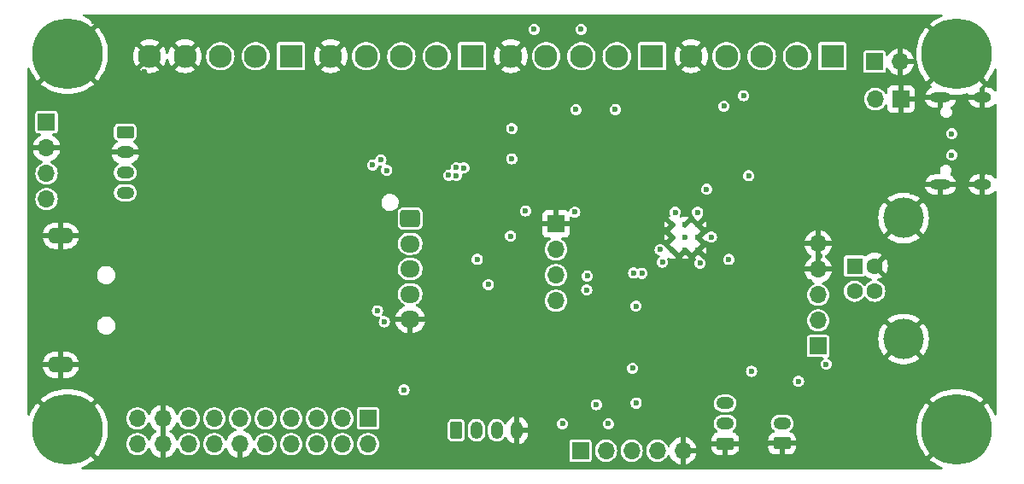
<source format=gbr>
%TF.GenerationSoftware,KiCad,Pcbnew,(7.0.0-0)*%
%TF.CreationDate,2023-09-11T01:39:21-06:00*%
%TF.ProjectId,ReflexFightingBoard,5265666c-6578-4466-9967-6874696e6742,rev?*%
%TF.SameCoordinates,Original*%
%TF.FileFunction,Copper,L2,Inr*%
%TF.FilePolarity,Positive*%
%FSLAX46Y46*%
G04 Gerber Fmt 4.6, Leading zero omitted, Abs format (unit mm)*
G04 Created by KiCad (PCBNEW (7.0.0-0)) date 2023-09-11 01:39:21*
%MOMM*%
%LPD*%
G01*
G04 APERTURE LIST*
G04 Aperture macros list*
%AMRoundRect*
0 Rectangle with rounded corners*
0 $1 Rounding radius*
0 $2 $3 $4 $5 $6 $7 $8 $9 X,Y pos of 4 corners*
0 Add a 4 corners polygon primitive as box body*
4,1,4,$2,$3,$4,$5,$6,$7,$8,$9,$2,$3,0*
0 Add four circle primitives for the rounded corners*
1,1,$1+$1,$2,$3*
1,1,$1+$1,$4,$5*
1,1,$1+$1,$6,$7*
1,1,$1+$1,$8,$9*
0 Add four rect primitives between the rounded corners*
20,1,$1+$1,$2,$3,$4,$5,0*
20,1,$1+$1,$4,$5,$6,$7,0*
20,1,$1+$1,$6,$7,$8,$9,0*
20,1,$1+$1,$8,$9,$2,$3,0*%
G04 Aperture macros list end*
%TA.AperFunction,ComponentPad*%
%ADD10R,1.700000X1.700000*%
%TD*%
%TA.AperFunction,ComponentPad*%
%ADD11O,1.700000X1.700000*%
%TD*%
%TA.AperFunction,ComponentPad*%
%ADD12RoundRect,0.249999X-0.625001X0.350001X-0.625001X-0.350001X0.625001X-0.350001X0.625001X0.350001X0*%
%TD*%
%TA.AperFunction,ComponentPad*%
%ADD13O,1.750000X1.200000*%
%TD*%
%TA.AperFunction,ComponentPad*%
%ADD14RoundRect,0.250000X0.625000X-0.350000X0.625000X0.350000X-0.625000X0.350000X-0.625000X-0.350000X0*%
%TD*%
%TA.AperFunction,ComponentPad*%
%ADD15R,2.300000X2.300000*%
%TD*%
%TA.AperFunction,ComponentPad*%
%ADD16C,2.300000*%
%TD*%
%TA.AperFunction,ComponentPad*%
%ADD17C,7.000000*%
%TD*%
%TA.AperFunction,ComponentPad*%
%ADD18O,2.610000X1.600000*%
%TD*%
%TA.AperFunction,ComponentPad*%
%ADD19RoundRect,0.250000X-0.350000X-0.625000X0.350000X-0.625000X0.350000X0.625000X-0.350000X0.625000X0*%
%TD*%
%TA.AperFunction,ComponentPad*%
%ADD20O,1.200000X1.750000*%
%TD*%
%TA.AperFunction,ComponentPad*%
%ADD21R,1.600000X1.600000*%
%TD*%
%TA.AperFunction,ComponentPad*%
%ADD22C,1.600000*%
%TD*%
%TA.AperFunction,ComponentPad*%
%ADD23C,4.000000*%
%TD*%
%TA.AperFunction,ComponentPad*%
%ADD24C,0.600000*%
%TD*%
%TA.AperFunction,ComponentPad*%
%ADD25RoundRect,0.250000X-0.725000X0.600000X-0.725000X-0.600000X0.725000X-0.600000X0.725000X0.600000X0*%
%TD*%
%TA.AperFunction,ComponentPad*%
%ADD26O,1.950000X1.700000*%
%TD*%
%TA.AperFunction,ComponentPad*%
%ADD27O,2.100000X1.000000*%
%TD*%
%TA.AperFunction,ComponentPad*%
%ADD28O,1.800000X1.000000*%
%TD*%
%TA.AperFunction,ViaPad*%
%ADD29C,0.600000*%
%TD*%
G04 APERTURE END LIST*
D10*
%TO.N,/UP*%
%TO.C,J2*%
X137159999Y-119379999D03*
D11*
%TO.N,/DOWN*%
X137159999Y-121919999D03*
%TO.N,/RIGHT*%
X134619999Y-119379999D03*
%TO.N,/LEFT*%
X134619999Y-121919999D03*
%TO.N,/SELECT*%
X132079999Y-119379999D03*
%TO.N,/HOME*%
X132079999Y-121919999D03*
%TO.N,/START*%
X129539999Y-119379999D03*
%TO.N,/1P*%
X129539999Y-121919999D03*
%TO.N,/2P*%
X126999999Y-119379999D03*
%TO.N,/3P*%
X126999999Y-121919999D03*
%TO.N,/4P*%
X124459999Y-119379999D03*
%TO.N,GND*%
X124459999Y-121919999D03*
%TO.N,/1K*%
X121919999Y-119379999D03*
%TO.N,/2K*%
X121919999Y-121919999D03*
%TO.N,/3K*%
X119379999Y-119379999D03*
%TO.N,/4K*%
X119379999Y-121919999D03*
%TO.N,GND*%
X116839999Y-119379999D03*
X116839999Y-121919999D03*
%TO.N,/VBUS*%
X114299999Y-119379999D03*
X114299999Y-121919999D03*
%TD*%
D12*
%TO.N,Net-(J1-Pin_1)*%
%TO.C,J1*%
X113100000Y-90982800D03*
D13*
%TO.N,GND*%
X113099999Y-92982799D03*
%TO.N,/VBUS*%
X113099999Y-94982799D03*
X113099999Y-96982799D03*
%TD*%
D14*
%TO.N,GND*%
%TO.C,J3*%
X178225000Y-121850000D03*
D13*
%TO.N,/TURBO*%
X178224999Y-119849999D03*
%TD*%
D15*
%TO.N,/1K*%
%TO.C,J5*%
X165324999Y-83449999D03*
D16*
%TO.N,/2K*%
X161825000Y-83450000D03*
%TO.N,/3K*%
X158325000Y-83450000D03*
%TO.N,/4K*%
X154825000Y-83450000D03*
%TO.N,GND*%
X151325000Y-83450000D03*
%TD*%
D15*
%TO.N,/1P*%
%TO.C,J6*%
X147474999Y-83449999D03*
D16*
%TO.N,/2P*%
X143975000Y-83450000D03*
%TO.N,/3P*%
X140475000Y-83450000D03*
%TO.N,/4P*%
X136975000Y-83450000D03*
%TO.N,GND*%
X133475000Y-83450000D03*
%TD*%
D15*
%TO.N,/SELECT*%
%TO.C,J7*%
X129524999Y-83449999D03*
D16*
%TO.N,/START*%
X126025000Y-83450000D03*
%TO.N,/HOME*%
X122525000Y-83450000D03*
%TO.N,GND*%
X119025000Y-83450000D03*
X115525000Y-83450000D03*
%TD*%
D15*
%TO.N,/UP*%
%TO.C,J8*%
X183199999Y-83449999D03*
D16*
%TO.N,/DOWN*%
X179700000Y-83450000D03*
%TO.N,/RIGHT*%
X176200000Y-83450000D03*
%TO.N,/LEFT*%
X172700000Y-83450000D03*
%TO.N,GND*%
X169200000Y-83450000D03*
%TD*%
D17*
%TO.N,GND*%
%TO.C,H1*%
X107378000Y-83200000D03*
%TD*%
%TO.N,GND*%
%TO.C,H3*%
X107378000Y-120460000D03*
%TD*%
%TO.N,GND*%
%TO.C,H4*%
X195517000Y-120460000D03*
%TD*%
%TO.N,GND*%
%TO.C,H2*%
X195517000Y-83248000D03*
%TD*%
D10*
%TO.N,/VBUS*%
%TO.C,J20*%
X187399999Y-84001951D03*
D11*
%TO.N,GND*%
X189939999Y-84001951D03*
%TD*%
D18*
%TO.N,GND*%
%TO.C,J9*%
X106702499Y-101249999D03*
X106702499Y-114049999D03*
%TD*%
D19*
%TO.N,/TP*%
%TO.C,J21*%
X145925000Y-120550000D03*
D20*
%TO.N,/LSB*%
X147924999Y-120549999D03*
%TO.N,/RSB*%
X149924999Y-120549999D03*
%TO.N,GND*%
X151924999Y-120549999D03*
%TD*%
D14*
%TO.N,GND*%
%TO.C,J11*%
X172575000Y-121875000D03*
D13*
%TO.N,/RS_TOGGLE*%
X172574999Y-119874999D03*
%TO.N,/LS_TOGGLE*%
X172574999Y-117874999D03*
%TD*%
D10*
%TO.N,GND*%
%TO.C,J14*%
X189999999Y-87699999D03*
D11*
%TO.N,/~{USB_BOOT}*%
X187459999Y-87699999D03*
%TD*%
D21*
%TO.N,/VBUS*%
%TO.C,J16*%
X185399999Y-104249999D03*
D22*
%TO.N,/USB_D-*%
X185400000Y-106750000D03*
%TO.N,/USB_D+*%
X187400000Y-106750000D03*
%TO.N,GND*%
X187400000Y-104250000D03*
D23*
X190260000Y-99500000D03*
X190260000Y-111500000D03*
%TD*%
D10*
%TO.N,Net-(J1-Pin_1)*%
%TO.C,J19*%
X105299999Y-89999999D03*
D11*
%TO.N,GND*%
X105299999Y-92539999D03*
%TO.N,/VBUS*%
X105299999Y-95079999D03*
X105299999Y-97619999D03*
%TD*%
D10*
%TO.N,/GPIO22_5V*%
%TO.C,J22*%
X158224999Y-122574999D03*
D11*
%TO.N,/GPIO23_5V*%
X160764999Y-122574999D03*
%TO.N,/GPIO24*%
X163304999Y-122574999D03*
%TO.N,/VBUS*%
X165844999Y-122574999D03*
%TO.N,GND*%
X168384999Y-122574999D03*
%TD*%
D24*
%TO.N,GND*%
%TO.C,U4*%
X169895000Y-100155000D03*
X168620000Y-100155000D03*
X167345000Y-100155000D03*
X169895000Y-101430000D03*
X168620000Y-101430000D03*
X167345000Y-101430000D03*
X169895000Y-102705000D03*
X168620000Y-102705000D03*
X167345000Y-102705000D03*
%TD*%
D10*
%TO.N,GND*%
%TO.C,J10*%
X155799999Y-100074999D03*
D11*
%TO.N,+3V3*%
X155799999Y-102614999D03*
%TO.N,/SDA*%
X155799999Y-105154999D03*
%TO.N,/SCL*%
X155799999Y-107694999D03*
%TD*%
D25*
%TO.N,/UP*%
%TO.C,J17*%
X141350000Y-99550000D03*
D26*
%TO.N,/DOWN*%
X141349999Y-102049999D03*
%TO.N,/RIGHT*%
X141349999Y-104549999D03*
%TO.N,/LEFT*%
X141349999Y-107049999D03*
%TO.N,GND*%
X141349999Y-109549999D03*
%TD*%
D27*
%TO.N,GND*%
%TO.C,J15*%
X193943336Y-96193999D03*
D28*
X198093336Y-96193999D03*
D27*
X193943336Y-87553999D03*
D28*
X198093336Y-87553999D03*
%TD*%
D10*
%TO.N,/VBUS*%
%TO.C,J24*%
X181799999Y-112199999D03*
D11*
%TO.N,/USB_D-*%
X181799999Y-109659999D03*
%TO.N,/USB_D+*%
X181799999Y-107119999D03*
%TO.N,GND*%
X181799999Y-104579999D03*
X181799999Y-102039999D03*
%TD*%
D29*
%TO.N,GND*%
X110000000Y-80000000D03*
X182390000Y-95490000D03*
X136550000Y-95725500D03*
X196300000Y-102800000D03*
X181150000Y-80350000D03*
X128675000Y-95725500D03*
X187600000Y-92580000D03*
X120006149Y-101606149D03*
X179650000Y-95800000D03*
X173300000Y-94200000D03*
X147550000Y-90475000D03*
X115000000Y-80000000D03*
X177800000Y-104983011D03*
X165997502Y-100434757D03*
X176090000Y-100710000D03*
X120000000Y-80000000D03*
X189237740Y-106125500D03*
X141900000Y-114675000D03*
X151650000Y-109675000D03*
X131040000Y-90650000D03*
X161760000Y-102100000D03*
X142275000Y-95725500D03*
X182000000Y-103310000D03*
X155225000Y-114300000D03*
X186341645Y-108094411D03*
X137900000Y-112600000D03*
X184300000Y-88800000D03*
X130975000Y-97274500D03*
X124320000Y-92200000D03*
X160000000Y-80000000D03*
X141875000Y-85675000D03*
X154690000Y-94000000D03*
X185925000Y-112700000D03*
X192098011Y-105848011D03*
X152970000Y-89770000D03*
X182975500Y-106247664D03*
X193845260Y-100920760D03*
X115000000Y-95000000D03*
X130800000Y-102225000D03*
X155360000Y-89710000D03*
X178900000Y-99700000D03*
X150775000Y-104475000D03*
X139600000Y-108800000D03*
X123810156Y-100010156D03*
X105650000Y-104275000D03*
X110000000Y-95000000D03*
X179275500Y-106200000D03*
X173540000Y-89430000D03*
X161102344Y-97672656D03*
X144740000Y-110000000D03*
X133375000Y-97274500D03*
X186900000Y-98150000D03*
X117950000Y-109300000D03*
X171100000Y-107800000D03*
X118356149Y-103256149D03*
X196400000Y-112550000D03*
X189925908Y-95774092D03*
X177850000Y-109550000D03*
X184881854Y-107941735D03*
X142300000Y-118950000D03*
X167100000Y-115475000D03*
X140825000Y-97274500D03*
X178734183Y-104023166D03*
X118855500Y-113500000D03*
X166960264Y-111949011D03*
X138900000Y-85700000D03*
X151275000Y-97274500D03*
X159789989Y-87670000D03*
X165000000Y-80000000D03*
X189900000Y-114600000D03*
X165000000Y-85425000D03*
X147850000Y-97274500D03*
X128310000Y-100240000D03*
X171850000Y-113150000D03*
X144770000Y-100150000D03*
X130800000Y-115400000D03*
X164150000Y-113600000D03*
X180258411Y-109041589D03*
X122506149Y-99106149D03*
X104975000Y-99900000D03*
X110000000Y-100000000D03*
X195000000Y-115000000D03*
X162777344Y-99347656D03*
X162147656Y-96527344D03*
X113900000Y-113100000D03*
X144250000Y-95725500D03*
X122622656Y-101197656D03*
X115000000Y-90000000D03*
X190906989Y-104706989D03*
X196250000Y-90040000D03*
X119975000Y-112525000D03*
X181800000Y-88900000D03*
X117000000Y-95675000D03*
X137175000Y-97274500D03*
X156800000Y-85225000D03*
X121800000Y-89400000D03*
X171900000Y-95100000D03*
X188876383Y-107774500D03*
X188540000Y-122560000D03*
X139975000Y-95725500D03*
X169520000Y-114550000D03*
X110000000Y-90000000D03*
X183925000Y-80475000D03*
X173275000Y-109500000D03*
X174325000Y-80425000D03*
X179700000Y-85375000D03*
X190593613Y-92189500D03*
X116500000Y-103700000D03*
X198225000Y-115575000D03*
X115000000Y-100000000D03*
X144740000Y-105020000D03*
X115000000Y-85000000D03*
X108162500Y-107600000D03*
X111520000Y-85190000D03*
X170450000Y-90000000D03*
X134575000Y-95725500D03*
X188775500Y-93000000D03*
X110640000Y-117780000D03*
X170000000Y-80000000D03*
X191141589Y-94658411D03*
X189217330Y-91217330D03*
X117790000Y-98240000D03*
X127700000Y-87100000D03*
X145400000Y-112300000D03*
X139620000Y-120530000D03*
X150050000Y-95725500D03*
X105000000Y-115650000D03*
X177600000Y-80450000D03*
X130125000Y-85325000D03*
X190424500Y-93600000D03*
X171210000Y-110140000D03*
X156700000Y-97300000D03*
X191350000Y-80250000D03*
X192191589Y-95708411D03*
X120000000Y-95000000D03*
X153400000Y-97274500D03*
X121310156Y-102510156D03*
X177143675Y-103926276D03*
X168400000Y-91700000D03*
X116075000Y-111150000D03*
X132400000Y-95725500D03*
X193824500Y-98400000D03*
X165280000Y-91610000D03*
X121256149Y-100356149D03*
X164378114Y-89581655D03*
X183171589Y-109171589D03*
X174800000Y-85275000D03*
X140700000Y-112300000D03*
X151125000Y-85375000D03*
X147850000Y-95725500D03*
X152375000Y-95725500D03*
X167310000Y-107800000D03*
X192175500Y-102710000D03*
X158950000Y-97274500D03*
X183175000Y-86500000D03*
X110025000Y-115600000D03*
X135350000Y-97274500D03*
X125000000Y-115000000D03*
X167080537Y-95533640D03*
X190698011Y-107248011D03*
X168575000Y-85450000D03*
X158410000Y-111640000D03*
X132250000Y-86900000D03*
X175100000Y-101400000D03*
X152250000Y-114775000D03*
X180924500Y-105800000D03*
X159200000Y-102950000D03*
X135000000Y-90000000D03*
X159650000Y-85150000D03*
X193253011Y-104693011D03*
X196400000Y-108500000D03*
X188830500Y-94621269D03*
X191075908Y-96924092D03*
X120875000Y-84950000D03*
X175660000Y-115840000D03*
X139500000Y-105100000D03*
X172900000Y-111820000D03*
X142100000Y-88600000D03*
X105525000Y-110200000D03*
X120085500Y-103734811D03*
X163360156Y-97739844D03*
X167100000Y-118350000D03*
X184600000Y-101000000D03*
X104170000Y-117770000D03*
X185000000Y-114600000D03*
X176650000Y-90575000D03*
X190200000Y-90540500D03*
X186325000Y-109725000D03*
X186662553Y-105609786D03*
X182660000Y-121530000D03*
X115900000Y-102175000D03*
X191900000Y-92189500D03*
X149300000Y-108100000D03*
X192175000Y-86625000D03*
X143575000Y-97274500D03*
X138790000Y-89970000D03*
X174900000Y-104000000D03*
X185000000Y-120000000D03*
X147700000Y-114575000D03*
X184900000Y-90200000D03*
X198025000Y-98425000D03*
X159959480Y-95725500D03*
X104100000Y-86200000D03*
X155675000Y-122750000D03*
X125106149Y-96506149D03*
X155870000Y-79999989D03*
X150000000Y-90000000D03*
X154625000Y-95725500D03*
X155520000Y-110070000D03*
X135365500Y-109204752D03*
X125197656Y-98622656D03*
X123706149Y-97906149D03*
X127275000Y-97274500D03*
X125000000Y-80000000D03*
X117400000Y-106074500D03*
X145740000Y-88820000D03*
X180202048Y-102487561D03*
X181350000Y-116300000D03*
X158050000Y-95725500D03*
X149725000Y-115325000D03*
X193824500Y-102700000D03*
%TO.N,/UP*%
X152787500Y-98787500D03*
X138100000Y-108700000D03*
%TO.N,/DOWN*%
X151300000Y-101300000D03*
X138785600Y-109783600D03*
%TO.N,/RIGHT*%
X148000000Y-103600000D03*
X174399154Y-87349154D03*
%TO.N,/LEFT*%
X172460000Y-88410000D03*
X149100000Y-106100000D03*
%TO.N,/SELECT*%
X163505878Y-104955878D03*
X138450000Y-93725500D03*
X146672748Y-94521271D03*
%TO.N,/HOME*%
X145925000Y-95275000D03*
X166350000Y-103870000D03*
X139025000Y-94774500D03*
%TO.N,/START*%
X164330000Y-104980000D03*
X137625000Y-94224500D03*
X145917360Y-94507640D03*
%TO.N,/3K*%
X158300000Y-80775500D03*
%TO.N,/4K*%
X153640000Y-80775500D03*
%TO.N,/SDA*%
X158900000Y-105240000D03*
X169840000Y-98920500D03*
%TO.N,/SCL*%
X158850000Y-106630000D03*
X170730000Y-96650000D03*
%TO.N,/RUN*%
X182600000Y-114000000D03*
X163739122Y-108239122D03*
%TO.N,/RGB*%
X145175000Y-95249500D03*
X170091697Y-103980971D03*
%TO.N,+3V3*%
X157675000Y-98900000D03*
X163750000Y-117850000D03*
X159800000Y-118000000D03*
X167620000Y-98930000D03*
X163400000Y-114400000D03*
X175200000Y-114700000D03*
%TO.N,+1V1*%
X171208590Y-101388684D03*
X166130000Y-102630000D03*
X172944500Y-103600000D03*
%TO.N,/VBUS*%
X195040000Y-91140000D03*
X156450000Y-119900000D03*
X151420000Y-90630000D03*
X157790000Y-88750000D03*
X151420000Y-93624500D03*
X195040000Y-93262740D03*
X161680000Y-88730000D03*
X161000000Y-119900000D03*
%TO.N,/~{USB_BOOT}*%
X174896720Y-95303280D03*
%TO.N,+5V*%
X179850000Y-115700000D03*
X140725000Y-116550000D03*
%TD*%
%TA.AperFunction,Conductor*%
%TO.N,GND*%
G36*
X194068648Y-79292719D02*
G01*
X194115130Y-79344512D01*
X194127028Y-79413080D01*
X194100712Y-79477506D01*
X194044210Y-79518134D01*
X193984280Y-79539577D01*
X193978562Y-79541945D01*
X193628144Y-79707680D01*
X193622722Y-79710578D01*
X193290239Y-79909861D01*
X193285103Y-79913293D01*
X192973775Y-80144190D01*
X192968988Y-80148118D01*
X192880608Y-80228221D01*
X192873246Y-80239846D01*
X192880029Y-80251819D01*
X198513181Y-85884971D01*
X198525152Y-85891752D01*
X198536777Y-85884391D01*
X198616882Y-85796010D01*
X198620808Y-85791226D01*
X198851706Y-85479896D01*
X198855138Y-85474760D01*
X199054421Y-85142277D01*
X199057319Y-85136855D01*
X199223054Y-84786437D01*
X199225422Y-84780719D01*
X199246866Y-84720790D01*
X199287494Y-84664288D01*
X199351920Y-84637972D01*
X199420488Y-84649870D01*
X199472281Y-84696352D01*
X199491500Y-84763238D01*
X199491500Y-86829201D01*
X199476622Y-86888597D01*
X199435502Y-86933966D01*
X199377850Y-86954594D01*
X199317282Y-86945610D01*
X199268101Y-86909134D01*
X199213475Y-86842572D01*
X199204764Y-86833861D01*
X199060851Y-86715755D01*
X199050598Y-86708904D01*
X198886406Y-86621141D01*
X198875023Y-86616426D01*
X198696868Y-86562383D01*
X198684774Y-86559977D01*
X198545935Y-86546303D01*
X198539763Y-86546000D01*
X198363927Y-86546000D01*
X198350843Y-86549506D01*
X198347337Y-86562590D01*
X198347337Y-88545410D01*
X198350843Y-88558493D01*
X198363927Y-88562000D01*
X198539763Y-88562000D01*
X198545935Y-88561696D01*
X198684774Y-88548022D01*
X198696868Y-88545616D01*
X198875023Y-88491573D01*
X198886406Y-88486858D01*
X199050598Y-88399095D01*
X199060851Y-88392244D01*
X199204764Y-88274138D01*
X199213475Y-88265427D01*
X199268101Y-88198866D01*
X199317282Y-88162390D01*
X199377850Y-88153406D01*
X199435502Y-88174034D01*
X199476622Y-88219403D01*
X199491500Y-88278799D01*
X199491500Y-95469201D01*
X199476622Y-95528597D01*
X199435502Y-95573966D01*
X199377850Y-95594594D01*
X199317282Y-95585610D01*
X199268101Y-95549134D01*
X199213475Y-95482572D01*
X199204764Y-95473861D01*
X199060851Y-95355755D01*
X199050598Y-95348904D01*
X198886406Y-95261141D01*
X198875023Y-95256426D01*
X198696868Y-95202383D01*
X198684774Y-95199977D01*
X198545935Y-95186303D01*
X198539763Y-95186000D01*
X198363927Y-95186000D01*
X198350843Y-95189506D01*
X198347337Y-95202590D01*
X198347337Y-97185410D01*
X198350843Y-97198493D01*
X198363927Y-97202000D01*
X198539763Y-97202000D01*
X198545935Y-97201696D01*
X198684774Y-97188022D01*
X198696868Y-97185616D01*
X198875023Y-97131573D01*
X198886406Y-97126858D01*
X199050598Y-97039095D01*
X199060851Y-97032244D01*
X199204764Y-96914138D01*
X199213475Y-96905427D01*
X199268101Y-96838866D01*
X199317282Y-96802390D01*
X199377850Y-96793406D01*
X199435502Y-96814034D01*
X199476622Y-96859403D01*
X199491500Y-96918799D01*
X199491500Y-118944762D01*
X199472281Y-119011648D01*
X199420488Y-119058130D01*
X199351920Y-119070028D01*
X199287494Y-119043712D01*
X199246866Y-118987210D01*
X199225422Y-118927280D01*
X199223054Y-118921562D01*
X199057319Y-118571144D01*
X199054421Y-118565722D01*
X198855138Y-118233239D01*
X198851706Y-118228103D01*
X198620808Y-117916773D01*
X198616881Y-117911988D01*
X198536776Y-117823607D01*
X198525152Y-117816246D01*
X198513181Y-117823027D01*
X195517000Y-120819210D01*
X192880027Y-123456181D01*
X192873246Y-123468152D01*
X192880607Y-123479776D01*
X192968988Y-123559881D01*
X192973773Y-123563808D01*
X193285103Y-123794706D01*
X193290239Y-123798138D01*
X193622722Y-123997421D01*
X193628144Y-124000319D01*
X193978562Y-124166054D01*
X193984280Y-124168422D01*
X194044210Y-124189866D01*
X194100712Y-124230494D01*
X194127028Y-124294920D01*
X194115130Y-124363488D01*
X194068648Y-124415281D01*
X194001762Y-124434500D01*
X108893238Y-124434500D01*
X108826352Y-124415281D01*
X108779870Y-124363488D01*
X108767972Y-124294920D01*
X108794288Y-124230494D01*
X108850790Y-124189866D01*
X108910719Y-124168422D01*
X108916437Y-124166054D01*
X109266855Y-124000319D01*
X109272277Y-123997421D01*
X109604760Y-123798138D01*
X109609896Y-123794706D01*
X109921226Y-123563808D01*
X109926010Y-123559882D01*
X110014391Y-123479777D01*
X110021752Y-123468152D01*
X110014971Y-123456181D01*
X110002677Y-123443887D01*
X157120500Y-123443887D01*
X157120501Y-123450066D01*
X157121707Y-123456132D01*
X157121708Y-123456137D01*
X157124098Y-123468152D01*
X157135266Y-123524301D01*
X157191516Y-123608484D01*
X157275699Y-123664734D01*
X157349933Y-123679500D01*
X159100066Y-123679499D01*
X159174301Y-123664734D01*
X159258484Y-123608484D01*
X159314734Y-123524301D01*
X159329500Y-123450067D01*
X159329499Y-122575000D01*
X159655768Y-122575000D01*
X159656306Y-122580806D01*
X159674116Y-122773015D01*
X159674117Y-122773025D01*
X159674655Y-122778821D01*
X159676249Y-122784426D01*
X159676250Y-122784427D01*
X159728955Y-122969669D01*
X159730672Y-122975701D01*
X159744378Y-123003226D01*
X159794434Y-123103753D01*
X159821912Y-123158935D01*
X159825421Y-123163582D01*
X159825422Y-123163583D01*
X159941755Y-123317634D01*
X159941759Y-123317638D01*
X159945268Y-123322285D01*
X159949570Y-123326207D01*
X159949573Y-123326210D01*
X160037466Y-123406335D01*
X160096538Y-123460186D01*
X160101489Y-123463251D01*
X160101491Y-123463253D01*
X160175992Y-123509382D01*
X160270573Y-123567944D01*
X160461444Y-123641888D01*
X160662653Y-123679500D01*
X160861519Y-123679500D01*
X160867347Y-123679500D01*
X161068556Y-123641888D01*
X161259427Y-123567944D01*
X161433462Y-123460186D01*
X161584732Y-123322285D01*
X161708088Y-123158935D01*
X161799328Y-122975701D01*
X161855345Y-122778821D01*
X161874232Y-122575000D01*
X162195768Y-122575000D01*
X162196306Y-122580806D01*
X162214116Y-122773015D01*
X162214117Y-122773025D01*
X162214655Y-122778821D01*
X162216249Y-122784426D01*
X162216250Y-122784427D01*
X162268955Y-122969669D01*
X162270672Y-122975701D01*
X162284378Y-123003226D01*
X162334434Y-123103753D01*
X162361912Y-123158935D01*
X162365421Y-123163582D01*
X162365422Y-123163583D01*
X162481755Y-123317634D01*
X162481759Y-123317638D01*
X162485268Y-123322285D01*
X162489570Y-123326207D01*
X162489573Y-123326210D01*
X162577466Y-123406335D01*
X162636538Y-123460186D01*
X162641489Y-123463251D01*
X162641491Y-123463253D01*
X162715992Y-123509382D01*
X162810573Y-123567944D01*
X163001444Y-123641888D01*
X163202653Y-123679500D01*
X163401519Y-123679500D01*
X163407347Y-123679500D01*
X163608556Y-123641888D01*
X163799427Y-123567944D01*
X163973462Y-123460186D01*
X164124732Y-123322285D01*
X164248088Y-123158935D01*
X164339328Y-122975701D01*
X164395345Y-122778821D01*
X164414232Y-122575000D01*
X164735768Y-122575000D01*
X164736306Y-122580806D01*
X164754116Y-122773015D01*
X164754117Y-122773025D01*
X164754655Y-122778821D01*
X164756249Y-122784426D01*
X164756250Y-122784427D01*
X164808955Y-122969669D01*
X164810672Y-122975701D01*
X164824378Y-123003226D01*
X164874434Y-123103753D01*
X164901912Y-123158935D01*
X164905421Y-123163582D01*
X164905422Y-123163583D01*
X165021755Y-123317634D01*
X165021759Y-123317638D01*
X165025268Y-123322285D01*
X165029570Y-123326207D01*
X165029573Y-123326210D01*
X165117466Y-123406335D01*
X165176538Y-123460186D01*
X165181489Y-123463251D01*
X165181491Y-123463253D01*
X165255992Y-123509382D01*
X165350573Y-123567944D01*
X165541444Y-123641888D01*
X165742653Y-123679500D01*
X165941519Y-123679500D01*
X165947347Y-123679500D01*
X166148556Y-123641888D01*
X166339427Y-123567944D01*
X166513462Y-123460186D01*
X166664732Y-123322285D01*
X166788088Y-123158935D01*
X166865270Y-123003932D01*
X166902907Y-122958965D01*
X166956830Y-122935903D01*
X167015352Y-122939748D01*
X167065793Y-122969669D01*
X167096139Y-123017470D01*
X167096178Y-123017453D01*
X167096288Y-123017706D01*
X167097226Y-123019182D01*
X167098269Y-123022221D01*
X167184488Y-123218778D01*
X167189431Y-123227913D01*
X167306822Y-123407593D01*
X167313210Y-123415799D01*
X167458567Y-123573700D01*
X167466211Y-123580737D01*
X167635588Y-123712568D01*
X167644281Y-123718247D01*
X167833042Y-123820400D01*
X167842559Y-123824575D01*
X168045557Y-123894264D01*
X168055627Y-123896814D01*
X168117461Y-123907132D01*
X168128598Y-123906556D01*
X168131000Y-123895664D01*
X168639000Y-123895664D01*
X168641401Y-123906556D01*
X168652538Y-123907132D01*
X168714372Y-123896814D01*
X168724442Y-123894264D01*
X168927440Y-123824575D01*
X168936957Y-123820400D01*
X169125718Y-123718247D01*
X169134411Y-123712568D01*
X169303788Y-123580737D01*
X169311432Y-123573700D01*
X169456789Y-123415799D01*
X169463177Y-123407593D01*
X169580568Y-123227913D01*
X169585511Y-123218778D01*
X169671729Y-123022223D01*
X169675099Y-123012408D01*
X169718013Y-122842943D01*
X169718248Y-122831565D01*
X169707160Y-122829000D01*
X168655590Y-122829000D01*
X168642506Y-122832506D01*
X168639000Y-122845590D01*
X168639000Y-123895664D01*
X168131000Y-123895664D01*
X168131000Y-122304410D01*
X168639000Y-122304410D01*
X168642506Y-122317493D01*
X168655590Y-122321000D01*
X169707160Y-122321000D01*
X169718248Y-122318434D01*
X169718013Y-122307056D01*
X169709212Y-122272303D01*
X171192000Y-122272303D01*
X171192325Y-122278692D01*
X171201907Y-122372488D01*
X171204767Y-122385846D01*
X171256035Y-122540564D01*
X171262192Y-122553767D01*
X171347511Y-122692091D01*
X171356558Y-122703532D01*
X171471467Y-122818441D01*
X171482908Y-122827488D01*
X171621232Y-122912807D01*
X171634435Y-122918964D01*
X171789153Y-122970232D01*
X171802511Y-122973092D01*
X171896307Y-122982674D01*
X171902697Y-122983000D01*
X172304410Y-122983000D01*
X172317493Y-122979493D01*
X172321000Y-122966410D01*
X172829000Y-122966410D01*
X172832506Y-122979493D01*
X172845590Y-122983000D01*
X173247303Y-122983000D01*
X173253692Y-122982674D01*
X173347488Y-122973092D01*
X173360846Y-122970232D01*
X173515564Y-122918964D01*
X173528767Y-122912807D01*
X173667091Y-122827488D01*
X173678532Y-122818441D01*
X173793441Y-122703532D01*
X173802488Y-122692091D01*
X173887807Y-122553767D01*
X173893964Y-122540564D01*
X173945232Y-122385846D01*
X173948092Y-122372488D01*
X173957674Y-122278692D01*
X173958000Y-122272303D01*
X173958000Y-122247303D01*
X176842000Y-122247303D01*
X176842325Y-122253692D01*
X176851907Y-122347488D01*
X176854767Y-122360846D01*
X176906035Y-122515564D01*
X176912192Y-122528767D01*
X176997511Y-122667091D01*
X177006558Y-122678532D01*
X177121467Y-122793441D01*
X177132908Y-122802488D01*
X177271232Y-122887807D01*
X177284435Y-122893964D01*
X177439153Y-122945232D01*
X177452511Y-122948092D01*
X177546307Y-122957674D01*
X177552697Y-122958000D01*
X177954410Y-122958000D01*
X177967493Y-122954493D01*
X177971000Y-122941410D01*
X178479000Y-122941410D01*
X178482506Y-122954493D01*
X178495590Y-122958000D01*
X178897303Y-122958000D01*
X178903692Y-122957674D01*
X178997488Y-122948092D01*
X179010846Y-122945232D01*
X179165564Y-122893964D01*
X179178767Y-122887807D01*
X179317091Y-122802488D01*
X179328532Y-122793441D01*
X179443441Y-122678532D01*
X179452488Y-122667091D01*
X179537807Y-122528767D01*
X179543964Y-122515564D01*
X179595232Y-122360846D01*
X179598092Y-122347488D01*
X179607674Y-122253692D01*
X179608000Y-122247303D01*
X179608000Y-122120590D01*
X179604493Y-122107506D01*
X179591410Y-122104000D01*
X178495590Y-122104000D01*
X178482506Y-122107506D01*
X178479000Y-122120590D01*
X178479000Y-122941410D01*
X177971000Y-122941410D01*
X177971000Y-122120590D01*
X177967493Y-122107506D01*
X177954410Y-122104000D01*
X176858590Y-122104000D01*
X176845506Y-122107506D01*
X176842000Y-122120590D01*
X176842000Y-122247303D01*
X173958000Y-122247303D01*
X173958000Y-122145590D01*
X173954493Y-122132506D01*
X173941410Y-122129000D01*
X172845590Y-122129000D01*
X172832506Y-122132506D01*
X172829000Y-122145590D01*
X172829000Y-122966410D01*
X172321000Y-122966410D01*
X172321000Y-122145590D01*
X172317493Y-122132506D01*
X172304410Y-122129000D01*
X171208590Y-122129000D01*
X171195506Y-122132506D01*
X171192000Y-122145590D01*
X171192000Y-122272303D01*
X169709212Y-122272303D01*
X169675099Y-122137591D01*
X169671729Y-122127776D01*
X169585511Y-121931221D01*
X169580568Y-121922086D01*
X169463177Y-121742406D01*
X169456789Y-121734200D01*
X169337310Y-121604410D01*
X171192000Y-121604410D01*
X171195506Y-121617493D01*
X171208590Y-121621000D01*
X173941410Y-121621000D01*
X173954493Y-121617493D01*
X173958000Y-121604410D01*
X173958000Y-121579410D01*
X176842000Y-121579410D01*
X176845506Y-121592493D01*
X176858590Y-121596000D01*
X179591410Y-121596000D01*
X179604493Y-121592493D01*
X179608000Y-121579410D01*
X179608000Y-121452698D01*
X179607674Y-121446307D01*
X179598092Y-121352511D01*
X179595232Y-121339153D01*
X179543964Y-121184435D01*
X179537807Y-121171232D01*
X179452488Y-121032908D01*
X179443441Y-121021467D01*
X179328532Y-120906558D01*
X179317091Y-120897511D01*
X179178767Y-120812192D01*
X179165557Y-120806032D01*
X179040774Y-120764683D01*
X178982497Y-120724387D01*
X178955180Y-120659013D01*
X178967459Y-120589233D01*
X179009844Y-120543203D01*
X179008877Y-120541931D01*
X179014315Y-120537796D01*
X179020171Y-120534273D01*
X179095314Y-120463094D01*
X191504318Y-120463094D01*
X191523337Y-120850237D01*
X191523942Y-120856387D01*
X191580816Y-121239798D01*
X191582023Y-121245867D01*
X191676206Y-121621869D01*
X191677996Y-121627768D01*
X191808584Y-121992737D01*
X191810945Y-121998437D01*
X191976680Y-122348855D01*
X191979578Y-122354277D01*
X192178861Y-122686760D01*
X192182293Y-122691896D01*
X192413191Y-123003226D01*
X192417118Y-123008011D01*
X192497224Y-123096394D01*
X192508845Y-123103753D01*
X192520817Y-123096971D01*
X195146060Y-120471729D01*
X195152832Y-120459999D01*
X195146060Y-120448270D01*
X192520819Y-117823029D01*
X192508846Y-117816246D01*
X192497221Y-117823608D01*
X192417118Y-117911988D01*
X192413190Y-117916775D01*
X192182293Y-118228103D01*
X192178861Y-118233239D01*
X191979578Y-118565722D01*
X191976680Y-118571144D01*
X191810945Y-118921562D01*
X191808584Y-118927262D01*
X191677996Y-119292231D01*
X191676206Y-119298130D01*
X191582023Y-119674132D01*
X191580816Y-119680201D01*
X191523942Y-120063612D01*
X191523337Y-120069762D01*
X191504318Y-120456906D01*
X191504318Y-120463094D01*
X179095314Y-120463094D01*
X179155108Y-120406454D01*
X179259413Y-120252615D01*
X179328209Y-120079951D01*
X179358278Y-119896535D01*
X179348216Y-119710942D01*
X179298492Y-119531852D01*
X179211431Y-119367638D01*
X179189478Y-119341793D01*
X179095529Y-119231187D01*
X179095527Y-119231185D01*
X179091105Y-119225979D01*
X178943139Y-119113498D01*
X178936935Y-119110628D01*
X178936934Y-119110627D01*
X178780656Y-119038325D01*
X178780653Y-119038324D01*
X178774452Y-119035455D01*
X178767783Y-119033987D01*
X178767777Y-119033985D01*
X178599603Y-118996968D01*
X178599601Y-118996967D01*
X178592933Y-118995500D01*
X177903668Y-118995500D01*
X177900280Y-118995868D01*
X177900270Y-118995869D01*
X177772017Y-119009818D01*
X177772014Y-119009818D01*
X177765225Y-119010557D01*
X177758755Y-119012736D01*
X177758750Y-119012738D01*
X177595564Y-119067722D01*
X177595561Y-119067723D01*
X177589089Y-119069904D01*
X177583236Y-119073425D01*
X177583235Y-119073426D01*
X177435681Y-119162205D01*
X177435674Y-119162209D01*
X177429829Y-119165727D01*
X177424869Y-119170424D01*
X177424868Y-119170426D01*
X177299853Y-119288846D01*
X177299849Y-119288849D01*
X177294892Y-119293546D01*
X177291061Y-119299196D01*
X177291057Y-119299201D01*
X177194422Y-119441728D01*
X177194420Y-119441731D01*
X177190587Y-119447385D01*
X177188061Y-119453723D01*
X177188057Y-119453732D01*
X177124320Y-119613700D01*
X177124318Y-119613705D01*
X177121791Y-119620049D01*
X177120685Y-119626791D01*
X177120685Y-119626794D01*
X177098198Y-119763965D01*
X177091722Y-119803465D01*
X177092091Y-119810278D01*
X177092091Y-119810286D01*
X177100422Y-119963935D01*
X177101784Y-119989058D01*
X177103610Y-119995635D01*
X177103611Y-119995640D01*
X177132088Y-120098205D01*
X177151508Y-120168148D01*
X177154708Y-120174184D01*
X177154709Y-120174186D01*
X177212542Y-120283271D01*
X177238569Y-120332362D01*
X177242992Y-120337569D01*
X177242994Y-120337572D01*
X177349613Y-120463094D01*
X177358895Y-120474021D01*
X177450108Y-120543359D01*
X177490964Y-120597175D01*
X177498144Y-120664362D01*
X177469580Y-120725597D01*
X177413489Y-120763270D01*
X177284440Y-120806033D01*
X177271232Y-120812192D01*
X177132908Y-120897511D01*
X177121467Y-120906558D01*
X177006558Y-121021467D01*
X176997511Y-121032908D01*
X176912192Y-121171232D01*
X176906035Y-121184435D01*
X176854767Y-121339153D01*
X176851907Y-121352511D01*
X176842325Y-121446307D01*
X176842000Y-121452698D01*
X176842000Y-121579410D01*
X173958000Y-121579410D01*
X173958000Y-121477698D01*
X173957674Y-121471307D01*
X173948092Y-121377511D01*
X173945232Y-121364153D01*
X173893964Y-121209435D01*
X173887807Y-121196232D01*
X173802488Y-121057908D01*
X173793441Y-121046467D01*
X173678532Y-120931558D01*
X173667091Y-120922511D01*
X173528767Y-120837192D01*
X173515557Y-120831032D01*
X173390774Y-120789683D01*
X173332497Y-120749387D01*
X173305180Y-120684013D01*
X173317459Y-120614233D01*
X173359844Y-120568203D01*
X173358877Y-120566931D01*
X173364315Y-120562796D01*
X173370171Y-120559273D01*
X173505108Y-120431454D01*
X173609413Y-120277615D01*
X173678209Y-120104951D01*
X173708278Y-119921535D01*
X173698216Y-119735942D01*
X173648492Y-119556852D01*
X173561431Y-119392638D01*
X173545765Y-119374194D01*
X173445529Y-119256187D01*
X173445527Y-119256185D01*
X173441105Y-119250979D01*
X173293139Y-119138498D01*
X173286935Y-119135628D01*
X173286934Y-119135627D01*
X173130656Y-119063325D01*
X173130653Y-119063324D01*
X173124452Y-119060455D01*
X173117783Y-119058987D01*
X173117777Y-119058985D01*
X172949603Y-119021968D01*
X172949601Y-119021967D01*
X172942933Y-119020500D01*
X172253668Y-119020500D01*
X172250280Y-119020868D01*
X172250270Y-119020869D01*
X172122017Y-119034818D01*
X172122014Y-119034818D01*
X172115225Y-119035557D01*
X172108755Y-119037736D01*
X172108750Y-119037738D01*
X171945564Y-119092722D01*
X171945561Y-119092723D01*
X171939089Y-119094904D01*
X171933236Y-119098425D01*
X171933235Y-119098426D01*
X171785681Y-119187205D01*
X171785674Y-119187209D01*
X171779829Y-119190727D01*
X171774869Y-119195424D01*
X171774868Y-119195426D01*
X171649853Y-119313846D01*
X171649849Y-119313849D01*
X171644892Y-119318546D01*
X171641061Y-119324196D01*
X171641057Y-119324201D01*
X171544422Y-119466728D01*
X171544420Y-119466731D01*
X171540587Y-119472385D01*
X171538061Y-119478723D01*
X171538057Y-119478732D01*
X171474320Y-119638700D01*
X171474318Y-119638705D01*
X171471791Y-119645049D01*
X171470685Y-119651791D01*
X171470685Y-119651794D01*
X171443658Y-119816658D01*
X171441722Y-119828465D01*
X171442091Y-119835278D01*
X171442091Y-119835286D01*
X171451413Y-120007222D01*
X171451784Y-120014058D01*
X171453610Y-120020635D01*
X171453611Y-120020640D01*
X171499679Y-120186562D01*
X171501508Y-120193148D01*
X171504708Y-120199184D01*
X171504709Y-120199186D01*
X171567236Y-120317125D01*
X171588569Y-120357362D01*
X171592992Y-120362569D01*
X171592994Y-120362572D01*
X171698434Y-120486706D01*
X171708895Y-120499021D01*
X171800108Y-120568359D01*
X171840964Y-120622175D01*
X171848144Y-120689362D01*
X171819580Y-120750597D01*
X171763489Y-120788270D01*
X171634440Y-120831033D01*
X171621232Y-120837192D01*
X171482908Y-120922511D01*
X171471467Y-120931558D01*
X171356558Y-121046467D01*
X171347511Y-121057908D01*
X171262192Y-121196232D01*
X171256035Y-121209435D01*
X171204767Y-121364153D01*
X171201907Y-121377511D01*
X171192325Y-121471307D01*
X171192000Y-121477698D01*
X171192000Y-121604410D01*
X169337310Y-121604410D01*
X169311432Y-121576299D01*
X169303788Y-121569262D01*
X169134411Y-121437431D01*
X169125718Y-121431752D01*
X168936957Y-121329599D01*
X168927440Y-121325424D01*
X168724442Y-121255735D01*
X168714372Y-121253185D01*
X168652538Y-121242867D01*
X168641401Y-121243443D01*
X168639000Y-121254336D01*
X168639000Y-122304410D01*
X168131000Y-122304410D01*
X168131000Y-121254336D01*
X168128598Y-121243443D01*
X168117461Y-121242867D01*
X168055627Y-121253185D01*
X168045557Y-121255735D01*
X167842559Y-121325424D01*
X167833042Y-121329599D01*
X167644281Y-121431752D01*
X167635588Y-121437431D01*
X167466211Y-121569262D01*
X167458567Y-121576299D01*
X167313210Y-121734200D01*
X167306822Y-121742406D01*
X167189431Y-121922086D01*
X167184488Y-121931221D01*
X167098272Y-122127772D01*
X167097225Y-122130822D01*
X167096285Y-122132301D01*
X167096178Y-122132547D01*
X167096140Y-122132530D01*
X167065790Y-122180333D01*
X167015349Y-122210252D01*
X166956828Y-122214096D01*
X166902906Y-122191033D01*
X166865268Y-122146064D01*
X166788088Y-121991065D01*
X166719429Y-121900146D01*
X166668244Y-121832365D01*
X166668241Y-121832361D01*
X166664732Y-121827715D01*
X166660429Y-121823792D01*
X166660426Y-121823789D01*
X166521340Y-121696996D01*
X166513462Y-121689814D01*
X166508512Y-121686749D01*
X166508508Y-121686746D01*
X166344387Y-121585127D01*
X166344386Y-121585126D01*
X166339427Y-121582056D01*
X166306402Y-121569262D01*
X166153989Y-121510216D01*
X166153981Y-121510213D01*
X166148556Y-121508112D01*
X166142839Y-121507043D01*
X166142831Y-121507041D01*
X165953073Y-121471570D01*
X165953069Y-121471569D01*
X165947347Y-121470500D01*
X165742653Y-121470500D01*
X165736931Y-121471569D01*
X165736926Y-121471570D01*
X165547168Y-121507041D01*
X165547157Y-121507043D01*
X165541444Y-121508112D01*
X165536021Y-121510212D01*
X165536010Y-121510216D01*
X165356011Y-121579949D01*
X165356008Y-121579950D01*
X165350573Y-121582056D01*
X165345617Y-121585124D01*
X165345612Y-121585127D01*
X165181491Y-121686746D01*
X165181481Y-121686752D01*
X165176538Y-121689814D01*
X165172239Y-121693732D01*
X165172235Y-121693736D01*
X165029573Y-121823789D01*
X165029565Y-121823797D01*
X165025268Y-121827715D01*
X165021763Y-121832355D01*
X165021755Y-121832365D01*
X164905422Y-121986416D01*
X164905418Y-121986421D01*
X164901912Y-121991065D01*
X164899319Y-121996273D01*
X164899314Y-121996281D01*
X164831462Y-122132547D01*
X164810672Y-122174299D01*
X164809078Y-122179899D01*
X164809076Y-122179906D01*
X164756642Y-122364195D01*
X164754655Y-122371179D01*
X164754118Y-122376972D01*
X164754116Y-122376984D01*
X164736808Y-122563778D01*
X164735768Y-122575000D01*
X164414232Y-122575000D01*
X164408724Y-122515564D01*
X164395883Y-122376984D01*
X164395882Y-122376983D01*
X164395345Y-122371179D01*
X164339328Y-122174299D01*
X164248088Y-121991065D01*
X164179429Y-121900146D01*
X164128244Y-121832365D01*
X164128241Y-121832361D01*
X164124732Y-121827715D01*
X164120429Y-121823792D01*
X164120426Y-121823789D01*
X163981340Y-121696996D01*
X163973462Y-121689814D01*
X163968512Y-121686749D01*
X163968508Y-121686746D01*
X163804387Y-121585127D01*
X163804386Y-121585126D01*
X163799427Y-121582056D01*
X163766402Y-121569262D01*
X163613989Y-121510216D01*
X163613981Y-121510213D01*
X163608556Y-121508112D01*
X163602839Y-121507043D01*
X163602831Y-121507041D01*
X163413073Y-121471570D01*
X163413069Y-121471569D01*
X163407347Y-121470500D01*
X163202653Y-121470500D01*
X163196931Y-121471569D01*
X163196926Y-121471570D01*
X163007168Y-121507041D01*
X163007157Y-121507043D01*
X163001444Y-121508112D01*
X162996021Y-121510212D01*
X162996010Y-121510216D01*
X162816011Y-121579949D01*
X162816008Y-121579950D01*
X162810573Y-121582056D01*
X162805617Y-121585124D01*
X162805612Y-121585127D01*
X162641491Y-121686746D01*
X162641481Y-121686752D01*
X162636538Y-121689814D01*
X162632239Y-121693732D01*
X162632235Y-121693736D01*
X162489573Y-121823789D01*
X162489565Y-121823797D01*
X162485268Y-121827715D01*
X162481763Y-121832355D01*
X162481755Y-121832365D01*
X162365422Y-121986416D01*
X162365418Y-121986421D01*
X162361912Y-121991065D01*
X162359319Y-121996273D01*
X162359314Y-121996281D01*
X162291462Y-122132547D01*
X162270672Y-122174299D01*
X162269078Y-122179899D01*
X162269076Y-122179906D01*
X162216642Y-122364195D01*
X162214655Y-122371179D01*
X162214118Y-122376972D01*
X162214116Y-122376984D01*
X162196808Y-122563778D01*
X162195768Y-122575000D01*
X161874232Y-122575000D01*
X161868724Y-122515564D01*
X161855883Y-122376984D01*
X161855882Y-122376983D01*
X161855345Y-122371179D01*
X161799328Y-122174299D01*
X161708088Y-121991065D01*
X161639429Y-121900146D01*
X161588244Y-121832365D01*
X161588241Y-121832361D01*
X161584732Y-121827715D01*
X161580429Y-121823792D01*
X161580426Y-121823789D01*
X161441340Y-121696996D01*
X161433462Y-121689814D01*
X161428512Y-121686749D01*
X161428508Y-121686746D01*
X161264387Y-121585127D01*
X161264386Y-121585126D01*
X161259427Y-121582056D01*
X161226402Y-121569262D01*
X161073989Y-121510216D01*
X161073981Y-121510213D01*
X161068556Y-121508112D01*
X161062839Y-121507043D01*
X161062831Y-121507041D01*
X160873073Y-121471570D01*
X160873069Y-121471569D01*
X160867347Y-121470500D01*
X160662653Y-121470500D01*
X160656931Y-121471569D01*
X160656926Y-121471570D01*
X160467168Y-121507041D01*
X160467157Y-121507043D01*
X160461444Y-121508112D01*
X160456021Y-121510212D01*
X160456010Y-121510216D01*
X160276011Y-121579949D01*
X160276008Y-121579950D01*
X160270573Y-121582056D01*
X160265617Y-121585124D01*
X160265612Y-121585127D01*
X160101491Y-121686746D01*
X160101481Y-121686752D01*
X160096538Y-121689814D01*
X160092239Y-121693732D01*
X160092235Y-121693736D01*
X159949573Y-121823789D01*
X159949565Y-121823797D01*
X159945268Y-121827715D01*
X159941763Y-121832355D01*
X159941755Y-121832365D01*
X159825422Y-121986416D01*
X159825418Y-121986421D01*
X159821912Y-121991065D01*
X159819319Y-121996273D01*
X159819314Y-121996281D01*
X159751462Y-122132547D01*
X159730672Y-122174299D01*
X159729078Y-122179899D01*
X159729076Y-122179906D01*
X159676642Y-122364195D01*
X159674655Y-122371179D01*
X159674118Y-122376972D01*
X159674116Y-122376984D01*
X159656808Y-122563778D01*
X159655768Y-122575000D01*
X159329499Y-122575000D01*
X159329499Y-121699934D01*
X159314734Y-121625699D01*
X159258484Y-121541516D01*
X159238543Y-121528192D01*
X159184620Y-121492161D01*
X159184619Y-121492160D01*
X159174301Y-121485266D01*
X159162131Y-121482845D01*
X159162128Y-121482844D01*
X159106135Y-121471707D01*
X159100067Y-121470500D01*
X159093880Y-121470500D01*
X157356122Y-121470500D01*
X157356111Y-121470500D01*
X157349934Y-121470501D01*
X157343868Y-121471707D01*
X157343862Y-121471708D01*
X157287874Y-121482844D01*
X157287871Y-121482844D01*
X157275699Y-121485266D01*
X157265379Y-121492161D01*
X157265378Y-121492162D01*
X157201832Y-121534622D01*
X157201829Y-121534624D01*
X157191516Y-121541516D01*
X157184624Y-121551829D01*
X157184622Y-121551832D01*
X157142161Y-121615379D01*
X157142159Y-121615381D01*
X157135266Y-121625699D01*
X157132845Y-121637867D01*
X157132844Y-121637871D01*
X157121707Y-121693864D01*
X157120500Y-121699933D01*
X157120500Y-121706118D01*
X157120500Y-121706119D01*
X157120500Y-123443877D01*
X157120500Y-123443887D01*
X110002677Y-123443887D01*
X107018790Y-120460000D01*
X107742167Y-120460000D01*
X107748939Y-120471729D01*
X110374181Y-123096971D01*
X110386152Y-123103752D01*
X110397777Y-123096391D01*
X110477882Y-123008010D01*
X110481808Y-123003226D01*
X110712706Y-122691896D01*
X110716138Y-122686760D01*
X110915421Y-122354277D01*
X110918319Y-122348855D01*
X111084054Y-121998437D01*
X111086415Y-121992737D01*
X111112441Y-121920000D01*
X113190768Y-121920000D01*
X113191306Y-121925806D01*
X113209116Y-122118015D01*
X113209117Y-122118025D01*
X113209655Y-122123821D01*
X113211249Y-122129426D01*
X113211250Y-122129427D01*
X113263955Y-122314669D01*
X113265672Y-122320701D01*
X113356912Y-122503935D01*
X113360421Y-122508582D01*
X113360422Y-122508583D01*
X113476755Y-122662634D01*
X113476759Y-122662638D01*
X113480268Y-122667285D01*
X113484570Y-122671207D01*
X113484573Y-122671210D01*
X113572466Y-122751335D01*
X113631538Y-122805186D01*
X113636489Y-122808251D01*
X113636491Y-122808253D01*
X113675661Y-122832506D01*
X113805573Y-122912944D01*
X113951997Y-122969669D01*
X113960832Y-122973092D01*
X113996444Y-122986888D01*
X114197653Y-123024500D01*
X114396519Y-123024500D01*
X114402347Y-123024500D01*
X114603556Y-122986888D01*
X114794427Y-122912944D01*
X114968462Y-122805186D01*
X115119732Y-122667285D01*
X115243088Y-122503935D01*
X115320270Y-122348932D01*
X115357907Y-122303965D01*
X115411830Y-122280903D01*
X115470352Y-122284748D01*
X115520793Y-122314669D01*
X115551139Y-122362470D01*
X115551178Y-122362453D01*
X115551288Y-122362706D01*
X115552226Y-122364182D01*
X115553269Y-122367221D01*
X115639488Y-122563778D01*
X115644431Y-122572913D01*
X115761822Y-122752593D01*
X115768210Y-122760799D01*
X115913567Y-122918700D01*
X115921211Y-122925737D01*
X116090588Y-123057568D01*
X116099281Y-123063247D01*
X116288042Y-123165400D01*
X116297559Y-123169575D01*
X116500557Y-123239264D01*
X116510627Y-123241814D01*
X116572461Y-123252132D01*
X116583598Y-123251556D01*
X116586000Y-123240664D01*
X117094000Y-123240664D01*
X117096401Y-123251556D01*
X117107538Y-123252132D01*
X117169372Y-123241814D01*
X117179442Y-123239264D01*
X117382440Y-123169575D01*
X117391957Y-123165400D01*
X117580718Y-123063247D01*
X117589411Y-123057568D01*
X117758788Y-122925737D01*
X117766432Y-122918700D01*
X117911789Y-122760799D01*
X117918177Y-122752593D01*
X118035568Y-122572913D01*
X118040511Y-122563778D01*
X118126724Y-122367233D01*
X118127768Y-122364195D01*
X118128706Y-122362716D01*
X118128822Y-122362453D01*
X118128862Y-122362470D01*
X118159198Y-122314677D01*
X118209639Y-122284751D01*
X118268163Y-122280902D01*
X118322089Y-122303963D01*
X118359731Y-122348935D01*
X118436912Y-122503935D01*
X118440421Y-122508582D01*
X118440422Y-122508583D01*
X118556755Y-122662634D01*
X118556759Y-122662638D01*
X118560268Y-122667285D01*
X118564570Y-122671207D01*
X118564573Y-122671210D01*
X118652466Y-122751335D01*
X118711538Y-122805186D01*
X118716489Y-122808251D01*
X118716491Y-122808253D01*
X118755661Y-122832506D01*
X118885573Y-122912944D01*
X119031997Y-122969669D01*
X119040832Y-122973092D01*
X119076444Y-122986888D01*
X119277653Y-123024500D01*
X119476519Y-123024500D01*
X119482347Y-123024500D01*
X119683556Y-122986888D01*
X119874427Y-122912944D01*
X120048462Y-122805186D01*
X120199732Y-122667285D01*
X120323088Y-122503935D01*
X120414328Y-122320701D01*
X120470345Y-122123821D01*
X120489232Y-121920000D01*
X120810768Y-121920000D01*
X120811306Y-121925806D01*
X120829116Y-122118015D01*
X120829117Y-122118025D01*
X120829655Y-122123821D01*
X120831249Y-122129426D01*
X120831250Y-122129427D01*
X120883955Y-122314669D01*
X120885672Y-122320701D01*
X120976912Y-122503935D01*
X120980421Y-122508582D01*
X120980422Y-122508583D01*
X121096755Y-122662634D01*
X121096759Y-122662638D01*
X121100268Y-122667285D01*
X121104570Y-122671207D01*
X121104573Y-122671210D01*
X121192466Y-122751335D01*
X121251538Y-122805186D01*
X121256489Y-122808251D01*
X121256491Y-122808253D01*
X121295661Y-122832506D01*
X121425573Y-122912944D01*
X121571997Y-122969669D01*
X121580832Y-122973092D01*
X121616444Y-122986888D01*
X121817653Y-123024500D01*
X122016519Y-123024500D01*
X122022347Y-123024500D01*
X122223556Y-122986888D01*
X122414427Y-122912944D01*
X122588462Y-122805186D01*
X122739732Y-122667285D01*
X122863088Y-122503935D01*
X122940270Y-122348932D01*
X122977907Y-122303965D01*
X123031830Y-122280903D01*
X123090352Y-122284748D01*
X123140793Y-122314669D01*
X123171139Y-122362470D01*
X123171178Y-122362453D01*
X123171288Y-122362706D01*
X123172226Y-122364182D01*
X123173269Y-122367221D01*
X123259488Y-122563778D01*
X123264431Y-122572913D01*
X123381822Y-122752593D01*
X123388210Y-122760799D01*
X123533567Y-122918700D01*
X123541211Y-122925737D01*
X123710588Y-123057568D01*
X123719281Y-123063247D01*
X123908042Y-123165400D01*
X123917559Y-123169575D01*
X124120557Y-123239264D01*
X124130627Y-123241814D01*
X124192461Y-123252132D01*
X124203598Y-123251556D01*
X124206000Y-123240664D01*
X124206000Y-121792000D01*
X124222881Y-121729000D01*
X124269000Y-121682881D01*
X124332000Y-121666000D01*
X124588000Y-121666000D01*
X124651000Y-121682881D01*
X124697119Y-121729000D01*
X124714000Y-121792000D01*
X124714000Y-123240664D01*
X124716401Y-123251556D01*
X124727538Y-123252132D01*
X124789372Y-123241814D01*
X124799442Y-123239264D01*
X125002440Y-123169575D01*
X125011957Y-123165400D01*
X125200718Y-123063247D01*
X125209411Y-123057568D01*
X125378788Y-122925737D01*
X125386432Y-122918700D01*
X125531789Y-122760799D01*
X125538177Y-122752593D01*
X125655568Y-122572913D01*
X125660511Y-122563778D01*
X125746724Y-122367233D01*
X125747768Y-122364195D01*
X125748706Y-122362716D01*
X125748822Y-122362453D01*
X125748862Y-122362470D01*
X125779198Y-122314677D01*
X125829639Y-122284751D01*
X125888163Y-122280902D01*
X125942089Y-122303963D01*
X125979731Y-122348935D01*
X126056912Y-122503935D01*
X126060421Y-122508582D01*
X126060422Y-122508583D01*
X126176755Y-122662634D01*
X126176759Y-122662638D01*
X126180268Y-122667285D01*
X126184570Y-122671207D01*
X126184573Y-122671210D01*
X126272466Y-122751335D01*
X126331538Y-122805186D01*
X126336489Y-122808251D01*
X126336491Y-122808253D01*
X126375661Y-122832506D01*
X126505573Y-122912944D01*
X126651997Y-122969669D01*
X126660832Y-122973092D01*
X126696444Y-122986888D01*
X126897653Y-123024500D01*
X127096519Y-123024500D01*
X127102347Y-123024500D01*
X127303556Y-122986888D01*
X127494427Y-122912944D01*
X127668462Y-122805186D01*
X127819732Y-122667285D01*
X127943088Y-122503935D01*
X128034328Y-122320701D01*
X128090345Y-122123821D01*
X128109232Y-121920000D01*
X128430768Y-121920000D01*
X128431306Y-121925806D01*
X128449116Y-122118015D01*
X128449117Y-122118025D01*
X128449655Y-122123821D01*
X128451249Y-122129426D01*
X128451250Y-122129427D01*
X128503955Y-122314669D01*
X128505672Y-122320701D01*
X128596912Y-122503935D01*
X128600421Y-122508582D01*
X128600422Y-122508583D01*
X128716755Y-122662634D01*
X128716759Y-122662638D01*
X128720268Y-122667285D01*
X128724570Y-122671207D01*
X128724573Y-122671210D01*
X128812466Y-122751335D01*
X128871538Y-122805186D01*
X128876489Y-122808251D01*
X128876491Y-122808253D01*
X128915661Y-122832506D01*
X129045573Y-122912944D01*
X129191997Y-122969669D01*
X129200832Y-122973092D01*
X129236444Y-122986888D01*
X129437653Y-123024500D01*
X129636519Y-123024500D01*
X129642347Y-123024500D01*
X129843556Y-122986888D01*
X130034427Y-122912944D01*
X130208462Y-122805186D01*
X130359732Y-122667285D01*
X130483088Y-122503935D01*
X130574328Y-122320701D01*
X130630345Y-122123821D01*
X130649232Y-121920000D01*
X130970768Y-121920000D01*
X130971306Y-121925806D01*
X130989116Y-122118015D01*
X130989117Y-122118025D01*
X130989655Y-122123821D01*
X130991249Y-122129426D01*
X130991250Y-122129427D01*
X131043955Y-122314669D01*
X131045672Y-122320701D01*
X131136912Y-122503935D01*
X131140421Y-122508582D01*
X131140422Y-122508583D01*
X131256755Y-122662634D01*
X131256759Y-122662638D01*
X131260268Y-122667285D01*
X131264570Y-122671207D01*
X131264573Y-122671210D01*
X131352466Y-122751335D01*
X131411538Y-122805186D01*
X131416489Y-122808251D01*
X131416491Y-122808253D01*
X131455661Y-122832506D01*
X131585573Y-122912944D01*
X131731997Y-122969669D01*
X131740832Y-122973092D01*
X131776444Y-122986888D01*
X131977653Y-123024500D01*
X132176519Y-123024500D01*
X132182347Y-123024500D01*
X132383556Y-122986888D01*
X132574427Y-122912944D01*
X132748462Y-122805186D01*
X132899732Y-122667285D01*
X133023088Y-122503935D01*
X133114328Y-122320701D01*
X133170345Y-122123821D01*
X133189232Y-121920000D01*
X133510768Y-121920000D01*
X133511306Y-121925806D01*
X133529116Y-122118015D01*
X133529117Y-122118025D01*
X133529655Y-122123821D01*
X133531249Y-122129426D01*
X133531250Y-122129427D01*
X133583955Y-122314669D01*
X133585672Y-122320701D01*
X133676912Y-122503935D01*
X133680421Y-122508582D01*
X133680422Y-122508583D01*
X133796755Y-122662634D01*
X133796759Y-122662638D01*
X133800268Y-122667285D01*
X133804570Y-122671207D01*
X133804573Y-122671210D01*
X133892466Y-122751335D01*
X133951538Y-122805186D01*
X133956489Y-122808251D01*
X133956491Y-122808253D01*
X133995661Y-122832506D01*
X134125573Y-122912944D01*
X134271997Y-122969669D01*
X134280832Y-122973092D01*
X134316444Y-122986888D01*
X134517653Y-123024500D01*
X134716519Y-123024500D01*
X134722347Y-123024500D01*
X134923556Y-122986888D01*
X135114427Y-122912944D01*
X135288462Y-122805186D01*
X135439732Y-122667285D01*
X135563088Y-122503935D01*
X135654328Y-122320701D01*
X135710345Y-122123821D01*
X135729232Y-121920000D01*
X136050768Y-121920000D01*
X136051306Y-121925806D01*
X136069116Y-122118015D01*
X136069117Y-122118025D01*
X136069655Y-122123821D01*
X136071249Y-122129426D01*
X136071250Y-122129427D01*
X136123955Y-122314669D01*
X136125672Y-122320701D01*
X136216912Y-122503935D01*
X136220421Y-122508582D01*
X136220422Y-122508583D01*
X136336755Y-122662634D01*
X136336759Y-122662638D01*
X136340268Y-122667285D01*
X136344570Y-122671207D01*
X136344573Y-122671210D01*
X136432466Y-122751335D01*
X136491538Y-122805186D01*
X136496489Y-122808251D01*
X136496491Y-122808253D01*
X136535661Y-122832506D01*
X136665573Y-122912944D01*
X136811997Y-122969669D01*
X136820832Y-122973092D01*
X136856444Y-122986888D01*
X137057653Y-123024500D01*
X137256519Y-123024500D01*
X137262347Y-123024500D01*
X137463556Y-122986888D01*
X137654427Y-122912944D01*
X137828462Y-122805186D01*
X137979732Y-122667285D01*
X138103088Y-122503935D01*
X138194328Y-122320701D01*
X138250345Y-122123821D01*
X138269232Y-121920000D01*
X138252775Y-121742406D01*
X138250883Y-121721984D01*
X138250882Y-121721983D01*
X138250345Y-121716179D01*
X138194328Y-121519299D01*
X138103088Y-121336065D01*
X138040500Y-121253185D01*
X138015365Y-121219901D01*
X145070500Y-121219901D01*
X145070501Y-121223254D01*
X145070860Y-121226599D01*
X145070861Y-121226607D01*
X145075326Y-121268139D01*
X145076960Y-121283342D01*
X145079715Y-121290728D01*
X145079716Y-121290731D01*
X145124449Y-121410665D01*
X145127658Y-121419267D01*
X145133058Y-121426481D01*
X145133060Y-121426484D01*
X145202540Y-121519299D01*
X145214596Y-121535404D01*
X145221807Y-121540802D01*
X145283443Y-121586942D01*
X145330733Y-121622342D01*
X145406707Y-121650679D01*
X145459271Y-121670285D01*
X145459272Y-121670285D01*
X145466658Y-121673040D01*
X145526745Y-121679500D01*
X146323254Y-121679499D01*
X146383342Y-121673040D01*
X146519267Y-121622342D01*
X146635404Y-121535404D01*
X146722342Y-121419267D01*
X146773040Y-121283342D01*
X146779500Y-121223255D01*
X146779500Y-120871332D01*
X147070500Y-120871332D01*
X147070868Y-120874720D01*
X147070869Y-120874729D01*
X147077050Y-120931558D01*
X147085557Y-121009775D01*
X147087737Y-121016246D01*
X147087738Y-121016249D01*
X147117863Y-121105656D01*
X147144904Y-121185911D01*
X147190645Y-121261934D01*
X147231357Y-121329599D01*
X147240727Y-121345171D01*
X147368546Y-121480108D01*
X147522385Y-121584413D01*
X147695049Y-121653209D01*
X147878465Y-121683278D01*
X148064058Y-121673216D01*
X148243148Y-121623492D01*
X148407362Y-121536431D01*
X148549021Y-121416105D01*
X148661502Y-121268139D01*
X148739545Y-121099452D01*
X148779500Y-120917933D01*
X148779500Y-120871332D01*
X149070500Y-120871332D01*
X149070868Y-120874720D01*
X149070869Y-120874729D01*
X149077050Y-120931558D01*
X149085557Y-121009775D01*
X149087737Y-121016246D01*
X149087738Y-121016249D01*
X149117863Y-121105656D01*
X149144904Y-121185911D01*
X149190645Y-121261934D01*
X149231357Y-121329599D01*
X149240727Y-121345171D01*
X149368546Y-121480108D01*
X149522385Y-121584413D01*
X149695049Y-121653209D01*
X149878465Y-121683278D01*
X150064058Y-121673216D01*
X150243148Y-121623492D01*
X150407362Y-121536431D01*
X150549021Y-121416105D01*
X150661502Y-121268139D01*
X150669324Y-121251230D01*
X150714686Y-121198703D01*
X150780987Y-121178165D01*
X150848104Y-121195853D01*
X150895671Y-121246399D01*
X150985898Y-121421416D01*
X150992363Y-121431475D01*
X151115747Y-121588372D01*
X151123987Y-121597013D01*
X151274834Y-121727723D01*
X151284574Y-121734659D01*
X151457424Y-121834453D01*
X151468302Y-121839421D01*
X151656914Y-121904700D01*
X151657026Y-121904727D01*
X151667026Y-121903289D01*
X151671000Y-121889759D01*
X151671000Y-121889216D01*
X152179000Y-121889216D01*
X152181545Y-121900281D01*
X152192903Y-121900146D01*
X152283207Y-121878238D01*
X152294495Y-121874332D01*
X152476060Y-121791414D01*
X152486408Y-121785439D01*
X152648998Y-121669660D01*
X152658028Y-121661835D01*
X152795762Y-121517384D01*
X152803157Y-121507981D01*
X152911060Y-121340079D01*
X152916542Y-121329446D01*
X152990721Y-121144156D01*
X152994090Y-121132682D01*
X153031865Y-120936689D01*
X153033000Y-120924804D01*
X153033000Y-120820590D01*
X153029493Y-120807506D01*
X153016410Y-120804000D01*
X152195590Y-120804000D01*
X152182506Y-120807506D01*
X152179000Y-120820590D01*
X152179000Y-121889216D01*
X151671000Y-121889216D01*
X151671000Y-120279410D01*
X152179000Y-120279410D01*
X152182506Y-120292493D01*
X152195590Y-120296000D01*
X153016410Y-120296000D01*
X153029493Y-120292493D01*
X153033000Y-120279410D01*
X153033000Y-120225220D01*
X153032714Y-120219227D01*
X153018496Y-120070331D01*
X153016235Y-120058597D01*
X152969666Y-119900000D01*
X155890715Y-119900000D01*
X155891793Y-119908188D01*
X155908693Y-120036565D01*
X155908694Y-120036571D01*
X155909772Y-120044754D01*
X155912931Y-120052382D01*
X155912932Y-120052383D01*
X155962484Y-120172013D01*
X155962485Y-120172016D01*
X155965645Y-120179643D01*
X155970671Y-120186194D01*
X155970673Y-120186196D01*
X156045162Y-120283271D01*
X156054526Y-120295474D01*
X156061076Y-120300500D01*
X156158230Y-120375050D01*
X156170357Y-120384355D01*
X156305246Y-120440228D01*
X156450000Y-120459285D01*
X156594754Y-120440228D01*
X156729643Y-120384355D01*
X156845474Y-120295474D01*
X156934355Y-120179643D01*
X156990228Y-120044754D01*
X157009285Y-119900000D01*
X160440715Y-119900000D01*
X160441793Y-119908188D01*
X160458693Y-120036565D01*
X160458694Y-120036571D01*
X160459772Y-120044754D01*
X160462931Y-120052382D01*
X160462932Y-120052383D01*
X160512484Y-120172013D01*
X160512485Y-120172016D01*
X160515645Y-120179643D01*
X160520671Y-120186194D01*
X160520673Y-120186196D01*
X160595162Y-120283271D01*
X160604526Y-120295474D01*
X160611076Y-120300500D01*
X160708230Y-120375050D01*
X160720357Y-120384355D01*
X160855246Y-120440228D01*
X161000000Y-120459285D01*
X161144754Y-120440228D01*
X161279643Y-120384355D01*
X161395474Y-120295474D01*
X161484355Y-120179643D01*
X161540228Y-120044754D01*
X161559285Y-119900000D01*
X161540228Y-119755246D01*
X161535057Y-119742763D01*
X161506629Y-119674132D01*
X161484355Y-119620358D01*
X161395474Y-119504526D01*
X161308990Y-119438164D01*
X161286196Y-119420673D01*
X161286194Y-119420671D01*
X161279643Y-119415645D01*
X161272016Y-119412485D01*
X161272013Y-119412484D01*
X161152383Y-119362932D01*
X161152382Y-119362931D01*
X161144754Y-119359772D01*
X161136571Y-119358694D01*
X161136565Y-119358693D01*
X161008188Y-119341793D01*
X161000000Y-119340715D01*
X160991812Y-119341793D01*
X160863431Y-119358694D01*
X160863427Y-119358694D01*
X160855246Y-119359772D01*
X160847627Y-119362927D01*
X160847619Y-119362930D01*
X160727986Y-119412485D01*
X160727983Y-119412486D01*
X160720358Y-119415645D01*
X160713810Y-119420668D01*
X160713807Y-119420671D01*
X160611071Y-119499503D01*
X160611067Y-119499506D01*
X160604526Y-119504526D01*
X160599506Y-119511067D01*
X160599503Y-119511071D01*
X160520671Y-119613807D01*
X160520668Y-119613810D01*
X160515645Y-119620358D01*
X160512486Y-119627983D01*
X160512485Y-119627986D01*
X160462930Y-119747619D01*
X160462927Y-119747627D01*
X160459772Y-119755246D01*
X160458694Y-119763427D01*
X160458694Y-119763431D01*
X160448869Y-119838065D01*
X160440715Y-119900000D01*
X157009285Y-119900000D01*
X156990228Y-119755246D01*
X156985057Y-119742763D01*
X156956629Y-119674132D01*
X156934355Y-119620358D01*
X156845474Y-119504526D01*
X156758990Y-119438164D01*
X156736196Y-119420673D01*
X156736194Y-119420671D01*
X156729643Y-119415645D01*
X156722016Y-119412485D01*
X156722013Y-119412484D01*
X156602383Y-119362932D01*
X156602382Y-119362931D01*
X156594754Y-119359772D01*
X156586571Y-119358694D01*
X156586565Y-119358693D01*
X156458188Y-119341793D01*
X156450000Y-119340715D01*
X156441812Y-119341793D01*
X156313431Y-119358694D01*
X156313427Y-119358694D01*
X156305246Y-119359772D01*
X156297627Y-119362927D01*
X156297619Y-119362930D01*
X156177986Y-119412485D01*
X156177983Y-119412486D01*
X156170358Y-119415645D01*
X156163810Y-119420668D01*
X156163807Y-119420671D01*
X156061071Y-119499503D01*
X156061067Y-119499506D01*
X156054526Y-119504526D01*
X156049506Y-119511067D01*
X156049503Y-119511071D01*
X155970671Y-119613807D01*
X155970668Y-119613810D01*
X155965645Y-119620358D01*
X155962486Y-119627983D01*
X155962485Y-119627986D01*
X155912930Y-119747619D01*
X155912927Y-119747627D01*
X155909772Y-119755246D01*
X155908694Y-119763427D01*
X155908694Y-119763431D01*
X155898869Y-119838065D01*
X155890715Y-119900000D01*
X152969666Y-119900000D01*
X152960003Y-119867090D01*
X152955558Y-119855985D01*
X152864101Y-119678583D01*
X152857636Y-119668524D01*
X152734252Y-119511627D01*
X152726012Y-119502986D01*
X152575165Y-119372276D01*
X152565425Y-119365340D01*
X152392575Y-119265546D01*
X152381697Y-119260578D01*
X152193085Y-119195299D01*
X152192973Y-119195272D01*
X152182973Y-119196710D01*
X152179000Y-119210241D01*
X152179000Y-120279410D01*
X151671000Y-120279410D01*
X151671000Y-119210784D01*
X151668454Y-119199718D01*
X151657096Y-119199853D01*
X151566792Y-119221761D01*
X151555504Y-119225667D01*
X151373939Y-119308585D01*
X151363591Y-119314560D01*
X151201001Y-119430339D01*
X151191971Y-119438164D01*
X151054237Y-119582615D01*
X151046842Y-119592018D01*
X150938939Y-119759920D01*
X150933459Y-119770550D01*
X150901943Y-119849273D01*
X150859730Y-119903866D01*
X150795091Y-119928035D01*
X150727416Y-119914529D01*
X150677005Y-119867401D01*
X150612797Y-119760685D01*
X150612794Y-119760681D01*
X150609273Y-119754829D01*
X150481454Y-119619892D01*
X150472321Y-119613700D01*
X150333271Y-119519422D01*
X150333272Y-119519422D01*
X150327615Y-119515587D01*
X150321272Y-119513059D01*
X150321267Y-119513057D01*
X150161299Y-119449320D01*
X150161296Y-119449319D01*
X150154951Y-119446791D01*
X150102328Y-119438164D01*
X149978276Y-119417827D01*
X149978274Y-119417826D01*
X149971535Y-119416722D01*
X149964720Y-119417091D01*
X149964713Y-119417091D01*
X149792763Y-119426414D01*
X149792761Y-119426414D01*
X149785942Y-119426784D01*
X149779365Y-119428609D01*
X149779359Y-119428611D01*
X149613437Y-119474679D01*
X149613431Y-119474681D01*
X149606852Y-119476508D01*
X149600818Y-119479706D01*
X149600813Y-119479709D01*
X149448678Y-119560366D01*
X149448672Y-119560369D01*
X149442638Y-119563569D01*
X149437434Y-119567989D01*
X149437427Y-119567994D01*
X149306187Y-119679470D01*
X149306180Y-119679476D01*
X149300979Y-119683895D01*
X149296845Y-119689332D01*
X149296844Y-119689334D01*
X149194326Y-119824195D01*
X149188498Y-119831861D01*
X149185630Y-119838059D01*
X149185627Y-119838065D01*
X149113325Y-119994343D01*
X149113323Y-119994348D01*
X149110455Y-120000548D01*
X149108987Y-120007213D01*
X149108985Y-120007222D01*
X149071968Y-120175396D01*
X149070500Y-120182067D01*
X149070500Y-120871332D01*
X148779500Y-120871332D01*
X148779500Y-120228668D01*
X148764443Y-120090225D01*
X148705096Y-119914089D01*
X148609273Y-119754829D01*
X148481454Y-119619892D01*
X148472321Y-119613700D01*
X148333271Y-119519422D01*
X148333272Y-119519422D01*
X148327615Y-119515587D01*
X148321272Y-119513059D01*
X148321267Y-119513057D01*
X148161299Y-119449320D01*
X148161296Y-119449319D01*
X148154951Y-119446791D01*
X148102328Y-119438164D01*
X147978276Y-119417827D01*
X147978274Y-119417826D01*
X147971535Y-119416722D01*
X147964720Y-119417091D01*
X147964713Y-119417091D01*
X147792763Y-119426414D01*
X147792761Y-119426414D01*
X147785942Y-119426784D01*
X147779365Y-119428609D01*
X147779359Y-119428611D01*
X147613437Y-119474679D01*
X147613431Y-119474681D01*
X147606852Y-119476508D01*
X147600818Y-119479706D01*
X147600813Y-119479709D01*
X147448678Y-119560366D01*
X147448672Y-119560369D01*
X147442638Y-119563569D01*
X147437434Y-119567989D01*
X147437427Y-119567994D01*
X147306187Y-119679470D01*
X147306180Y-119679476D01*
X147300979Y-119683895D01*
X147296845Y-119689332D01*
X147296844Y-119689334D01*
X147194326Y-119824195D01*
X147188498Y-119831861D01*
X147185630Y-119838059D01*
X147185627Y-119838065D01*
X147113325Y-119994343D01*
X147113323Y-119994348D01*
X147110455Y-120000548D01*
X147108987Y-120007213D01*
X147108985Y-120007222D01*
X147071968Y-120175396D01*
X147070500Y-120182067D01*
X147070500Y-120871332D01*
X146779500Y-120871332D01*
X146779499Y-119876746D01*
X146773040Y-119816658D01*
X146722342Y-119680733D01*
X146677146Y-119620358D01*
X146640802Y-119571807D01*
X146635404Y-119564596D01*
X146616992Y-119550813D01*
X146526484Y-119483060D01*
X146526481Y-119483058D01*
X146519267Y-119477658D01*
X146510818Y-119474506D01*
X146510817Y-119474506D01*
X146390728Y-119429714D01*
X146390721Y-119429712D01*
X146383342Y-119426960D01*
X146375508Y-119426117D01*
X146375505Y-119426117D01*
X146331962Y-119421436D01*
X146323255Y-119420500D01*
X146319887Y-119420500D01*
X145530116Y-119420500D01*
X145530097Y-119420500D01*
X145526746Y-119420501D01*
X145523401Y-119420860D01*
X145523392Y-119420861D01*
X145474499Y-119426117D01*
X145474497Y-119426117D01*
X145466658Y-119426960D01*
X145459270Y-119429715D01*
X145459268Y-119429716D01*
X145339182Y-119474506D01*
X145339178Y-119474508D01*
X145330733Y-119477658D01*
X145323521Y-119483056D01*
X145323515Y-119483060D01*
X145221807Y-119559197D01*
X145221803Y-119559200D01*
X145214596Y-119564596D01*
X145209200Y-119571803D01*
X145209197Y-119571807D01*
X145133060Y-119673515D01*
X145133056Y-119673521D01*
X145127658Y-119680733D01*
X145124508Y-119689178D01*
X145124506Y-119689182D01*
X145079714Y-119809271D01*
X145079711Y-119809280D01*
X145076960Y-119816658D01*
X145076118Y-119824489D01*
X145076117Y-119824494D01*
X145070860Y-119873392D01*
X145070500Y-119876745D01*
X145070500Y-119880111D01*
X145070500Y-119880112D01*
X145070500Y-121219883D01*
X145070500Y-121219901D01*
X138015365Y-121219901D01*
X137983244Y-121177365D01*
X137983241Y-121177361D01*
X137979732Y-121172715D01*
X137975429Y-121168792D01*
X137975426Y-121168789D01*
X137832764Y-121038736D01*
X137832765Y-121038736D01*
X137828462Y-121034814D01*
X137823512Y-121031749D01*
X137823508Y-121031746D01*
X137659387Y-120930127D01*
X137659386Y-120930126D01*
X137654427Y-120927056D01*
X137578163Y-120897511D01*
X137468989Y-120855216D01*
X137468981Y-120855213D01*
X137463556Y-120853112D01*
X137457839Y-120852043D01*
X137457831Y-120852041D01*
X137268073Y-120816570D01*
X137268069Y-120816569D01*
X137262347Y-120815500D01*
X137057653Y-120815500D01*
X137051931Y-120816569D01*
X137051926Y-120816570D01*
X136862168Y-120852041D01*
X136862157Y-120852043D01*
X136856444Y-120853112D01*
X136851021Y-120855212D01*
X136851010Y-120855216D01*
X136671011Y-120924949D01*
X136671008Y-120924950D01*
X136665573Y-120927056D01*
X136660617Y-120930124D01*
X136660612Y-120930127D01*
X136496491Y-121031746D01*
X136496481Y-121031752D01*
X136491538Y-121034814D01*
X136487239Y-121038732D01*
X136487235Y-121038736D01*
X136344573Y-121168789D01*
X136344565Y-121168797D01*
X136340268Y-121172715D01*
X136336763Y-121177355D01*
X136336755Y-121177365D01*
X136220422Y-121331416D01*
X136220418Y-121331421D01*
X136216912Y-121336065D01*
X136214319Y-121341273D01*
X136214314Y-121341281D01*
X136131242Y-121508112D01*
X136125672Y-121519299D01*
X136124078Y-121524899D01*
X136124076Y-121524906D01*
X136076004Y-121693864D01*
X136069655Y-121716179D01*
X136069118Y-121721972D01*
X136069116Y-121721984D01*
X136052186Y-121904700D01*
X136050768Y-121920000D01*
X135729232Y-121920000D01*
X135712775Y-121742406D01*
X135710883Y-121721984D01*
X135710882Y-121721983D01*
X135710345Y-121716179D01*
X135654328Y-121519299D01*
X135563088Y-121336065D01*
X135500500Y-121253185D01*
X135443244Y-121177365D01*
X135443241Y-121177361D01*
X135439732Y-121172715D01*
X135435429Y-121168792D01*
X135435426Y-121168789D01*
X135292764Y-121038736D01*
X135292765Y-121038736D01*
X135288462Y-121034814D01*
X135283512Y-121031749D01*
X135283508Y-121031746D01*
X135119387Y-120930127D01*
X135119386Y-120930126D01*
X135114427Y-120927056D01*
X135038163Y-120897511D01*
X134928989Y-120855216D01*
X134928981Y-120855213D01*
X134923556Y-120853112D01*
X134917839Y-120852043D01*
X134917831Y-120852041D01*
X134728073Y-120816570D01*
X134728069Y-120816569D01*
X134722347Y-120815500D01*
X134517653Y-120815500D01*
X134511931Y-120816569D01*
X134511926Y-120816570D01*
X134322168Y-120852041D01*
X134322157Y-120852043D01*
X134316444Y-120853112D01*
X134311021Y-120855212D01*
X134311010Y-120855216D01*
X134131011Y-120924949D01*
X134131008Y-120924950D01*
X134125573Y-120927056D01*
X134120617Y-120930124D01*
X134120612Y-120930127D01*
X133956491Y-121031746D01*
X133956481Y-121031752D01*
X133951538Y-121034814D01*
X133947239Y-121038732D01*
X133947235Y-121038736D01*
X133804573Y-121168789D01*
X133804565Y-121168797D01*
X133800268Y-121172715D01*
X133796763Y-121177355D01*
X133796755Y-121177365D01*
X133680422Y-121331416D01*
X133680418Y-121331421D01*
X133676912Y-121336065D01*
X133674319Y-121341273D01*
X133674314Y-121341281D01*
X133591242Y-121508112D01*
X133585672Y-121519299D01*
X133584078Y-121524899D01*
X133584076Y-121524906D01*
X133536004Y-121693864D01*
X133529655Y-121716179D01*
X133529118Y-121721972D01*
X133529116Y-121721984D01*
X133512186Y-121904700D01*
X133510768Y-121920000D01*
X133189232Y-121920000D01*
X133172775Y-121742406D01*
X133170883Y-121721984D01*
X133170882Y-121721983D01*
X133170345Y-121716179D01*
X133114328Y-121519299D01*
X133023088Y-121336065D01*
X132960500Y-121253185D01*
X132903244Y-121177365D01*
X132903241Y-121177361D01*
X132899732Y-121172715D01*
X132895429Y-121168792D01*
X132895426Y-121168789D01*
X132752764Y-121038736D01*
X132752765Y-121038736D01*
X132748462Y-121034814D01*
X132743512Y-121031749D01*
X132743508Y-121031746D01*
X132579387Y-120930127D01*
X132579386Y-120930126D01*
X132574427Y-120927056D01*
X132498163Y-120897511D01*
X132388989Y-120855216D01*
X132388981Y-120855213D01*
X132383556Y-120853112D01*
X132377839Y-120852043D01*
X132377831Y-120852041D01*
X132188073Y-120816570D01*
X132188069Y-120816569D01*
X132182347Y-120815500D01*
X131977653Y-120815500D01*
X131971931Y-120816569D01*
X131971926Y-120816570D01*
X131782168Y-120852041D01*
X131782157Y-120852043D01*
X131776444Y-120853112D01*
X131771021Y-120855212D01*
X131771010Y-120855216D01*
X131591011Y-120924949D01*
X131591008Y-120924950D01*
X131585573Y-120927056D01*
X131580617Y-120930124D01*
X131580612Y-120930127D01*
X131416491Y-121031746D01*
X131416481Y-121031752D01*
X131411538Y-121034814D01*
X131407239Y-121038732D01*
X131407235Y-121038736D01*
X131264573Y-121168789D01*
X131264565Y-121168797D01*
X131260268Y-121172715D01*
X131256763Y-121177355D01*
X131256755Y-121177365D01*
X131140422Y-121331416D01*
X131140418Y-121331421D01*
X131136912Y-121336065D01*
X131134319Y-121341273D01*
X131134314Y-121341281D01*
X131051242Y-121508112D01*
X131045672Y-121519299D01*
X131044078Y-121524899D01*
X131044076Y-121524906D01*
X130996004Y-121693864D01*
X130989655Y-121716179D01*
X130989118Y-121721972D01*
X130989116Y-121721984D01*
X130972186Y-121904700D01*
X130970768Y-121920000D01*
X130649232Y-121920000D01*
X130632775Y-121742406D01*
X130630883Y-121721984D01*
X130630882Y-121721983D01*
X130630345Y-121716179D01*
X130574328Y-121519299D01*
X130483088Y-121336065D01*
X130420500Y-121253185D01*
X130363244Y-121177365D01*
X130363241Y-121177361D01*
X130359732Y-121172715D01*
X130355429Y-121168792D01*
X130355426Y-121168789D01*
X130212764Y-121038736D01*
X130212765Y-121038736D01*
X130208462Y-121034814D01*
X130203512Y-121031749D01*
X130203508Y-121031746D01*
X130039387Y-120930127D01*
X130039386Y-120930126D01*
X130034427Y-120927056D01*
X129958163Y-120897511D01*
X129848989Y-120855216D01*
X129848981Y-120855213D01*
X129843556Y-120853112D01*
X129837839Y-120852043D01*
X129837831Y-120852041D01*
X129648073Y-120816570D01*
X129648069Y-120816569D01*
X129642347Y-120815500D01*
X129437653Y-120815500D01*
X129431931Y-120816569D01*
X129431926Y-120816570D01*
X129242168Y-120852041D01*
X129242157Y-120852043D01*
X129236444Y-120853112D01*
X129231021Y-120855212D01*
X129231010Y-120855216D01*
X129051011Y-120924949D01*
X129051008Y-120924950D01*
X129045573Y-120927056D01*
X129040617Y-120930124D01*
X129040612Y-120930127D01*
X128876491Y-121031746D01*
X128876481Y-121031752D01*
X128871538Y-121034814D01*
X128867239Y-121038732D01*
X128867235Y-121038736D01*
X128724573Y-121168789D01*
X128724565Y-121168797D01*
X128720268Y-121172715D01*
X128716763Y-121177355D01*
X128716755Y-121177365D01*
X128600422Y-121331416D01*
X128600418Y-121331421D01*
X128596912Y-121336065D01*
X128594319Y-121341273D01*
X128594314Y-121341281D01*
X128511242Y-121508112D01*
X128505672Y-121519299D01*
X128504078Y-121524899D01*
X128504076Y-121524906D01*
X128456004Y-121693864D01*
X128449655Y-121716179D01*
X128449118Y-121721972D01*
X128449116Y-121721984D01*
X128432186Y-121904700D01*
X128430768Y-121920000D01*
X128109232Y-121920000D01*
X128092775Y-121742406D01*
X128090883Y-121721984D01*
X128090882Y-121721983D01*
X128090345Y-121716179D01*
X128034328Y-121519299D01*
X127943088Y-121336065D01*
X127880500Y-121253185D01*
X127823244Y-121177365D01*
X127823241Y-121177361D01*
X127819732Y-121172715D01*
X127815429Y-121168792D01*
X127815426Y-121168789D01*
X127672764Y-121038736D01*
X127672765Y-121038736D01*
X127668462Y-121034814D01*
X127663512Y-121031749D01*
X127663508Y-121031746D01*
X127499387Y-120930127D01*
X127499386Y-120930126D01*
X127494427Y-120927056D01*
X127418163Y-120897511D01*
X127308989Y-120855216D01*
X127308981Y-120855213D01*
X127303556Y-120853112D01*
X127297839Y-120852043D01*
X127297831Y-120852041D01*
X127108073Y-120816570D01*
X127108069Y-120816569D01*
X127102347Y-120815500D01*
X126897653Y-120815500D01*
X126891931Y-120816569D01*
X126891926Y-120816570D01*
X126702168Y-120852041D01*
X126702157Y-120852043D01*
X126696444Y-120853112D01*
X126691021Y-120855212D01*
X126691010Y-120855216D01*
X126511011Y-120924949D01*
X126511008Y-120924950D01*
X126505573Y-120927056D01*
X126500617Y-120930124D01*
X126500612Y-120930127D01*
X126336491Y-121031746D01*
X126336481Y-121031752D01*
X126331538Y-121034814D01*
X126327239Y-121038732D01*
X126327235Y-121038736D01*
X126184573Y-121168789D01*
X126184565Y-121168797D01*
X126180268Y-121172715D01*
X126176763Y-121177355D01*
X126176755Y-121177365D01*
X126060422Y-121331416D01*
X126060418Y-121331421D01*
X126056912Y-121336065D01*
X126054319Y-121341273D01*
X126054314Y-121341281D01*
X125979733Y-121491060D01*
X125942090Y-121536035D01*
X125888165Y-121559097D01*
X125829642Y-121555249D01*
X125779200Y-121525325D01*
X125748862Y-121477529D01*
X125748822Y-121477547D01*
X125748707Y-121477285D01*
X125747770Y-121475809D01*
X125746727Y-121472771D01*
X125660511Y-121276221D01*
X125655568Y-121267086D01*
X125538177Y-121087406D01*
X125531789Y-121079200D01*
X125386432Y-120921299D01*
X125378788Y-120914262D01*
X125209411Y-120782431D01*
X125200718Y-120776752D01*
X125011957Y-120674599D01*
X125002440Y-120670424D01*
X124896195Y-120633951D01*
X124845073Y-120600834D01*
X124815459Y-120547606D01*
X124814274Y-120486706D01*
X124841795Y-120432366D01*
X124891588Y-120397287D01*
X124954427Y-120372944D01*
X125128462Y-120265186D01*
X125279732Y-120127285D01*
X125403088Y-119963935D01*
X125494328Y-119780701D01*
X125550345Y-119583821D01*
X125569232Y-119380000D01*
X125890768Y-119380000D01*
X125891306Y-119385806D01*
X125909116Y-119578015D01*
X125909117Y-119578025D01*
X125909655Y-119583821D01*
X125911249Y-119589426D01*
X125911250Y-119589427D01*
X125963955Y-119774669D01*
X125965672Y-119780701D01*
X125987481Y-119824499D01*
X126032091Y-119914089D01*
X126056912Y-119963935D01*
X126060421Y-119968582D01*
X126060422Y-119968583D01*
X126176755Y-120122634D01*
X126176759Y-120122638D01*
X126180268Y-120127285D01*
X126184570Y-120131207D01*
X126184573Y-120131210D01*
X126272466Y-120211335D01*
X126331538Y-120265186D01*
X126336489Y-120268251D01*
X126336491Y-120268253D01*
X126375640Y-120292493D01*
X126505573Y-120372944D01*
X126642005Y-120425798D01*
X126679252Y-120440228D01*
X126696444Y-120446888D01*
X126897653Y-120484500D01*
X127096519Y-120484500D01*
X127102347Y-120484500D01*
X127303556Y-120446888D01*
X127494427Y-120372944D01*
X127668462Y-120265186D01*
X127819732Y-120127285D01*
X127943088Y-119963935D01*
X128034328Y-119780701D01*
X128090345Y-119583821D01*
X128109232Y-119380000D01*
X128430768Y-119380000D01*
X128431306Y-119385806D01*
X128449116Y-119578015D01*
X128449117Y-119578025D01*
X128449655Y-119583821D01*
X128451249Y-119589426D01*
X128451250Y-119589427D01*
X128503955Y-119774669D01*
X128505672Y-119780701D01*
X128527481Y-119824499D01*
X128572091Y-119914089D01*
X128596912Y-119963935D01*
X128600421Y-119968582D01*
X128600422Y-119968583D01*
X128716755Y-120122634D01*
X128716759Y-120122638D01*
X128720268Y-120127285D01*
X128724570Y-120131207D01*
X128724573Y-120131210D01*
X128812466Y-120211335D01*
X128871538Y-120265186D01*
X128876489Y-120268251D01*
X128876491Y-120268253D01*
X128915640Y-120292493D01*
X129045573Y-120372944D01*
X129182005Y-120425798D01*
X129219252Y-120440228D01*
X129236444Y-120446888D01*
X129437653Y-120484500D01*
X129636519Y-120484500D01*
X129642347Y-120484500D01*
X129843556Y-120446888D01*
X130034427Y-120372944D01*
X130208462Y-120265186D01*
X130359732Y-120127285D01*
X130483088Y-119963935D01*
X130574328Y-119780701D01*
X130630345Y-119583821D01*
X130649232Y-119380000D01*
X130970768Y-119380000D01*
X130971306Y-119385806D01*
X130989116Y-119578015D01*
X130989117Y-119578025D01*
X130989655Y-119583821D01*
X130991249Y-119589426D01*
X130991250Y-119589427D01*
X131043955Y-119774669D01*
X131045672Y-119780701D01*
X131067481Y-119824499D01*
X131112091Y-119914089D01*
X131136912Y-119963935D01*
X131140421Y-119968582D01*
X131140422Y-119968583D01*
X131256755Y-120122634D01*
X131256759Y-120122638D01*
X131260268Y-120127285D01*
X131264570Y-120131207D01*
X131264573Y-120131210D01*
X131352466Y-120211335D01*
X131411538Y-120265186D01*
X131416489Y-120268251D01*
X131416491Y-120268253D01*
X131455640Y-120292493D01*
X131585573Y-120372944D01*
X131722005Y-120425798D01*
X131759252Y-120440228D01*
X131776444Y-120446888D01*
X131977653Y-120484500D01*
X132176519Y-120484500D01*
X132182347Y-120484500D01*
X132383556Y-120446888D01*
X132574427Y-120372944D01*
X132748462Y-120265186D01*
X132899732Y-120127285D01*
X133023088Y-119963935D01*
X133114328Y-119780701D01*
X133170345Y-119583821D01*
X133189232Y-119380000D01*
X133510768Y-119380000D01*
X133511306Y-119385806D01*
X133529116Y-119578015D01*
X133529117Y-119578025D01*
X133529655Y-119583821D01*
X133531249Y-119589426D01*
X133531250Y-119589427D01*
X133583955Y-119774669D01*
X133585672Y-119780701D01*
X133607481Y-119824499D01*
X133652091Y-119914089D01*
X133676912Y-119963935D01*
X133680421Y-119968582D01*
X133680422Y-119968583D01*
X133796755Y-120122634D01*
X133796759Y-120122638D01*
X133800268Y-120127285D01*
X133804570Y-120131207D01*
X133804573Y-120131210D01*
X133892466Y-120211335D01*
X133951538Y-120265186D01*
X133956489Y-120268251D01*
X133956491Y-120268253D01*
X133995640Y-120292493D01*
X134125573Y-120372944D01*
X134262005Y-120425798D01*
X134299252Y-120440228D01*
X134316444Y-120446888D01*
X134517653Y-120484500D01*
X134716519Y-120484500D01*
X134722347Y-120484500D01*
X134923556Y-120446888D01*
X135114427Y-120372944D01*
X135288462Y-120265186D01*
X135306341Y-120248887D01*
X136055500Y-120248887D01*
X136055501Y-120255066D01*
X136056707Y-120261132D01*
X136056708Y-120261137D01*
X136067844Y-120317125D01*
X136070266Y-120329301D01*
X136089016Y-120357362D01*
X136115692Y-120397286D01*
X136126516Y-120413484D01*
X136210699Y-120469734D01*
X136284933Y-120484500D01*
X138035066Y-120484499D01*
X138109301Y-120469734D01*
X138193484Y-120413484D01*
X138249734Y-120329301D01*
X138264500Y-120255067D01*
X138264499Y-118504934D01*
X138249734Y-118430699D01*
X138193484Y-118346516D01*
X138180013Y-118337515D01*
X138119620Y-118297161D01*
X138119619Y-118297160D01*
X138109301Y-118290266D01*
X138097131Y-118287845D01*
X138097128Y-118287844D01*
X138041135Y-118276707D01*
X138035067Y-118275500D01*
X138028880Y-118275500D01*
X136291122Y-118275500D01*
X136291111Y-118275500D01*
X136284934Y-118275501D01*
X136278868Y-118276707D01*
X136278862Y-118276708D01*
X136222874Y-118287844D01*
X136222871Y-118287844D01*
X136210699Y-118290266D01*
X136200379Y-118297161D01*
X136200378Y-118297162D01*
X136136832Y-118339622D01*
X136136829Y-118339624D01*
X136126516Y-118346516D01*
X136119624Y-118356829D01*
X136119622Y-118356832D01*
X136077161Y-118420379D01*
X136077159Y-118420381D01*
X136070266Y-118430699D01*
X136067845Y-118442867D01*
X136067844Y-118442871D01*
X136056707Y-118498864D01*
X136055500Y-118504933D01*
X136055500Y-118511118D01*
X136055500Y-118511119D01*
X136055500Y-120248877D01*
X136055500Y-120248887D01*
X135306341Y-120248887D01*
X135439732Y-120127285D01*
X135563088Y-119963935D01*
X135654328Y-119780701D01*
X135710345Y-119583821D01*
X135729232Y-119380000D01*
X135712526Y-119199718D01*
X135710883Y-119181984D01*
X135710882Y-119181983D01*
X135710345Y-119176179D01*
X135654328Y-118979299D01*
X135563088Y-118796065D01*
X135499802Y-118712261D01*
X135443244Y-118637365D01*
X135443241Y-118637361D01*
X135439732Y-118632715D01*
X135435429Y-118628792D01*
X135435426Y-118628789D01*
X135299562Y-118504933D01*
X135288462Y-118494814D01*
X135283512Y-118491749D01*
X135283508Y-118491746D01*
X135119387Y-118390127D01*
X135119386Y-118390126D01*
X135114427Y-118387056D01*
X135051227Y-118362572D01*
X134928989Y-118315216D01*
X134928981Y-118315213D01*
X134923556Y-118313112D01*
X134917839Y-118312043D01*
X134917831Y-118312041D01*
X134728073Y-118276570D01*
X134728069Y-118276569D01*
X134722347Y-118275500D01*
X134517653Y-118275500D01*
X134511931Y-118276569D01*
X134511926Y-118276570D01*
X134322168Y-118312041D01*
X134322157Y-118312043D01*
X134316444Y-118313112D01*
X134311021Y-118315212D01*
X134311010Y-118315216D01*
X134131011Y-118384949D01*
X134131008Y-118384950D01*
X134125573Y-118387056D01*
X134120617Y-118390124D01*
X134120612Y-118390127D01*
X133956491Y-118491746D01*
X133956481Y-118491752D01*
X133951538Y-118494814D01*
X133947239Y-118498732D01*
X133947235Y-118498736D01*
X133804573Y-118628789D01*
X133804565Y-118628797D01*
X133800268Y-118632715D01*
X133796763Y-118637355D01*
X133796755Y-118637365D01*
X133680422Y-118791416D01*
X133680418Y-118791421D01*
X133676912Y-118796065D01*
X133674319Y-118801273D01*
X133674314Y-118801281D01*
X133606462Y-118937547D01*
X133585672Y-118979299D01*
X133584078Y-118984899D01*
X133584076Y-118984906D01*
X133533631Y-119162205D01*
X133529655Y-119176179D01*
X133529118Y-119181972D01*
X133529116Y-119181984D01*
X133511484Y-119372276D01*
X133510768Y-119380000D01*
X133189232Y-119380000D01*
X133172526Y-119199718D01*
X133170883Y-119181984D01*
X133170882Y-119181983D01*
X133170345Y-119176179D01*
X133114328Y-118979299D01*
X133023088Y-118796065D01*
X132959802Y-118712261D01*
X132903244Y-118637365D01*
X132903241Y-118637361D01*
X132899732Y-118632715D01*
X132895429Y-118628792D01*
X132895426Y-118628789D01*
X132759562Y-118504933D01*
X132748462Y-118494814D01*
X132743512Y-118491749D01*
X132743508Y-118491746D01*
X132579387Y-118390127D01*
X132579386Y-118390126D01*
X132574427Y-118387056D01*
X132511227Y-118362572D01*
X132388989Y-118315216D01*
X132388981Y-118315213D01*
X132383556Y-118313112D01*
X132377839Y-118312043D01*
X132377831Y-118312041D01*
X132188073Y-118276570D01*
X132188069Y-118276569D01*
X132182347Y-118275500D01*
X131977653Y-118275500D01*
X131971931Y-118276569D01*
X131971926Y-118276570D01*
X131782168Y-118312041D01*
X131782157Y-118312043D01*
X131776444Y-118313112D01*
X131771021Y-118315212D01*
X131771010Y-118315216D01*
X131591011Y-118384949D01*
X131591008Y-118384950D01*
X131585573Y-118387056D01*
X131580617Y-118390124D01*
X131580612Y-118390127D01*
X131416491Y-118491746D01*
X131416481Y-118491752D01*
X131411538Y-118494814D01*
X131407239Y-118498732D01*
X131407235Y-118498736D01*
X131264573Y-118628789D01*
X131264565Y-118628797D01*
X131260268Y-118632715D01*
X131256763Y-118637355D01*
X131256755Y-118637365D01*
X131140422Y-118791416D01*
X131140418Y-118791421D01*
X131136912Y-118796065D01*
X131134319Y-118801273D01*
X131134314Y-118801281D01*
X131066462Y-118937547D01*
X131045672Y-118979299D01*
X131044078Y-118984899D01*
X131044076Y-118984906D01*
X130993631Y-119162205D01*
X130989655Y-119176179D01*
X130989118Y-119181972D01*
X130989116Y-119181984D01*
X130971484Y-119372276D01*
X130970768Y-119380000D01*
X130649232Y-119380000D01*
X130632526Y-119199718D01*
X130630883Y-119181984D01*
X130630882Y-119181983D01*
X130630345Y-119176179D01*
X130574328Y-118979299D01*
X130483088Y-118796065D01*
X130419802Y-118712261D01*
X130363244Y-118637365D01*
X130363241Y-118637361D01*
X130359732Y-118632715D01*
X130355429Y-118628792D01*
X130355426Y-118628789D01*
X130219562Y-118504933D01*
X130208462Y-118494814D01*
X130203512Y-118491749D01*
X130203508Y-118491746D01*
X130039387Y-118390127D01*
X130039386Y-118390126D01*
X130034427Y-118387056D01*
X129971227Y-118362572D01*
X129848989Y-118315216D01*
X129848981Y-118315213D01*
X129843556Y-118313112D01*
X129837839Y-118312043D01*
X129837831Y-118312041D01*
X129648073Y-118276570D01*
X129648069Y-118276569D01*
X129642347Y-118275500D01*
X129437653Y-118275500D01*
X129431931Y-118276569D01*
X129431926Y-118276570D01*
X129242168Y-118312041D01*
X129242157Y-118312043D01*
X129236444Y-118313112D01*
X129231021Y-118315212D01*
X129231010Y-118315216D01*
X129051011Y-118384949D01*
X129051008Y-118384950D01*
X129045573Y-118387056D01*
X129040617Y-118390124D01*
X129040612Y-118390127D01*
X128876491Y-118491746D01*
X128876481Y-118491752D01*
X128871538Y-118494814D01*
X128867239Y-118498732D01*
X128867235Y-118498736D01*
X128724573Y-118628789D01*
X128724565Y-118628797D01*
X128720268Y-118632715D01*
X128716763Y-118637355D01*
X128716755Y-118637365D01*
X128600422Y-118791416D01*
X128600418Y-118791421D01*
X128596912Y-118796065D01*
X128594319Y-118801273D01*
X128594314Y-118801281D01*
X128526462Y-118937547D01*
X128505672Y-118979299D01*
X128504078Y-118984899D01*
X128504076Y-118984906D01*
X128453631Y-119162205D01*
X128449655Y-119176179D01*
X128449118Y-119181972D01*
X128449116Y-119181984D01*
X128431484Y-119372276D01*
X128430768Y-119380000D01*
X128109232Y-119380000D01*
X128092526Y-119199718D01*
X128090883Y-119181984D01*
X128090882Y-119181983D01*
X128090345Y-119176179D01*
X128034328Y-118979299D01*
X127943088Y-118796065D01*
X127879802Y-118712261D01*
X127823244Y-118637365D01*
X127823241Y-118637361D01*
X127819732Y-118632715D01*
X127815429Y-118628792D01*
X127815426Y-118628789D01*
X127679562Y-118504933D01*
X127668462Y-118494814D01*
X127663512Y-118491749D01*
X127663508Y-118491746D01*
X127499387Y-118390127D01*
X127499386Y-118390126D01*
X127494427Y-118387056D01*
X127431227Y-118362572D01*
X127308989Y-118315216D01*
X127308981Y-118315213D01*
X127303556Y-118313112D01*
X127297839Y-118312043D01*
X127297831Y-118312041D01*
X127108073Y-118276570D01*
X127108069Y-118276569D01*
X127102347Y-118275500D01*
X126897653Y-118275500D01*
X126891931Y-118276569D01*
X126891926Y-118276570D01*
X126702168Y-118312041D01*
X126702157Y-118312043D01*
X126696444Y-118313112D01*
X126691021Y-118315212D01*
X126691010Y-118315216D01*
X126511011Y-118384949D01*
X126511008Y-118384950D01*
X126505573Y-118387056D01*
X126500617Y-118390124D01*
X126500612Y-118390127D01*
X126336491Y-118491746D01*
X126336481Y-118491752D01*
X126331538Y-118494814D01*
X126327239Y-118498732D01*
X126327235Y-118498736D01*
X126184573Y-118628789D01*
X126184565Y-118628797D01*
X126180268Y-118632715D01*
X126176763Y-118637355D01*
X126176755Y-118637365D01*
X126060422Y-118791416D01*
X126060418Y-118791421D01*
X126056912Y-118796065D01*
X126054319Y-118801273D01*
X126054314Y-118801281D01*
X125986462Y-118937547D01*
X125965672Y-118979299D01*
X125964078Y-118984899D01*
X125964076Y-118984906D01*
X125913631Y-119162205D01*
X125909655Y-119176179D01*
X125909118Y-119181972D01*
X125909116Y-119181984D01*
X125891484Y-119372276D01*
X125890768Y-119380000D01*
X125569232Y-119380000D01*
X125552526Y-119199718D01*
X125550883Y-119181984D01*
X125550882Y-119181983D01*
X125550345Y-119176179D01*
X125494328Y-118979299D01*
X125403088Y-118796065D01*
X125339802Y-118712261D01*
X125283244Y-118637365D01*
X125283241Y-118637361D01*
X125279732Y-118632715D01*
X125275429Y-118628792D01*
X125275426Y-118628789D01*
X125139562Y-118504933D01*
X125128462Y-118494814D01*
X125123512Y-118491749D01*
X125123508Y-118491746D01*
X124959387Y-118390127D01*
X124959386Y-118390126D01*
X124954427Y-118387056D01*
X124891227Y-118362572D01*
X124768989Y-118315216D01*
X124768981Y-118315213D01*
X124763556Y-118313112D01*
X124757839Y-118312043D01*
X124757831Y-118312041D01*
X124568073Y-118276570D01*
X124568069Y-118276569D01*
X124562347Y-118275500D01*
X124357653Y-118275500D01*
X124351931Y-118276569D01*
X124351926Y-118276570D01*
X124162168Y-118312041D01*
X124162157Y-118312043D01*
X124156444Y-118313112D01*
X124151021Y-118315212D01*
X124151010Y-118315216D01*
X123971011Y-118384949D01*
X123971008Y-118384950D01*
X123965573Y-118387056D01*
X123960617Y-118390124D01*
X123960612Y-118390127D01*
X123796491Y-118491746D01*
X123796481Y-118491752D01*
X123791538Y-118494814D01*
X123787239Y-118498732D01*
X123787235Y-118498736D01*
X123644573Y-118628789D01*
X123644565Y-118628797D01*
X123640268Y-118632715D01*
X123636763Y-118637355D01*
X123636755Y-118637365D01*
X123520422Y-118791416D01*
X123520418Y-118791421D01*
X123516912Y-118796065D01*
X123514319Y-118801273D01*
X123514314Y-118801281D01*
X123446462Y-118937547D01*
X123425672Y-118979299D01*
X123424078Y-118984899D01*
X123424076Y-118984906D01*
X123373631Y-119162205D01*
X123369655Y-119176179D01*
X123369118Y-119181972D01*
X123369116Y-119181984D01*
X123351484Y-119372276D01*
X123350768Y-119380000D01*
X123351306Y-119385806D01*
X123369116Y-119578015D01*
X123369117Y-119578025D01*
X123369655Y-119583821D01*
X123371249Y-119589426D01*
X123371250Y-119589427D01*
X123423955Y-119774669D01*
X123425672Y-119780701D01*
X123447481Y-119824499D01*
X123492091Y-119914089D01*
X123516912Y-119963935D01*
X123520421Y-119968582D01*
X123520422Y-119968583D01*
X123636755Y-120122634D01*
X123636759Y-120122638D01*
X123640268Y-120127285D01*
X123644570Y-120131207D01*
X123644573Y-120131210D01*
X123732466Y-120211335D01*
X123791538Y-120265186D01*
X123796489Y-120268251D01*
X123796491Y-120268253D01*
X123835640Y-120292493D01*
X123965573Y-120372944D01*
X124018562Y-120393472D01*
X124028409Y-120397287D01*
X124078204Y-120432367D01*
X124105725Y-120486706D01*
X124104540Y-120547606D01*
X124074926Y-120600834D01*
X124023804Y-120633951D01*
X123917560Y-120670424D01*
X123908042Y-120674599D01*
X123719281Y-120776752D01*
X123710588Y-120782431D01*
X123541211Y-120914262D01*
X123533567Y-120921299D01*
X123388210Y-121079200D01*
X123381822Y-121087406D01*
X123264431Y-121267086D01*
X123259488Y-121276221D01*
X123173272Y-121472772D01*
X123172225Y-121475822D01*
X123171285Y-121477301D01*
X123171178Y-121477547D01*
X123171140Y-121477530D01*
X123140790Y-121525333D01*
X123090349Y-121555252D01*
X123031828Y-121559096D01*
X122977906Y-121536033D01*
X122940268Y-121491064D01*
X122863088Y-121336065D01*
X122800500Y-121253185D01*
X122743244Y-121177365D01*
X122743241Y-121177361D01*
X122739732Y-121172715D01*
X122735429Y-121168792D01*
X122735426Y-121168789D01*
X122592764Y-121038736D01*
X122592765Y-121038736D01*
X122588462Y-121034814D01*
X122583512Y-121031749D01*
X122583508Y-121031746D01*
X122419387Y-120930127D01*
X122419386Y-120930126D01*
X122414427Y-120927056D01*
X122338163Y-120897511D01*
X122228989Y-120855216D01*
X122228981Y-120855213D01*
X122223556Y-120853112D01*
X122217839Y-120852043D01*
X122217831Y-120852041D01*
X122028073Y-120816570D01*
X122028069Y-120816569D01*
X122022347Y-120815500D01*
X121817653Y-120815500D01*
X121811931Y-120816569D01*
X121811926Y-120816570D01*
X121622168Y-120852041D01*
X121622157Y-120852043D01*
X121616444Y-120853112D01*
X121611021Y-120855212D01*
X121611010Y-120855216D01*
X121431011Y-120924949D01*
X121431008Y-120924950D01*
X121425573Y-120927056D01*
X121420617Y-120930124D01*
X121420612Y-120930127D01*
X121256491Y-121031746D01*
X121256481Y-121031752D01*
X121251538Y-121034814D01*
X121247239Y-121038732D01*
X121247235Y-121038736D01*
X121104573Y-121168789D01*
X121104565Y-121168797D01*
X121100268Y-121172715D01*
X121096763Y-121177355D01*
X121096755Y-121177365D01*
X120980422Y-121331416D01*
X120980418Y-121331421D01*
X120976912Y-121336065D01*
X120974319Y-121341273D01*
X120974314Y-121341281D01*
X120891242Y-121508112D01*
X120885672Y-121519299D01*
X120884078Y-121524899D01*
X120884076Y-121524906D01*
X120836004Y-121693864D01*
X120829655Y-121716179D01*
X120829118Y-121721972D01*
X120829116Y-121721984D01*
X120812186Y-121904700D01*
X120810768Y-121920000D01*
X120489232Y-121920000D01*
X120472775Y-121742406D01*
X120470883Y-121721984D01*
X120470882Y-121721983D01*
X120470345Y-121716179D01*
X120414328Y-121519299D01*
X120323088Y-121336065D01*
X120260500Y-121253185D01*
X120203244Y-121177365D01*
X120203241Y-121177361D01*
X120199732Y-121172715D01*
X120195429Y-121168792D01*
X120195426Y-121168789D01*
X120052764Y-121038736D01*
X120052765Y-121038736D01*
X120048462Y-121034814D01*
X120043512Y-121031749D01*
X120043508Y-121031746D01*
X119879387Y-120930127D01*
X119879386Y-120930126D01*
X119874427Y-120927056D01*
X119798163Y-120897511D01*
X119688989Y-120855216D01*
X119688981Y-120855213D01*
X119683556Y-120853112D01*
X119677839Y-120852043D01*
X119677831Y-120852041D01*
X119488073Y-120816570D01*
X119488069Y-120816569D01*
X119482347Y-120815500D01*
X119277653Y-120815500D01*
X119271931Y-120816569D01*
X119271926Y-120816570D01*
X119082168Y-120852041D01*
X119082157Y-120852043D01*
X119076444Y-120853112D01*
X119071021Y-120855212D01*
X119071010Y-120855216D01*
X118891011Y-120924949D01*
X118891008Y-120924950D01*
X118885573Y-120927056D01*
X118880617Y-120930124D01*
X118880612Y-120930127D01*
X118716491Y-121031746D01*
X118716481Y-121031752D01*
X118711538Y-121034814D01*
X118707239Y-121038732D01*
X118707235Y-121038736D01*
X118564573Y-121168789D01*
X118564565Y-121168797D01*
X118560268Y-121172715D01*
X118556763Y-121177355D01*
X118556755Y-121177365D01*
X118440422Y-121331416D01*
X118440418Y-121331421D01*
X118436912Y-121336065D01*
X118434319Y-121341273D01*
X118434314Y-121341281D01*
X118359733Y-121491060D01*
X118322090Y-121536035D01*
X118268165Y-121559097D01*
X118209642Y-121555249D01*
X118159200Y-121525325D01*
X118128862Y-121477529D01*
X118128822Y-121477547D01*
X118128707Y-121477285D01*
X118127770Y-121475809D01*
X118126727Y-121472771D01*
X118040511Y-121276221D01*
X118035568Y-121267086D01*
X117918177Y-121087406D01*
X117911789Y-121079200D01*
X117766432Y-120921299D01*
X117758788Y-120914262D01*
X117589411Y-120782431D01*
X117580718Y-120776752D01*
X117551267Y-120760814D01*
X117502995Y-120714498D01*
X117485236Y-120650000D01*
X117502995Y-120585502D01*
X117551267Y-120539186D01*
X117580718Y-120523247D01*
X117589411Y-120517568D01*
X117758788Y-120385737D01*
X117766432Y-120378700D01*
X117911789Y-120220799D01*
X117918177Y-120212593D01*
X118035568Y-120032913D01*
X118040511Y-120023778D01*
X118126724Y-119827233D01*
X118127768Y-119824195D01*
X118128706Y-119822716D01*
X118128822Y-119822453D01*
X118128862Y-119822470D01*
X118159198Y-119774677D01*
X118209639Y-119744751D01*
X118268163Y-119740902D01*
X118322089Y-119763963D01*
X118359731Y-119808935D01*
X118436912Y-119963935D01*
X118440421Y-119968582D01*
X118440422Y-119968583D01*
X118556755Y-120122634D01*
X118556759Y-120122638D01*
X118560268Y-120127285D01*
X118564570Y-120131207D01*
X118564573Y-120131210D01*
X118652466Y-120211335D01*
X118711538Y-120265186D01*
X118716489Y-120268251D01*
X118716491Y-120268253D01*
X118755640Y-120292493D01*
X118885573Y-120372944D01*
X119022005Y-120425798D01*
X119059252Y-120440228D01*
X119076444Y-120446888D01*
X119277653Y-120484500D01*
X119476519Y-120484500D01*
X119482347Y-120484500D01*
X119683556Y-120446888D01*
X119874427Y-120372944D01*
X120048462Y-120265186D01*
X120199732Y-120127285D01*
X120323088Y-119963935D01*
X120414328Y-119780701D01*
X120470345Y-119583821D01*
X120489232Y-119380000D01*
X120810768Y-119380000D01*
X120811306Y-119385806D01*
X120829116Y-119578015D01*
X120829117Y-119578025D01*
X120829655Y-119583821D01*
X120831249Y-119589426D01*
X120831250Y-119589427D01*
X120883955Y-119774669D01*
X120885672Y-119780701D01*
X120907481Y-119824499D01*
X120952091Y-119914089D01*
X120976912Y-119963935D01*
X120980421Y-119968582D01*
X120980422Y-119968583D01*
X121096755Y-120122634D01*
X121096759Y-120122638D01*
X121100268Y-120127285D01*
X121104570Y-120131207D01*
X121104573Y-120131210D01*
X121192466Y-120211335D01*
X121251538Y-120265186D01*
X121256489Y-120268251D01*
X121256491Y-120268253D01*
X121295640Y-120292493D01*
X121425573Y-120372944D01*
X121562005Y-120425798D01*
X121599252Y-120440228D01*
X121616444Y-120446888D01*
X121817653Y-120484500D01*
X122016519Y-120484500D01*
X122022347Y-120484500D01*
X122223556Y-120446888D01*
X122414427Y-120372944D01*
X122588462Y-120265186D01*
X122739732Y-120127285D01*
X122863088Y-119963935D01*
X122954328Y-119780701D01*
X123010345Y-119583821D01*
X123029232Y-119380000D01*
X123012526Y-119199718D01*
X123010883Y-119181984D01*
X123010882Y-119181983D01*
X123010345Y-119176179D01*
X122954328Y-118979299D01*
X122863088Y-118796065D01*
X122799802Y-118712261D01*
X122743244Y-118637365D01*
X122743241Y-118637361D01*
X122739732Y-118632715D01*
X122735429Y-118628792D01*
X122735426Y-118628789D01*
X122599562Y-118504933D01*
X122588462Y-118494814D01*
X122583512Y-118491749D01*
X122583508Y-118491746D01*
X122419387Y-118390127D01*
X122419386Y-118390126D01*
X122414427Y-118387056D01*
X122351227Y-118362572D01*
X122228989Y-118315216D01*
X122228981Y-118315213D01*
X122223556Y-118313112D01*
X122217839Y-118312043D01*
X122217831Y-118312041D01*
X122028073Y-118276570D01*
X122028069Y-118276569D01*
X122022347Y-118275500D01*
X121817653Y-118275500D01*
X121811931Y-118276569D01*
X121811926Y-118276570D01*
X121622168Y-118312041D01*
X121622157Y-118312043D01*
X121616444Y-118313112D01*
X121611021Y-118315212D01*
X121611010Y-118315216D01*
X121431011Y-118384949D01*
X121431008Y-118384950D01*
X121425573Y-118387056D01*
X121420617Y-118390124D01*
X121420612Y-118390127D01*
X121256491Y-118491746D01*
X121256481Y-118491752D01*
X121251538Y-118494814D01*
X121247239Y-118498732D01*
X121247235Y-118498736D01*
X121104573Y-118628789D01*
X121104565Y-118628797D01*
X121100268Y-118632715D01*
X121096763Y-118637355D01*
X121096755Y-118637365D01*
X120980422Y-118791416D01*
X120980418Y-118791421D01*
X120976912Y-118796065D01*
X120974319Y-118801273D01*
X120974314Y-118801281D01*
X120906462Y-118937547D01*
X120885672Y-118979299D01*
X120884078Y-118984899D01*
X120884076Y-118984906D01*
X120833631Y-119162205D01*
X120829655Y-119176179D01*
X120829118Y-119181972D01*
X120829116Y-119181984D01*
X120811484Y-119372276D01*
X120810768Y-119380000D01*
X120489232Y-119380000D01*
X120472526Y-119199718D01*
X120470883Y-119181984D01*
X120470882Y-119181983D01*
X120470345Y-119176179D01*
X120414328Y-118979299D01*
X120323088Y-118796065D01*
X120259802Y-118712261D01*
X120203244Y-118637365D01*
X120203241Y-118637361D01*
X120199732Y-118632715D01*
X120195429Y-118628792D01*
X120195426Y-118628789D01*
X120059562Y-118504933D01*
X120048462Y-118494814D01*
X120043512Y-118491749D01*
X120043508Y-118491746D01*
X119879387Y-118390127D01*
X119879386Y-118390126D01*
X119874427Y-118387056D01*
X119811227Y-118362572D01*
X119688989Y-118315216D01*
X119688981Y-118315213D01*
X119683556Y-118313112D01*
X119677839Y-118312043D01*
X119677831Y-118312041D01*
X119488073Y-118276570D01*
X119488069Y-118276569D01*
X119482347Y-118275500D01*
X119277653Y-118275500D01*
X119271931Y-118276569D01*
X119271926Y-118276570D01*
X119082168Y-118312041D01*
X119082157Y-118312043D01*
X119076444Y-118313112D01*
X119071021Y-118315212D01*
X119071010Y-118315216D01*
X118891011Y-118384949D01*
X118891008Y-118384950D01*
X118885573Y-118387056D01*
X118880617Y-118390124D01*
X118880612Y-118390127D01*
X118716491Y-118491746D01*
X118716481Y-118491752D01*
X118711538Y-118494814D01*
X118707239Y-118498732D01*
X118707235Y-118498736D01*
X118564573Y-118628789D01*
X118564565Y-118628797D01*
X118560268Y-118632715D01*
X118556763Y-118637355D01*
X118556755Y-118637365D01*
X118440422Y-118791416D01*
X118440418Y-118791421D01*
X118436912Y-118796065D01*
X118434319Y-118801273D01*
X118434314Y-118801281D01*
X118359733Y-118951060D01*
X118322090Y-118996035D01*
X118268165Y-119019097D01*
X118209642Y-119015249D01*
X118159200Y-118985325D01*
X118128862Y-118937529D01*
X118128822Y-118937547D01*
X118128707Y-118937285D01*
X118127770Y-118935809D01*
X118126727Y-118932771D01*
X118040511Y-118736221D01*
X118035568Y-118727086D01*
X117918177Y-118547406D01*
X117911789Y-118539200D01*
X117766432Y-118381299D01*
X117758788Y-118374262D01*
X117589411Y-118242431D01*
X117580718Y-118236752D01*
X117391957Y-118134599D01*
X117382440Y-118130424D01*
X117179442Y-118060735D01*
X117169372Y-118058185D01*
X117107538Y-118047867D01*
X117096401Y-118048443D01*
X117094000Y-118059336D01*
X117094000Y-123240664D01*
X116586000Y-123240664D01*
X116586000Y-118059336D01*
X116583598Y-118048443D01*
X116572461Y-118047867D01*
X116510627Y-118058185D01*
X116500557Y-118060735D01*
X116297559Y-118130424D01*
X116288042Y-118134599D01*
X116099281Y-118236752D01*
X116090588Y-118242431D01*
X115921211Y-118374262D01*
X115913567Y-118381299D01*
X115768210Y-118539200D01*
X115761822Y-118547406D01*
X115644431Y-118727086D01*
X115639488Y-118736221D01*
X115553272Y-118932772D01*
X115552225Y-118935822D01*
X115551285Y-118937301D01*
X115551178Y-118937547D01*
X115551140Y-118937530D01*
X115520790Y-118985333D01*
X115470349Y-119015252D01*
X115411828Y-119019096D01*
X115357906Y-118996033D01*
X115320268Y-118951064D01*
X115243088Y-118796065D01*
X115179802Y-118712261D01*
X115123244Y-118637365D01*
X115123241Y-118637361D01*
X115119732Y-118632715D01*
X115115429Y-118628792D01*
X115115426Y-118628789D01*
X114979562Y-118504933D01*
X114968462Y-118494814D01*
X114963512Y-118491749D01*
X114963508Y-118491746D01*
X114799387Y-118390127D01*
X114799386Y-118390126D01*
X114794427Y-118387056D01*
X114731227Y-118362572D01*
X114608989Y-118315216D01*
X114608981Y-118315213D01*
X114603556Y-118313112D01*
X114597839Y-118312043D01*
X114597831Y-118312041D01*
X114408073Y-118276570D01*
X114408069Y-118276569D01*
X114402347Y-118275500D01*
X114197653Y-118275500D01*
X114191931Y-118276569D01*
X114191926Y-118276570D01*
X114002168Y-118312041D01*
X114002157Y-118312043D01*
X113996444Y-118313112D01*
X113991021Y-118315212D01*
X113991010Y-118315216D01*
X113811011Y-118384949D01*
X113811008Y-118384950D01*
X113805573Y-118387056D01*
X113800617Y-118390124D01*
X113800612Y-118390127D01*
X113636491Y-118491746D01*
X113636481Y-118491752D01*
X113631538Y-118494814D01*
X113627239Y-118498732D01*
X113627235Y-118498736D01*
X113484573Y-118628789D01*
X113484565Y-118628797D01*
X113480268Y-118632715D01*
X113476763Y-118637355D01*
X113476755Y-118637365D01*
X113360422Y-118791416D01*
X113360418Y-118791421D01*
X113356912Y-118796065D01*
X113354319Y-118801273D01*
X113354314Y-118801281D01*
X113286462Y-118937547D01*
X113265672Y-118979299D01*
X113264078Y-118984899D01*
X113264076Y-118984906D01*
X113213631Y-119162205D01*
X113209655Y-119176179D01*
X113209118Y-119181972D01*
X113209116Y-119181984D01*
X113191484Y-119372276D01*
X113190768Y-119380000D01*
X113191306Y-119385806D01*
X113209116Y-119578015D01*
X113209117Y-119578025D01*
X113209655Y-119583821D01*
X113211249Y-119589426D01*
X113211250Y-119589427D01*
X113263955Y-119774669D01*
X113265672Y-119780701D01*
X113287481Y-119824499D01*
X113332091Y-119914089D01*
X113356912Y-119963935D01*
X113360421Y-119968582D01*
X113360422Y-119968583D01*
X113476755Y-120122634D01*
X113476759Y-120122638D01*
X113480268Y-120127285D01*
X113484570Y-120131207D01*
X113484573Y-120131210D01*
X113572466Y-120211335D01*
X113631538Y-120265186D01*
X113636489Y-120268251D01*
X113636491Y-120268253D01*
X113675640Y-120292493D01*
X113805573Y-120372944D01*
X113942005Y-120425798D01*
X113979252Y-120440228D01*
X113996444Y-120446888D01*
X114197653Y-120484500D01*
X114396519Y-120484500D01*
X114402347Y-120484500D01*
X114603556Y-120446888D01*
X114794427Y-120372944D01*
X114968462Y-120265186D01*
X115119732Y-120127285D01*
X115243088Y-119963935D01*
X115320270Y-119808932D01*
X115357907Y-119763965D01*
X115411830Y-119740903D01*
X115470352Y-119744748D01*
X115520793Y-119774669D01*
X115551139Y-119822470D01*
X115551178Y-119822453D01*
X115551288Y-119822706D01*
X115552226Y-119824182D01*
X115553269Y-119827221D01*
X115639488Y-120023778D01*
X115644431Y-120032913D01*
X115761822Y-120212593D01*
X115768210Y-120220799D01*
X115913567Y-120378700D01*
X115921211Y-120385737D01*
X116090588Y-120517568D01*
X116099285Y-120523250D01*
X116128733Y-120539187D01*
X116177004Y-120585503D01*
X116194763Y-120650000D01*
X116177004Y-120714497D01*
X116128733Y-120760813D01*
X116099285Y-120776749D01*
X116090588Y-120782431D01*
X115921211Y-120914262D01*
X115913567Y-120921299D01*
X115768210Y-121079200D01*
X115761822Y-121087406D01*
X115644431Y-121267086D01*
X115639488Y-121276221D01*
X115553272Y-121472772D01*
X115552225Y-121475822D01*
X115551285Y-121477301D01*
X115551178Y-121477547D01*
X115551140Y-121477530D01*
X115520790Y-121525333D01*
X115470349Y-121555252D01*
X115411828Y-121559096D01*
X115357906Y-121536033D01*
X115320268Y-121491064D01*
X115243088Y-121336065D01*
X115180500Y-121253185D01*
X115123244Y-121177365D01*
X115123241Y-121177361D01*
X115119732Y-121172715D01*
X115115429Y-121168792D01*
X115115426Y-121168789D01*
X114972764Y-121038736D01*
X114972765Y-121038736D01*
X114968462Y-121034814D01*
X114963512Y-121031749D01*
X114963508Y-121031746D01*
X114799387Y-120930127D01*
X114799386Y-120930126D01*
X114794427Y-120927056D01*
X114718163Y-120897511D01*
X114608989Y-120855216D01*
X114608981Y-120855213D01*
X114603556Y-120853112D01*
X114597839Y-120852043D01*
X114597831Y-120852041D01*
X114408073Y-120816570D01*
X114408069Y-120816569D01*
X114402347Y-120815500D01*
X114197653Y-120815500D01*
X114191931Y-120816569D01*
X114191926Y-120816570D01*
X114002168Y-120852041D01*
X114002157Y-120852043D01*
X113996444Y-120853112D01*
X113991021Y-120855212D01*
X113991010Y-120855216D01*
X113811011Y-120924949D01*
X113811008Y-120924950D01*
X113805573Y-120927056D01*
X113800617Y-120930124D01*
X113800612Y-120930127D01*
X113636491Y-121031746D01*
X113636481Y-121031752D01*
X113631538Y-121034814D01*
X113627239Y-121038732D01*
X113627235Y-121038736D01*
X113484573Y-121168789D01*
X113484565Y-121168797D01*
X113480268Y-121172715D01*
X113476763Y-121177355D01*
X113476755Y-121177365D01*
X113360422Y-121331416D01*
X113360418Y-121331421D01*
X113356912Y-121336065D01*
X113354319Y-121341273D01*
X113354314Y-121341281D01*
X113271242Y-121508112D01*
X113265672Y-121519299D01*
X113264078Y-121524899D01*
X113264076Y-121524906D01*
X113216004Y-121693864D01*
X113209655Y-121716179D01*
X113209118Y-121721972D01*
X113209116Y-121721984D01*
X113192186Y-121904700D01*
X113190768Y-121920000D01*
X111112441Y-121920000D01*
X111217003Y-121627768D01*
X111218793Y-121621869D01*
X111312976Y-121245867D01*
X111314183Y-121239798D01*
X111371057Y-120856387D01*
X111371662Y-120850237D01*
X111390682Y-120463094D01*
X111390682Y-120456906D01*
X111371662Y-120069762D01*
X111371057Y-120063612D01*
X111314183Y-119680201D01*
X111312976Y-119674132D01*
X111218793Y-119298130D01*
X111217003Y-119292231D01*
X111086415Y-118927262D01*
X111084054Y-118921562D01*
X110918319Y-118571144D01*
X110915421Y-118565722D01*
X110716138Y-118233239D01*
X110712706Y-118228103D01*
X110543533Y-118000000D01*
X159240715Y-118000000D01*
X159241793Y-118008188D01*
X159258693Y-118136565D01*
X159258694Y-118136571D01*
X159259772Y-118144754D01*
X159262931Y-118152382D01*
X159262932Y-118152383D01*
X159312484Y-118272013D01*
X159312485Y-118272016D01*
X159315645Y-118279643D01*
X159320671Y-118286194D01*
X159320673Y-118286196D01*
X159398075Y-118387067D01*
X159404526Y-118395474D01*
X159520357Y-118484355D01*
X159655246Y-118540228D01*
X159800000Y-118559285D01*
X159944754Y-118540228D01*
X160079643Y-118484355D01*
X160195474Y-118395474D01*
X160284355Y-118279643D01*
X160340228Y-118144754D01*
X160359285Y-118000000D01*
X160340228Y-117855246D01*
X160338055Y-117850000D01*
X163190715Y-117850000D01*
X163191793Y-117858188D01*
X163208693Y-117986565D01*
X163208694Y-117986571D01*
X163209772Y-117994754D01*
X163212931Y-118002382D01*
X163212932Y-118002383D01*
X163262484Y-118122013D01*
X163262485Y-118122016D01*
X163265645Y-118129643D01*
X163270671Y-118136194D01*
X163270673Y-118136196D01*
X163347833Y-118236752D01*
X163354526Y-118245474D01*
X163361076Y-118250500D01*
X163421886Y-118297162D01*
X163470357Y-118334355D01*
X163605246Y-118390228D01*
X163750000Y-118409285D01*
X163894754Y-118390228D01*
X164029643Y-118334355D01*
X164145474Y-118245474D01*
X164234355Y-118129643D01*
X164290228Y-117994754D01*
X164309285Y-117850000D01*
X164306450Y-117828465D01*
X171441722Y-117828465D01*
X171442091Y-117835278D01*
X171442091Y-117835286D01*
X171447133Y-117928276D01*
X171451784Y-118014058D01*
X171453610Y-118020635D01*
X171453611Y-118020640D01*
X171499679Y-118186562D01*
X171501508Y-118193148D01*
X171504708Y-118199184D01*
X171504709Y-118199186D01*
X171566224Y-118315216D01*
X171588569Y-118357362D01*
X171592992Y-118362569D01*
X171592994Y-118362572D01*
X171702715Y-118491746D01*
X171708895Y-118499021D01*
X171856861Y-118611502D01*
X172025548Y-118689545D01*
X172207067Y-118729500D01*
X172892917Y-118729500D01*
X172896332Y-118729500D01*
X173034775Y-118714443D01*
X173210911Y-118655096D01*
X173370171Y-118559273D01*
X173505108Y-118431454D01*
X173609413Y-118277615D01*
X173678209Y-118104951D01*
X173708278Y-117921535D01*
X173698216Y-117735942D01*
X173648492Y-117556852D01*
X173592821Y-117451846D01*
X192873246Y-117451846D01*
X192880029Y-117463819D01*
X195505270Y-120089060D01*
X195517000Y-120095832D01*
X195528729Y-120089060D01*
X198153971Y-117463817D01*
X198160753Y-117451845D01*
X198153394Y-117440224D01*
X198065011Y-117360118D01*
X198060226Y-117356191D01*
X197748896Y-117125293D01*
X197743760Y-117121861D01*
X197411277Y-116922578D01*
X197405855Y-116919680D01*
X197055437Y-116753945D01*
X197049737Y-116751584D01*
X196684768Y-116620996D01*
X196678869Y-116619206D01*
X196302867Y-116525023D01*
X196296798Y-116523816D01*
X195913387Y-116466942D01*
X195907237Y-116466337D01*
X195520094Y-116447318D01*
X195513906Y-116447318D01*
X195126762Y-116466337D01*
X195120612Y-116466942D01*
X194737201Y-116523816D01*
X194731132Y-116525023D01*
X194355130Y-116619206D01*
X194349231Y-116620996D01*
X193984262Y-116751584D01*
X193978562Y-116753945D01*
X193628144Y-116919680D01*
X193622722Y-116922578D01*
X193290239Y-117121861D01*
X193285103Y-117125293D01*
X192973775Y-117356190D01*
X192968988Y-117360118D01*
X192880608Y-117440221D01*
X192873246Y-117451846D01*
X173592821Y-117451846D01*
X173561431Y-117392638D01*
X173535818Y-117362484D01*
X173445529Y-117256187D01*
X173445527Y-117256185D01*
X173441105Y-117250979D01*
X173293139Y-117138498D01*
X173286935Y-117135628D01*
X173286934Y-117135627D01*
X173130656Y-117063325D01*
X173130653Y-117063324D01*
X173124452Y-117060455D01*
X173117783Y-117058987D01*
X173117777Y-117058985D01*
X172949603Y-117021968D01*
X172949601Y-117021967D01*
X172942933Y-117020500D01*
X172253668Y-117020500D01*
X172250280Y-117020868D01*
X172250270Y-117020869D01*
X172122017Y-117034818D01*
X172122014Y-117034818D01*
X172115225Y-117035557D01*
X172108755Y-117037736D01*
X172108750Y-117037738D01*
X171945564Y-117092722D01*
X171945561Y-117092723D01*
X171939089Y-117094904D01*
X171933236Y-117098425D01*
X171933235Y-117098426D01*
X171785681Y-117187205D01*
X171785674Y-117187209D01*
X171779829Y-117190727D01*
X171774869Y-117195424D01*
X171774868Y-117195426D01*
X171649853Y-117313846D01*
X171649849Y-117313849D01*
X171644892Y-117318546D01*
X171641061Y-117324196D01*
X171641057Y-117324201D01*
X171544422Y-117466728D01*
X171544420Y-117466731D01*
X171540587Y-117472385D01*
X171538061Y-117478723D01*
X171538057Y-117478732D01*
X171474320Y-117638700D01*
X171474318Y-117638705D01*
X171471791Y-117645049D01*
X171470685Y-117651791D01*
X171470685Y-117651794D01*
X171460581Y-117713431D01*
X171441722Y-117828465D01*
X164306450Y-117828465D01*
X164290228Y-117705246D01*
X164234355Y-117570358D01*
X164145474Y-117454526D01*
X164029643Y-117365645D01*
X164022016Y-117362485D01*
X164022013Y-117362484D01*
X163902383Y-117312932D01*
X163902382Y-117312931D01*
X163894754Y-117309772D01*
X163886571Y-117308694D01*
X163886565Y-117308693D01*
X163758188Y-117291793D01*
X163750000Y-117290715D01*
X163741812Y-117291793D01*
X163613431Y-117308694D01*
X163613427Y-117308694D01*
X163605246Y-117309772D01*
X163597627Y-117312927D01*
X163597619Y-117312930D01*
X163477986Y-117362485D01*
X163477983Y-117362486D01*
X163470358Y-117365645D01*
X163463810Y-117370668D01*
X163463807Y-117370671D01*
X163361071Y-117449503D01*
X163361067Y-117449506D01*
X163354526Y-117454526D01*
X163349506Y-117461067D01*
X163349503Y-117461071D01*
X163270671Y-117563807D01*
X163270668Y-117563810D01*
X163265645Y-117570358D01*
X163262486Y-117577983D01*
X163262485Y-117577986D01*
X163212930Y-117697619D01*
X163212927Y-117697627D01*
X163209772Y-117705246D01*
X163208694Y-117713427D01*
X163208694Y-117713431D01*
X163204833Y-117742763D01*
X163190715Y-117850000D01*
X160338055Y-117850000D01*
X160334663Y-117841812D01*
X160323805Y-117815600D01*
X160284355Y-117720358D01*
X160195474Y-117604526D01*
X160150946Y-117570358D01*
X160086196Y-117520673D01*
X160086194Y-117520671D01*
X160079643Y-117515645D01*
X160072016Y-117512485D01*
X160072013Y-117512484D01*
X159952383Y-117462932D01*
X159952382Y-117462931D01*
X159944754Y-117459772D01*
X159936571Y-117458694D01*
X159936565Y-117458693D01*
X159808188Y-117441793D01*
X159800000Y-117440715D01*
X159791812Y-117441793D01*
X159663431Y-117458694D01*
X159663427Y-117458694D01*
X159655246Y-117459772D01*
X159647627Y-117462927D01*
X159647619Y-117462930D01*
X159527986Y-117512485D01*
X159527983Y-117512486D01*
X159520358Y-117515645D01*
X159513810Y-117520668D01*
X159513807Y-117520671D01*
X159411071Y-117599503D01*
X159411067Y-117599506D01*
X159404526Y-117604526D01*
X159399506Y-117611067D01*
X159399503Y-117611071D01*
X159320671Y-117713807D01*
X159320668Y-117713810D01*
X159315645Y-117720358D01*
X159312486Y-117727983D01*
X159312485Y-117727986D01*
X159262930Y-117847619D01*
X159262927Y-117847627D01*
X159259772Y-117855246D01*
X159258694Y-117863427D01*
X159258694Y-117863431D01*
X159243278Y-117980529D01*
X159240715Y-118000000D01*
X110543533Y-118000000D01*
X110481808Y-117916773D01*
X110477881Y-117911988D01*
X110397776Y-117823607D01*
X110386152Y-117816246D01*
X110374181Y-117823027D01*
X107748939Y-120448270D01*
X107742167Y-120460000D01*
X107018790Y-120460000D01*
X104381819Y-117823029D01*
X104369846Y-117816246D01*
X104358221Y-117823608D01*
X104278118Y-117911988D01*
X104274190Y-117916775D01*
X104043293Y-118228103D01*
X104039861Y-118233239D01*
X103840578Y-118565722D01*
X103837680Y-118571144D01*
X103671945Y-118921562D01*
X103669577Y-118927280D01*
X103648134Y-118987210D01*
X103607506Y-119043712D01*
X103543080Y-119070028D01*
X103474512Y-119058130D01*
X103422719Y-119011648D01*
X103403500Y-118944762D01*
X103403500Y-117451846D01*
X104734246Y-117451846D01*
X104741029Y-117463819D01*
X107366270Y-120089060D01*
X107378000Y-120095832D01*
X107389729Y-120089060D01*
X110014971Y-117463817D01*
X110021753Y-117451845D01*
X110014394Y-117440224D01*
X109926011Y-117360118D01*
X109921226Y-117356191D01*
X109609896Y-117125293D01*
X109604760Y-117121861D01*
X109272277Y-116922578D01*
X109266855Y-116919680D01*
X108916437Y-116753945D01*
X108910737Y-116751584D01*
X108545768Y-116620996D01*
X108539869Y-116619206D01*
X108263581Y-116550000D01*
X140165715Y-116550000D01*
X140166793Y-116558188D01*
X140183693Y-116686565D01*
X140183694Y-116686571D01*
X140184772Y-116694754D01*
X140187931Y-116702382D01*
X140187932Y-116702383D01*
X140237484Y-116822013D01*
X140237485Y-116822016D01*
X140240645Y-116829643D01*
X140329526Y-116945474D01*
X140445357Y-117034355D01*
X140580246Y-117090228D01*
X140725000Y-117109285D01*
X140869754Y-117090228D01*
X141004643Y-117034355D01*
X141120474Y-116945474D01*
X141209355Y-116829643D01*
X141265228Y-116694754D01*
X141284285Y-116550000D01*
X141265228Y-116405246D01*
X141209355Y-116270358D01*
X141120474Y-116154526D01*
X141043517Y-116095474D01*
X141011196Y-116070673D01*
X141011194Y-116070671D01*
X141004643Y-116065645D01*
X140997016Y-116062485D01*
X140997013Y-116062484D01*
X140877383Y-116012932D01*
X140877382Y-116012931D01*
X140869754Y-116009772D01*
X140861571Y-116008694D01*
X140861565Y-116008693D01*
X140733188Y-115991793D01*
X140725000Y-115990715D01*
X140716812Y-115991793D01*
X140588431Y-116008694D01*
X140588427Y-116008694D01*
X140580246Y-116009772D01*
X140572627Y-116012927D01*
X140572619Y-116012930D01*
X140452986Y-116062485D01*
X140452983Y-116062486D01*
X140445358Y-116065645D01*
X140438810Y-116070668D01*
X140438807Y-116070671D01*
X140336071Y-116149503D01*
X140336067Y-116149506D01*
X140329526Y-116154526D01*
X140324506Y-116161067D01*
X140324503Y-116161071D01*
X140245671Y-116263807D01*
X140245668Y-116263810D01*
X140240645Y-116270358D01*
X140237486Y-116277983D01*
X140237485Y-116277986D01*
X140187930Y-116397619D01*
X140187927Y-116397627D01*
X140184772Y-116405246D01*
X140183694Y-116413427D01*
X140183694Y-116413431D01*
X140169162Y-116523816D01*
X140165715Y-116550000D01*
X108263581Y-116550000D01*
X108163867Y-116525023D01*
X108157798Y-116523816D01*
X107774387Y-116466942D01*
X107768237Y-116466337D01*
X107381094Y-116447318D01*
X107374906Y-116447318D01*
X106987762Y-116466337D01*
X106981612Y-116466942D01*
X106598201Y-116523816D01*
X106592132Y-116525023D01*
X106216130Y-116619206D01*
X106210231Y-116620996D01*
X105845262Y-116751584D01*
X105839562Y-116753945D01*
X105489144Y-116919680D01*
X105483722Y-116922578D01*
X105151239Y-117121861D01*
X105146103Y-117125293D01*
X104834775Y-117356190D01*
X104829988Y-117360118D01*
X104741608Y-117440221D01*
X104734246Y-117451846D01*
X103403500Y-117451846D01*
X103403500Y-115700000D01*
X179290715Y-115700000D01*
X179291793Y-115708188D01*
X179308693Y-115836565D01*
X179308694Y-115836571D01*
X179309772Y-115844754D01*
X179312931Y-115852382D01*
X179312932Y-115852383D01*
X179362484Y-115972013D01*
X179362485Y-115972016D01*
X179365645Y-115979643D01*
X179370671Y-115986194D01*
X179370673Y-115986196D01*
X179429212Y-116062485D01*
X179454526Y-116095474D01*
X179461076Y-116100500D01*
X179524929Y-116149497D01*
X179570357Y-116184355D01*
X179705246Y-116240228D01*
X179850000Y-116259285D01*
X179994754Y-116240228D01*
X180129643Y-116184355D01*
X180245474Y-116095474D01*
X180334355Y-115979643D01*
X180390228Y-115844754D01*
X180409285Y-115700000D01*
X180390228Y-115555246D01*
X180334355Y-115420358D01*
X180245474Y-115304526D01*
X180186515Y-115259285D01*
X180136196Y-115220673D01*
X180136194Y-115220671D01*
X180129643Y-115215645D01*
X180122016Y-115212485D01*
X180122013Y-115212484D01*
X180002383Y-115162932D01*
X180002382Y-115162931D01*
X179994754Y-115159772D01*
X179986571Y-115158694D01*
X179986565Y-115158693D01*
X179858188Y-115141793D01*
X179850000Y-115140715D01*
X179841812Y-115141793D01*
X179713431Y-115158694D01*
X179713427Y-115158694D01*
X179705246Y-115159772D01*
X179697627Y-115162927D01*
X179697619Y-115162930D01*
X179577986Y-115212485D01*
X179577983Y-115212486D01*
X179570358Y-115215645D01*
X179563810Y-115220668D01*
X179563807Y-115220671D01*
X179461071Y-115299503D01*
X179461067Y-115299506D01*
X179454526Y-115304526D01*
X179449506Y-115311067D01*
X179449503Y-115311071D01*
X179370671Y-115413807D01*
X179370668Y-115413810D01*
X179365645Y-115420358D01*
X179362486Y-115427983D01*
X179362485Y-115427986D01*
X179312930Y-115547619D01*
X179312927Y-115547627D01*
X179309772Y-115555246D01*
X179290715Y-115700000D01*
X103403500Y-115700000D01*
X103403500Y-114306591D01*
X104914796Y-114306591D01*
X104915169Y-114318001D01*
X104962264Y-114493761D01*
X104966010Y-114504053D01*
X105058086Y-114701510D01*
X105063568Y-114711006D01*
X105188528Y-114889466D01*
X105195584Y-114897875D01*
X105349624Y-115051915D01*
X105358033Y-115058971D01*
X105536493Y-115183931D01*
X105545989Y-115189413D01*
X105743446Y-115281489D01*
X105753738Y-115285235D01*
X105964187Y-115341625D01*
X105974980Y-115343528D01*
X106137670Y-115357761D01*
X106143135Y-115358000D01*
X106431910Y-115358000D01*
X106444993Y-115354493D01*
X106448500Y-115341410D01*
X106956500Y-115341410D01*
X106960006Y-115354493D01*
X106973090Y-115358000D01*
X107261865Y-115358000D01*
X107267329Y-115357761D01*
X107430019Y-115343528D01*
X107440812Y-115341625D01*
X107651261Y-115285235D01*
X107661553Y-115281489D01*
X107859010Y-115189413D01*
X107868506Y-115183931D01*
X108046966Y-115058971D01*
X108055375Y-115051915D01*
X108209415Y-114897875D01*
X108216471Y-114889466D01*
X108341431Y-114711006D01*
X108346913Y-114701510D01*
X108438989Y-114504053D01*
X108442735Y-114493761D01*
X108467858Y-114400000D01*
X162840715Y-114400000D01*
X162841793Y-114408188D01*
X162858693Y-114536565D01*
X162858694Y-114536571D01*
X162859772Y-114544754D01*
X162862931Y-114552382D01*
X162862932Y-114552383D01*
X162912484Y-114672013D01*
X162912485Y-114672016D01*
X162915645Y-114679643D01*
X162920671Y-114686194D01*
X162920673Y-114686196D01*
X162939711Y-114711006D01*
X163004526Y-114795474D01*
X163120357Y-114884355D01*
X163255246Y-114940228D01*
X163400000Y-114959285D01*
X163544754Y-114940228D01*
X163679643Y-114884355D01*
X163795474Y-114795474D01*
X163868734Y-114700000D01*
X174640715Y-114700000D01*
X174641793Y-114708188D01*
X174658693Y-114836565D01*
X174658694Y-114836571D01*
X174659772Y-114844754D01*
X174662931Y-114852382D01*
X174662932Y-114852383D01*
X174712484Y-114972013D01*
X174712485Y-114972016D01*
X174715645Y-114979643D01*
X174720671Y-114986194D01*
X174720673Y-114986196D01*
X174776516Y-115058971D01*
X174804526Y-115095474D01*
X174920357Y-115184355D01*
X175055246Y-115240228D01*
X175200000Y-115259285D01*
X175344754Y-115240228D01*
X175479643Y-115184355D01*
X175595474Y-115095474D01*
X175684355Y-114979643D01*
X175740228Y-114844754D01*
X175759285Y-114700000D01*
X175740228Y-114555246D01*
X175684355Y-114420358D01*
X175595474Y-114304526D01*
X175553103Y-114272013D01*
X175486196Y-114220673D01*
X175486194Y-114220671D01*
X175479643Y-114215645D01*
X175472016Y-114212485D01*
X175472013Y-114212484D01*
X175352383Y-114162932D01*
X175352382Y-114162931D01*
X175344754Y-114159772D01*
X175336571Y-114158694D01*
X175336565Y-114158693D01*
X175208188Y-114141793D01*
X175200000Y-114140715D01*
X175191812Y-114141793D01*
X175063431Y-114158694D01*
X175063427Y-114158694D01*
X175055246Y-114159772D01*
X175047627Y-114162927D01*
X175047619Y-114162930D01*
X174927986Y-114212485D01*
X174927983Y-114212486D01*
X174920358Y-114215645D01*
X174913810Y-114220668D01*
X174913807Y-114220671D01*
X174811071Y-114299503D01*
X174811067Y-114299506D01*
X174804526Y-114304526D01*
X174799506Y-114311067D01*
X174799503Y-114311071D01*
X174720671Y-114413807D01*
X174720668Y-114413810D01*
X174715645Y-114420358D01*
X174712486Y-114427983D01*
X174712485Y-114427986D01*
X174662930Y-114547619D01*
X174662927Y-114547627D01*
X174659772Y-114555246D01*
X174658694Y-114563427D01*
X174658694Y-114563431D01*
X174643395Y-114679643D01*
X174640715Y-114700000D01*
X163868734Y-114700000D01*
X163884355Y-114679643D01*
X163940228Y-114544754D01*
X163959285Y-114400000D01*
X163940228Y-114255246D01*
X163884355Y-114120358D01*
X163795474Y-114004526D01*
X163679643Y-113915645D01*
X163672016Y-113912485D01*
X163672013Y-113912484D01*
X163552383Y-113862932D01*
X163552382Y-113862931D01*
X163544754Y-113859772D01*
X163536571Y-113858694D01*
X163536565Y-113858693D01*
X163408188Y-113841793D01*
X163400000Y-113840715D01*
X163391812Y-113841793D01*
X163263431Y-113858694D01*
X163263427Y-113858694D01*
X163255246Y-113859772D01*
X163247627Y-113862927D01*
X163247619Y-113862930D01*
X163127986Y-113912485D01*
X163127983Y-113912486D01*
X163120358Y-113915645D01*
X163113810Y-113920668D01*
X163113807Y-113920671D01*
X163011071Y-113999503D01*
X163011067Y-113999506D01*
X163004526Y-114004526D01*
X162999506Y-114011067D01*
X162999503Y-114011071D01*
X162920671Y-114113807D01*
X162920668Y-114113810D01*
X162915645Y-114120358D01*
X162912486Y-114127983D01*
X162912485Y-114127986D01*
X162862930Y-114247619D01*
X162862927Y-114247627D01*
X162859772Y-114255246D01*
X162858694Y-114263427D01*
X162858694Y-114263431D01*
X162852422Y-114311077D01*
X162840715Y-114400000D01*
X108467858Y-114400000D01*
X108489830Y-114318001D01*
X108490203Y-114306591D01*
X108479089Y-114304000D01*
X106973090Y-114304000D01*
X106960006Y-114307506D01*
X106956500Y-114320590D01*
X106956500Y-115341410D01*
X106448500Y-115341410D01*
X106448500Y-114320590D01*
X106444993Y-114307506D01*
X106431910Y-114304000D01*
X104925911Y-114304000D01*
X104914796Y-114306591D01*
X103403500Y-114306591D01*
X103403500Y-113793408D01*
X104914796Y-113793408D01*
X104925911Y-113796000D01*
X106431910Y-113796000D01*
X106444993Y-113792493D01*
X106448500Y-113779410D01*
X106956500Y-113779410D01*
X106960006Y-113792493D01*
X106973090Y-113796000D01*
X108479089Y-113796000D01*
X108490203Y-113793408D01*
X108489830Y-113781998D01*
X108442735Y-113606238D01*
X108438989Y-113595946D01*
X108346913Y-113398489D01*
X108341431Y-113388993D01*
X108216471Y-113210533D01*
X108209415Y-113202124D01*
X108076178Y-113068887D01*
X180695500Y-113068887D01*
X180695501Y-113075066D01*
X180710266Y-113149301D01*
X180766516Y-113233484D01*
X180850699Y-113289734D01*
X180924933Y-113304500D01*
X182224344Y-113304499D01*
X182284465Y-113319768D01*
X182330015Y-113361874D01*
X182349955Y-113420613D01*
X182339450Y-113481747D01*
X182301047Y-113530461D01*
X182211076Y-113599498D01*
X182211067Y-113599506D01*
X182204526Y-113604526D01*
X182199506Y-113611067D01*
X182199503Y-113611071D01*
X182120671Y-113713807D01*
X182120668Y-113713810D01*
X182115645Y-113720358D01*
X182112486Y-113727983D01*
X182112485Y-113727986D01*
X182062930Y-113847619D01*
X182062927Y-113847627D01*
X182059772Y-113855246D01*
X182058694Y-113863427D01*
X182058694Y-113863431D01*
X182052236Y-113912485D01*
X182040715Y-114000000D01*
X182041793Y-114008188D01*
X182058693Y-114136565D01*
X182058694Y-114136571D01*
X182059772Y-114144754D01*
X182062931Y-114152382D01*
X182062932Y-114152383D01*
X182112484Y-114272013D01*
X182112485Y-114272016D01*
X182115645Y-114279643D01*
X182120671Y-114286194D01*
X182120673Y-114286196D01*
X182139765Y-114311077D01*
X182204526Y-114395474D01*
X182320357Y-114484355D01*
X182455246Y-114540228D01*
X182600000Y-114559285D01*
X182744754Y-114540228D01*
X182879643Y-114484355D01*
X182995474Y-114395474D01*
X183084355Y-114279643D01*
X183140228Y-114144754D01*
X183159285Y-114000000D01*
X183140228Y-113855246D01*
X183084355Y-113720358D01*
X182995474Y-113604526D01*
X182964752Y-113580952D01*
X182886196Y-113520673D01*
X182886194Y-113520671D01*
X182879643Y-113515645D01*
X182872017Y-113512486D01*
X182872015Y-113512485D01*
X182808250Y-113486073D01*
X182757415Y-113446400D01*
X188676182Y-113446400D01*
X188683573Y-113454718D01*
X188910280Y-113619429D01*
X188916961Y-113623669D01*
X189186572Y-113771889D01*
X189193707Y-113775247D01*
X189479769Y-113888507D01*
X189487295Y-113890952D01*
X189785278Y-113967462D01*
X189793050Y-113968944D01*
X190098278Y-114007503D01*
X190106169Y-114008000D01*
X190413831Y-114008000D01*
X190421721Y-114007503D01*
X190726949Y-113968944D01*
X190734721Y-113967462D01*
X191032704Y-113890952D01*
X191040230Y-113888507D01*
X191326292Y-113775247D01*
X191333427Y-113771889D01*
X191603038Y-113623669D01*
X191609719Y-113619429D01*
X191836426Y-113454717D01*
X191843817Y-113446400D01*
X191837815Y-113437025D01*
X190271729Y-111870939D01*
X190260000Y-111864167D01*
X190248270Y-111870939D01*
X188682183Y-113437025D01*
X188676182Y-113446400D01*
X182757415Y-113446400D01*
X182755264Y-113444721D01*
X182731076Y-113382013D01*
X182742567Y-113315791D01*
X182786464Y-113264901D01*
X182833484Y-113233484D01*
X182889734Y-113149301D01*
X182904500Y-113075067D01*
X182904499Y-111503958D01*
X187747290Y-111503958D01*
X187766606Y-111810994D01*
X187767599Y-111818855D01*
X187825245Y-112121046D01*
X187827216Y-112128723D01*
X187922284Y-112421309D01*
X187925199Y-112428672D01*
X188056189Y-112707040D01*
X188060001Y-112713974D01*
X188224847Y-112973730D01*
X188229500Y-112980135D01*
X188304826Y-113071187D01*
X188316309Y-113079079D01*
X188328486Y-113072302D01*
X189889060Y-111511729D01*
X189895832Y-111500000D01*
X190624167Y-111500000D01*
X190630939Y-111511729D01*
X192191513Y-113072303D01*
X192203688Y-113079080D01*
X192215172Y-113071187D01*
X192290499Y-112980135D01*
X192295152Y-112973730D01*
X192459998Y-112713974D01*
X192463810Y-112707040D01*
X192594800Y-112428672D01*
X192597715Y-112421309D01*
X192692783Y-112128723D01*
X192694754Y-112121046D01*
X192752400Y-111818855D01*
X192753393Y-111810994D01*
X192772710Y-111503958D01*
X192772710Y-111496042D01*
X192753393Y-111189005D01*
X192752400Y-111181144D01*
X192694754Y-110878953D01*
X192692783Y-110871276D01*
X192597715Y-110578690D01*
X192594800Y-110571327D01*
X192463810Y-110292959D01*
X192459998Y-110286025D01*
X192295152Y-110026269D01*
X192290499Y-110019864D01*
X192215172Y-109928811D01*
X192203689Y-109920919D01*
X192191512Y-109927696D01*
X190630939Y-111488270D01*
X190624167Y-111500000D01*
X189895832Y-111500000D01*
X189889060Y-111488270D01*
X188328486Y-109927696D01*
X188316310Y-109920919D01*
X188304825Y-109928812D01*
X188229495Y-110019870D01*
X188224850Y-110026263D01*
X188060001Y-110286025D01*
X188056189Y-110292959D01*
X187925199Y-110571327D01*
X187922284Y-110578690D01*
X187827216Y-110871276D01*
X187825245Y-110878953D01*
X187767599Y-111181144D01*
X187766606Y-111189005D01*
X187747290Y-111496042D01*
X187747290Y-111503958D01*
X182904499Y-111503958D01*
X182904499Y-111324934D01*
X182889734Y-111250699D01*
X182833484Y-111166516D01*
X182749301Y-111110266D01*
X182737131Y-111107845D01*
X182737128Y-111107844D01*
X182681135Y-111096707D01*
X182675067Y-111095500D01*
X182668880Y-111095500D01*
X180931122Y-111095500D01*
X180931111Y-111095500D01*
X180924934Y-111095501D01*
X180918868Y-111096707D01*
X180918862Y-111096708D01*
X180862874Y-111107844D01*
X180862871Y-111107844D01*
X180850699Y-111110266D01*
X180840379Y-111117161D01*
X180840378Y-111117162D01*
X180776832Y-111159622D01*
X180776829Y-111159624D01*
X180766516Y-111166516D01*
X180759624Y-111176829D01*
X180759622Y-111176832D01*
X180717161Y-111240379D01*
X180717159Y-111240381D01*
X180710266Y-111250699D01*
X180707845Y-111262867D01*
X180707844Y-111262871D01*
X180696707Y-111318864D01*
X180695500Y-111324933D01*
X180695500Y-111331118D01*
X180695500Y-111331119D01*
X180695500Y-113068877D01*
X180695500Y-113068887D01*
X108076178Y-113068887D01*
X108055375Y-113048084D01*
X108046966Y-113041028D01*
X107868506Y-112916068D01*
X107859010Y-112910586D01*
X107661553Y-112818510D01*
X107651261Y-112814764D01*
X107440812Y-112758374D01*
X107430019Y-112756471D01*
X107267329Y-112742238D01*
X107261865Y-112742000D01*
X106973090Y-112742000D01*
X106960006Y-112745506D01*
X106956500Y-112758590D01*
X106956500Y-113779410D01*
X106448500Y-113779410D01*
X106448500Y-112758590D01*
X106444993Y-112745506D01*
X106431910Y-112742000D01*
X106143135Y-112742000D01*
X106137670Y-112742238D01*
X105974980Y-112756471D01*
X105964187Y-112758374D01*
X105753738Y-112814764D01*
X105743446Y-112818510D01*
X105545989Y-112910586D01*
X105536493Y-112916068D01*
X105358033Y-113041028D01*
X105349624Y-113048084D01*
X105195584Y-113202124D01*
X105188528Y-113210533D01*
X105063568Y-113388993D01*
X105058086Y-113398489D01*
X104966010Y-113595946D01*
X104962264Y-113606238D01*
X104915169Y-113781998D01*
X104914796Y-113793408D01*
X103403500Y-113793408D01*
X103403500Y-110244646D01*
X110312000Y-110244646D01*
X110313371Y-110251099D01*
X110313372Y-110251102D01*
X110346569Y-110407285D01*
X110351356Y-110429803D01*
X110354041Y-110435835D01*
X110354044Y-110435842D01*
X110425662Y-110596696D01*
X110428349Y-110602730D01*
X110432227Y-110608067D01*
X110432229Y-110608071D01*
X110481452Y-110675820D01*
X110539612Y-110755871D01*
X110680284Y-110882533D01*
X110844216Y-110977179D01*
X110850498Y-110979220D01*
X110850500Y-110979221D01*
X110946890Y-111010540D01*
X111024244Y-111035674D01*
X111165308Y-111050500D01*
X111256402Y-111050500D01*
X111259692Y-111050500D01*
X111400756Y-111035674D01*
X111580784Y-110977179D01*
X111744716Y-110882533D01*
X111885388Y-110755871D01*
X111996651Y-110602730D01*
X112073644Y-110429803D01*
X112113000Y-110244646D01*
X112113000Y-110055354D01*
X112073644Y-109870197D01*
X112056560Y-109831827D01*
X111999337Y-109703303D01*
X111996651Y-109697270D01*
X111885388Y-109544129D01*
X111744716Y-109417467D01*
X111580784Y-109322821D01*
X111574506Y-109320781D01*
X111574499Y-109320778D01*
X111407033Y-109266365D01*
X111407028Y-109266363D01*
X111400756Y-109264326D01*
X111394193Y-109263636D01*
X111394192Y-109263636D01*
X111262962Y-109249843D01*
X111262949Y-109249842D01*
X111259692Y-109249500D01*
X111165308Y-109249500D01*
X111162051Y-109249842D01*
X111162037Y-109249843D01*
X111030807Y-109263636D01*
X111030804Y-109263636D01*
X111024244Y-109264326D01*
X111017973Y-109266363D01*
X111017966Y-109266365D01*
X110850500Y-109320778D01*
X110850490Y-109320782D01*
X110844216Y-109322821D01*
X110838494Y-109326124D01*
X110838493Y-109326125D01*
X110686004Y-109414164D01*
X110686000Y-109414166D01*
X110680284Y-109417467D01*
X110675377Y-109421885D01*
X110675376Y-109421886D01*
X110575755Y-109511586D01*
X110539612Y-109544129D01*
X110535736Y-109549462D01*
X110535733Y-109549467D01*
X110432229Y-109691928D01*
X110432224Y-109691935D01*
X110428349Y-109697270D01*
X110425665Y-109703296D01*
X110425662Y-109703303D01*
X110354044Y-109864157D01*
X110354040Y-109864167D01*
X110351356Y-109870197D01*
X110349983Y-109876651D01*
X110349982Y-109876658D01*
X110319542Y-110019870D01*
X110312000Y-110055354D01*
X110312000Y-110244646D01*
X103403500Y-110244646D01*
X103403500Y-108700000D01*
X137540715Y-108700000D01*
X137541793Y-108708188D01*
X137558693Y-108836565D01*
X137558694Y-108836571D01*
X137559772Y-108844754D01*
X137562931Y-108852382D01*
X137562932Y-108852383D01*
X137612484Y-108972013D01*
X137612485Y-108972016D01*
X137615645Y-108979643D01*
X137620671Y-108986194D01*
X137620673Y-108986196D01*
X137655095Y-109031055D01*
X137704526Y-109095474D01*
X137820357Y-109184355D01*
X137955246Y-109240228D01*
X137963433Y-109241305D01*
X137963434Y-109241306D01*
X137970931Y-109242293D01*
X138100000Y-109259285D01*
X138231115Y-109242023D01*
X138289616Y-109248172D01*
X138338953Y-109280211D01*
X138368368Y-109331157D01*
X138371447Y-109389905D01*
X138347521Y-109443647D01*
X138306273Y-109497403D01*
X138306267Y-109497412D01*
X138301245Y-109503958D01*
X138298086Y-109511583D01*
X138298085Y-109511586D01*
X138248530Y-109631219D01*
X138248527Y-109631227D01*
X138245372Y-109638846D01*
X138244294Y-109647027D01*
X138244294Y-109647031D01*
X138237680Y-109697270D01*
X138226315Y-109783600D01*
X138227393Y-109791788D01*
X138244293Y-109920165D01*
X138244294Y-109920171D01*
X138245372Y-109928354D01*
X138248531Y-109935982D01*
X138248532Y-109935983D01*
X138298084Y-110055613D01*
X138298085Y-110055616D01*
X138301245Y-110063243D01*
X138306271Y-110069794D01*
X138306273Y-110069796D01*
X138385099Y-110172523D01*
X138390126Y-110179074D01*
X138505957Y-110267955D01*
X138640846Y-110323828D01*
X138785600Y-110342885D01*
X138930354Y-110323828D01*
X139065243Y-110267955D01*
X139181074Y-110179074D01*
X139269955Y-110063243D01*
X139325828Y-109928354D01*
X139340385Y-109817783D01*
X139893531Y-109817783D01*
X139920702Y-109943855D01*
X139923828Y-109954061D01*
X140006024Y-110158617D01*
X140010829Y-110168146D01*
X140126417Y-110355874D01*
X140132763Y-110364454D01*
X140278409Y-110529938D01*
X140286117Y-110537326D01*
X140457639Y-110675820D01*
X140466478Y-110681794D01*
X140658937Y-110789308D01*
X140668670Y-110793708D01*
X140876528Y-110867149D01*
X140886849Y-110869837D01*
X141082437Y-110903373D01*
X141093589Y-110902840D01*
X141096000Y-110891936D01*
X141096000Y-110884436D01*
X141604000Y-110884436D01*
X141607786Y-110897807D01*
X141621434Y-110900447D01*
X141700001Y-110893759D01*
X141710512Y-110891957D01*
X141923859Y-110836405D01*
X141933913Y-110832853D01*
X142134813Y-110742041D01*
X142144114Y-110736845D01*
X142326768Y-110613393D01*
X142335077Y-110606683D01*
X142494229Y-110454148D01*
X142501285Y-110446131D01*
X142632368Y-110268896D01*
X142637971Y-110259796D01*
X142737219Y-110062948D01*
X142741196Y-110053053D01*
X142805751Y-109842257D01*
X142807999Y-109831827D01*
X142809283Y-109821804D01*
X142807104Y-109807924D01*
X142793612Y-109804000D01*
X141620590Y-109804000D01*
X141607506Y-109807506D01*
X141604000Y-109820590D01*
X141604000Y-110884436D01*
X141096000Y-110884436D01*
X141096000Y-109820590D01*
X141092493Y-109807506D01*
X141079410Y-109804000D01*
X139904661Y-109804000D01*
X139893651Y-109806495D01*
X139893531Y-109817783D01*
X139340385Y-109817783D01*
X139344885Y-109783600D01*
X139328613Y-109660000D01*
X180690768Y-109660000D01*
X180691306Y-109665806D01*
X180709116Y-109858015D01*
X180709117Y-109858025D01*
X180709655Y-109863821D01*
X180711249Y-109869426D01*
X180711250Y-109869427D01*
X180755873Y-110026263D01*
X180765672Y-110060701D01*
X180856912Y-110243935D01*
X180860421Y-110248582D01*
X180860422Y-110248583D01*
X180976755Y-110402634D01*
X180976759Y-110402638D01*
X180980268Y-110407285D01*
X180984570Y-110411207D01*
X180984573Y-110411210D01*
X181004969Y-110429803D01*
X181131538Y-110545186D01*
X181305573Y-110652944D01*
X181496444Y-110726888D01*
X181697653Y-110764500D01*
X181896519Y-110764500D01*
X181902347Y-110764500D01*
X182103556Y-110726888D01*
X182294427Y-110652944D01*
X182468462Y-110545186D01*
X182619732Y-110407285D01*
X182743088Y-110243935D01*
X182834328Y-110060701D01*
X182890345Y-109863821D01*
X182909232Y-109660000D01*
X182899372Y-109553598D01*
X188676181Y-109553598D01*
X188682183Y-109562973D01*
X190248270Y-111129060D01*
X190260000Y-111135832D01*
X190271729Y-111129060D01*
X191837815Y-109562973D01*
X191843816Y-109553598D01*
X191836425Y-109545280D01*
X191609719Y-109380570D01*
X191603038Y-109376330D01*
X191333427Y-109228110D01*
X191326292Y-109224752D01*
X191040230Y-109111492D01*
X191032704Y-109109047D01*
X190734721Y-109032537D01*
X190726949Y-109031055D01*
X190421721Y-108992496D01*
X190413831Y-108992000D01*
X190106169Y-108992000D01*
X190098278Y-108992496D01*
X189793050Y-109031055D01*
X189785278Y-109032537D01*
X189487295Y-109109047D01*
X189479769Y-109111492D01*
X189193707Y-109224752D01*
X189186572Y-109228110D01*
X188916961Y-109376330D01*
X188910280Y-109380570D01*
X188683572Y-109545281D01*
X188676181Y-109553598D01*
X182899372Y-109553598D01*
X182890883Y-109461984D01*
X182890882Y-109461983D01*
X182890345Y-109456179D01*
X182834328Y-109259299D01*
X182743088Y-109076065D01*
X182675222Y-108986196D01*
X182623244Y-108917365D01*
X182623241Y-108917361D01*
X182619732Y-108912715D01*
X182615429Y-108908792D01*
X182615426Y-108908789D01*
X182472764Y-108778736D01*
X182472765Y-108778736D01*
X182468462Y-108774814D01*
X182463512Y-108771749D01*
X182463508Y-108771746D01*
X182299387Y-108670127D01*
X182299386Y-108670126D01*
X182294427Y-108667056D01*
X182223612Y-108639622D01*
X182108989Y-108595216D01*
X182108981Y-108595213D01*
X182103556Y-108593112D01*
X182097839Y-108592043D01*
X182097831Y-108592041D01*
X181908073Y-108556570D01*
X181908069Y-108556569D01*
X181902347Y-108555500D01*
X181697653Y-108555500D01*
X181691931Y-108556569D01*
X181691926Y-108556570D01*
X181502168Y-108592041D01*
X181502157Y-108592043D01*
X181496444Y-108593112D01*
X181491021Y-108595212D01*
X181491010Y-108595216D01*
X181311011Y-108664949D01*
X181311008Y-108664950D01*
X181305573Y-108667056D01*
X181300617Y-108670124D01*
X181300612Y-108670127D01*
X181136491Y-108771746D01*
X181136481Y-108771752D01*
X181131538Y-108774814D01*
X181127239Y-108778732D01*
X181127235Y-108778736D01*
X180984573Y-108908789D01*
X180984565Y-108908797D01*
X180980268Y-108912715D01*
X180976763Y-108917355D01*
X180976755Y-108917365D01*
X180860422Y-109071416D01*
X180860418Y-109071421D01*
X180856912Y-109076065D01*
X180854317Y-109081274D01*
X180854314Y-109081281D01*
X180768271Y-109254079D01*
X180765672Y-109259299D01*
X180764078Y-109264899D01*
X180764076Y-109264906D01*
X180711250Y-109450572D01*
X180709655Y-109456179D01*
X180709118Y-109461972D01*
X180709116Y-109461984D01*
X180693435Y-109631219D01*
X180690768Y-109660000D01*
X139328613Y-109660000D01*
X139325828Y-109638846D01*
X139269955Y-109503958D01*
X139181074Y-109388126D01*
X139106831Y-109331157D01*
X139071796Y-109304273D01*
X139071794Y-109304271D01*
X139065243Y-109299245D01*
X139057616Y-109296085D01*
X139057613Y-109296084D01*
X139014425Y-109278195D01*
X139890716Y-109278195D01*
X139892895Y-109292075D01*
X139906388Y-109296000D01*
X142795339Y-109296000D01*
X142806348Y-109293504D01*
X142806468Y-109282216D01*
X142779297Y-109156144D01*
X142776171Y-109145938D01*
X142693975Y-108941382D01*
X142689170Y-108931853D01*
X142573582Y-108744125D01*
X142567236Y-108735545D01*
X142421590Y-108570061D01*
X142413882Y-108562673D01*
X142242360Y-108424179D01*
X142233521Y-108418205D01*
X142041062Y-108310691D01*
X142031332Y-108306293D01*
X141960497Y-108281265D01*
X141911664Y-108249810D01*
X141882130Y-108199791D01*
X141878173Y-108141839D01*
X141900634Y-108088270D01*
X141944733Y-108050473D01*
X142074854Y-107983391D01*
X142240659Y-107853000D01*
X142377568Y-107695000D01*
X154690768Y-107695000D01*
X154691306Y-107700806D01*
X154709116Y-107893015D01*
X154709117Y-107893025D01*
X154709655Y-107898821D01*
X154711249Y-107904426D01*
X154711250Y-107904427D01*
X154763557Y-108088270D01*
X154765672Y-108095701D01*
X154788623Y-108141793D01*
X154841164Y-108247310D01*
X154856912Y-108278935D01*
X154860421Y-108283582D01*
X154860422Y-108283583D01*
X154976755Y-108437634D01*
X154976759Y-108437638D01*
X154980268Y-108442285D01*
X154984570Y-108446207D01*
X154984573Y-108446210D01*
X155028886Y-108486606D01*
X155131538Y-108580186D01*
X155305573Y-108687944D01*
X155496444Y-108761888D01*
X155697653Y-108799500D01*
X155896519Y-108799500D01*
X155902347Y-108799500D01*
X156103556Y-108761888D01*
X156294427Y-108687944D01*
X156468462Y-108580186D01*
X156619732Y-108442285D01*
X156743088Y-108278935D01*
X156762913Y-108239122D01*
X163179837Y-108239122D01*
X163180915Y-108247310D01*
X163197815Y-108375687D01*
X163197816Y-108375693D01*
X163198894Y-108383876D01*
X163202053Y-108391504D01*
X163202054Y-108391505D01*
X163251606Y-108511135D01*
X163251607Y-108511138D01*
X163254767Y-108518765D01*
X163259793Y-108525316D01*
X163259795Y-108525318D01*
X163294128Y-108570061D01*
X163343648Y-108634596D01*
X163350198Y-108639622D01*
X163389952Y-108670127D01*
X163459479Y-108723477D01*
X163594368Y-108779350D01*
X163739122Y-108798407D01*
X163883876Y-108779350D01*
X164018765Y-108723477D01*
X164134596Y-108634596D01*
X164223477Y-108518765D01*
X164279350Y-108383876D01*
X164298407Y-108239122D01*
X164279350Y-108094368D01*
X164223477Y-107959480D01*
X164134596Y-107843648D01*
X164064483Y-107789848D01*
X164025318Y-107759795D01*
X164025316Y-107759793D01*
X164018765Y-107754767D01*
X164011138Y-107751607D01*
X164011135Y-107751606D01*
X163891505Y-107702054D01*
X163891504Y-107702053D01*
X163883876Y-107698894D01*
X163875693Y-107697816D01*
X163875687Y-107697815D01*
X163747310Y-107680915D01*
X163739122Y-107679837D01*
X163730934Y-107680915D01*
X163602553Y-107697816D01*
X163602549Y-107697816D01*
X163594368Y-107698894D01*
X163586749Y-107702049D01*
X163586741Y-107702052D01*
X163467108Y-107751607D01*
X163467105Y-107751608D01*
X163459480Y-107754767D01*
X163452932Y-107759790D01*
X163452929Y-107759793D01*
X163350193Y-107838625D01*
X163350189Y-107838628D01*
X163343648Y-107843648D01*
X163338628Y-107850189D01*
X163338625Y-107850193D01*
X163259793Y-107952929D01*
X163259790Y-107952932D01*
X163254767Y-107959480D01*
X163251608Y-107967105D01*
X163251607Y-107967108D01*
X163202052Y-108086741D01*
X163202049Y-108086749D01*
X163198894Y-108094368D01*
X163197816Y-108102549D01*
X163197816Y-108102553D01*
X163189868Y-108162930D01*
X163179837Y-108239122D01*
X156762913Y-108239122D01*
X156834328Y-108095701D01*
X156890345Y-107898821D01*
X156905920Y-107730741D01*
X156908694Y-107700806D01*
X156909232Y-107695000D01*
X156890345Y-107491179D01*
X156834328Y-107294299D01*
X156743088Y-107111065D01*
X156619732Y-106947715D01*
X156615429Y-106943792D01*
X156615426Y-106943789D01*
X156472764Y-106813736D01*
X156472765Y-106813736D01*
X156468462Y-106809814D01*
X156463512Y-106806749D01*
X156463508Y-106806746D01*
X156299387Y-106705127D01*
X156299386Y-106705126D01*
X156294427Y-106702056D01*
X156241748Y-106681648D01*
X156108989Y-106630216D01*
X156108981Y-106630213D01*
X156108431Y-106630000D01*
X158290715Y-106630000D01*
X158291793Y-106638188D01*
X158308693Y-106766565D01*
X158308694Y-106766571D01*
X158309772Y-106774754D01*
X158312931Y-106782382D01*
X158312932Y-106782383D01*
X158362484Y-106902013D01*
X158362485Y-106902016D01*
X158365645Y-106909643D01*
X158370671Y-106916194D01*
X158370673Y-106916196D01*
X158391846Y-106943789D01*
X158454526Y-107025474D01*
X158570357Y-107114355D01*
X158705246Y-107170228D01*
X158850000Y-107189285D01*
X158994754Y-107170228D01*
X159129643Y-107114355D01*
X159245474Y-107025474D01*
X159334355Y-106909643D01*
X159390228Y-106774754D01*
X159409285Y-106630000D01*
X159390228Y-106485246D01*
X159334355Y-106350358D01*
X159245474Y-106234526D01*
X159214752Y-106210952D01*
X159136196Y-106150673D01*
X159136194Y-106150671D01*
X159129643Y-106145645D01*
X159122016Y-106142485D01*
X159122013Y-106142484D01*
X159002383Y-106092932D01*
X159002382Y-106092931D01*
X158994754Y-106089772D01*
X158986571Y-106088694D01*
X158986565Y-106088693D01*
X158858188Y-106071793D01*
X158850000Y-106070715D01*
X158841812Y-106071793D01*
X158713431Y-106088694D01*
X158713427Y-106088694D01*
X158705246Y-106089772D01*
X158697627Y-106092927D01*
X158697619Y-106092930D01*
X158577986Y-106142485D01*
X158577983Y-106142486D01*
X158570358Y-106145645D01*
X158563810Y-106150668D01*
X158563807Y-106150671D01*
X158461071Y-106229503D01*
X158461067Y-106229506D01*
X158454526Y-106234526D01*
X158449506Y-106241067D01*
X158449503Y-106241071D01*
X158370671Y-106343807D01*
X158370668Y-106343810D01*
X158365645Y-106350358D01*
X158362486Y-106357983D01*
X158362485Y-106357986D01*
X158312930Y-106477619D01*
X158312927Y-106477627D01*
X158309772Y-106485246D01*
X158308694Y-106493427D01*
X158308694Y-106493431D01*
X158301320Y-106549444D01*
X158290715Y-106630000D01*
X156108431Y-106630000D01*
X156103556Y-106628112D01*
X156097839Y-106627043D01*
X156097831Y-106627041D01*
X155908073Y-106591570D01*
X155908069Y-106591569D01*
X155902347Y-106590500D01*
X155697653Y-106590500D01*
X155691931Y-106591569D01*
X155691926Y-106591570D01*
X155502168Y-106627041D01*
X155502157Y-106627043D01*
X155496444Y-106628112D01*
X155491021Y-106630212D01*
X155491010Y-106630216D01*
X155311011Y-106699949D01*
X155311008Y-106699950D01*
X155305573Y-106702056D01*
X155300617Y-106705124D01*
X155300612Y-106705127D01*
X155136491Y-106806746D01*
X155136481Y-106806752D01*
X155131538Y-106809814D01*
X155127239Y-106813732D01*
X155127235Y-106813736D01*
X154984573Y-106943789D01*
X154984565Y-106943797D01*
X154980268Y-106947715D01*
X154976763Y-106952355D01*
X154976755Y-106952365D01*
X154860422Y-107106416D01*
X154860418Y-107106421D01*
X154856912Y-107111065D01*
X154854317Y-107116274D01*
X154854314Y-107116281D01*
X154775124Y-107275317D01*
X154765672Y-107294299D01*
X154764078Y-107299899D01*
X154764076Y-107299906D01*
X154731930Y-107412890D01*
X154709655Y-107491179D01*
X154709118Y-107496972D01*
X154709116Y-107496984D01*
X154692173Y-107679837D01*
X154690768Y-107695000D01*
X142377568Y-107695000D01*
X142378792Y-107693587D01*
X142484259Y-107510913D01*
X142553248Y-107311580D01*
X142583267Y-107102793D01*
X142573231Y-106892098D01*
X142523501Y-106687110D01*
X142435876Y-106495238D01*
X142313522Y-106323416D01*
X142160862Y-106177855D01*
X142039717Y-106100000D01*
X148540715Y-106100000D01*
X148541793Y-106108188D01*
X148558693Y-106236565D01*
X148558694Y-106236571D01*
X148559772Y-106244754D01*
X148562931Y-106252382D01*
X148562932Y-106252383D01*
X148612484Y-106372013D01*
X148612485Y-106372016D01*
X148615645Y-106379643D01*
X148620671Y-106386194D01*
X148620673Y-106386196D01*
X148690825Y-106477619D01*
X148704526Y-106495474D01*
X148820357Y-106584355D01*
X148955246Y-106640228D01*
X149100000Y-106659285D01*
X149244754Y-106640228D01*
X149379643Y-106584355D01*
X149495474Y-106495474D01*
X149584355Y-106379643D01*
X149640228Y-106244754D01*
X149659285Y-106100000D01*
X149640228Y-105955246D01*
X149584355Y-105820358D01*
X149495474Y-105704526D01*
X149464752Y-105680952D01*
X149386196Y-105620673D01*
X149386194Y-105620671D01*
X149379643Y-105615645D01*
X149372016Y-105612485D01*
X149372013Y-105612484D01*
X149252383Y-105562932D01*
X149252382Y-105562931D01*
X149244754Y-105559772D01*
X149236571Y-105558694D01*
X149236565Y-105558693D01*
X149108188Y-105541793D01*
X149100000Y-105540715D01*
X149091812Y-105541793D01*
X148963431Y-105558694D01*
X148963427Y-105558694D01*
X148955246Y-105559772D01*
X148947627Y-105562927D01*
X148947619Y-105562930D01*
X148827986Y-105612485D01*
X148827983Y-105612486D01*
X148820358Y-105615645D01*
X148813810Y-105620668D01*
X148813807Y-105620671D01*
X148711071Y-105699503D01*
X148711067Y-105699506D01*
X148704526Y-105704526D01*
X148699506Y-105711067D01*
X148699503Y-105711071D01*
X148620671Y-105813807D01*
X148620668Y-105813810D01*
X148615645Y-105820358D01*
X148612486Y-105827983D01*
X148612485Y-105827986D01*
X148562930Y-105947619D01*
X148562927Y-105947627D01*
X148559772Y-105955246D01*
X148558694Y-105963427D01*
X148558694Y-105963431D01*
X148545479Y-106063816D01*
X148540715Y-106100000D01*
X142039717Y-106100000D01*
X142028719Y-106092932D01*
X141988461Y-106067060D01*
X141988459Y-106067059D01*
X141983413Y-106063816D01*
X141956676Y-106053112D01*
X141793161Y-105987650D01*
X141793154Y-105987648D01*
X141787589Y-105985420D01*
X141781700Y-105984285D01*
X141781697Y-105984284D01*
X141586355Y-105946634D01*
X141586346Y-105946633D01*
X141580467Y-105945500D01*
X141172387Y-105945500D01*
X141169409Y-105945784D01*
X141169395Y-105945785D01*
X141020996Y-105959956D01*
X141020991Y-105959956D01*
X141015021Y-105960527D01*
X141009271Y-105962215D01*
X141009262Y-105962217D01*
X140818396Y-106018260D01*
X140818390Y-106018262D01*
X140812632Y-106019953D01*
X140807300Y-106022701D01*
X140807292Y-106022705D01*
X140630484Y-106113856D01*
X140630475Y-106113861D01*
X140625146Y-106116609D01*
X140620429Y-106120318D01*
X140620425Y-106120321D01*
X140464054Y-106243292D01*
X140464044Y-106243301D01*
X140459341Y-106247000D01*
X140455418Y-106251526D01*
X140455413Y-106251532D01*
X140325140Y-106401874D01*
X140325134Y-106401881D01*
X140321208Y-106406413D01*
X140318210Y-106411605D01*
X140318204Y-106411614D01*
X140218744Y-106583885D01*
X140215741Y-106589087D01*
X140213778Y-106594758D01*
X140213776Y-106594763D01*
X140148714Y-106782749D01*
X140148712Y-106782756D01*
X140146752Y-106788420D01*
X140145899Y-106794348D01*
X140145898Y-106794355D01*
X140117585Y-106991274D01*
X140117584Y-106991284D01*
X140116733Y-106997207D01*
X140117018Y-107003194D01*
X140117018Y-107003198D01*
X140124533Y-107160953D01*
X140126769Y-107207902D01*
X140128184Y-107213735D01*
X140128185Y-107213741D01*
X140156251Y-107329427D01*
X140176499Y-107412890D01*
X140178993Y-107418351D01*
X140261630Y-107599302D01*
X140261632Y-107599306D01*
X140264124Y-107604762D01*
X140267605Y-107609650D01*
X140374522Y-107759795D01*
X140386478Y-107776584D01*
X140539138Y-107922145D01*
X140716587Y-108036184D01*
X140739178Y-108045228D01*
X140786848Y-108078859D01*
X140814259Y-108130358D01*
X140815535Y-108188684D01*
X140790402Y-108241332D01*
X140744249Y-108277017D01*
X140565186Y-108357958D01*
X140555885Y-108363154D01*
X140373231Y-108486606D01*
X140364922Y-108493316D01*
X140205770Y-108645851D01*
X140198714Y-108653868D01*
X140067631Y-108831103D01*
X140062028Y-108840203D01*
X139962780Y-109037051D01*
X139958803Y-109046946D01*
X139894248Y-109257742D01*
X139892000Y-109268172D01*
X139890716Y-109278195D01*
X139014425Y-109278195D01*
X138937983Y-109246532D01*
X138937982Y-109246531D01*
X138930354Y-109243372D01*
X138922171Y-109242294D01*
X138922165Y-109242293D01*
X138793788Y-109225393D01*
X138785600Y-109224315D01*
X138777412Y-109225393D01*
X138654487Y-109241576D01*
X138595981Y-109235427D01*
X138546643Y-109203386D01*
X138517229Y-109152439D01*
X138514151Y-109093691D01*
X138538077Y-109039952D01*
X138584355Y-108979643D01*
X138640228Y-108844754D01*
X138659285Y-108700000D01*
X138640228Y-108555246D01*
X138584355Y-108420358D01*
X138495474Y-108304526D01*
X138455325Y-108273718D01*
X138386196Y-108220673D01*
X138386194Y-108220671D01*
X138379643Y-108215645D01*
X138372016Y-108212485D01*
X138372013Y-108212484D01*
X138252383Y-108162932D01*
X138252382Y-108162931D01*
X138244754Y-108159772D01*
X138236571Y-108158694D01*
X138236565Y-108158693D01*
X138113863Y-108142540D01*
X138100000Y-108140715D01*
X138080529Y-108143278D01*
X137963431Y-108158694D01*
X137963427Y-108158694D01*
X137955246Y-108159772D01*
X137947627Y-108162927D01*
X137947619Y-108162930D01*
X137827986Y-108212485D01*
X137827983Y-108212486D01*
X137820358Y-108215645D01*
X137813810Y-108220668D01*
X137813807Y-108220671D01*
X137711071Y-108299503D01*
X137711067Y-108299506D01*
X137704526Y-108304526D01*
X137699506Y-108311067D01*
X137699503Y-108311071D01*
X137620671Y-108413807D01*
X137620668Y-108413810D01*
X137615645Y-108420358D01*
X137612486Y-108427983D01*
X137612485Y-108427986D01*
X137562930Y-108547619D01*
X137562927Y-108547627D01*
X137559772Y-108555246D01*
X137558694Y-108563427D01*
X137558694Y-108563431D01*
X137554928Y-108592041D01*
X137540715Y-108700000D01*
X103403500Y-108700000D01*
X103403500Y-105244646D01*
X110312000Y-105244646D01*
X110313371Y-105251099D01*
X110313372Y-105251102D01*
X110348847Y-105418002D01*
X110351356Y-105429803D01*
X110354041Y-105435835D01*
X110354044Y-105435842D01*
X110419003Y-105581739D01*
X110428349Y-105602730D01*
X110432227Y-105608067D01*
X110432229Y-105608071D01*
X110513061Y-105719326D01*
X110539612Y-105755871D01*
X110680284Y-105882533D01*
X110844216Y-105977179D01*
X110850498Y-105979220D01*
X110850500Y-105979221D01*
X110869579Y-105985420D01*
X111024244Y-106035674D01*
X111165308Y-106050500D01*
X111256402Y-106050500D01*
X111259692Y-106050500D01*
X111400756Y-106035674D01*
X111580784Y-105977179D01*
X111744716Y-105882533D01*
X111885388Y-105755871D01*
X111996651Y-105602730D01*
X112073644Y-105429803D01*
X112113000Y-105244646D01*
X112113000Y-105055354D01*
X112073644Y-104870197D01*
X112065128Y-104851071D01*
X111999337Y-104703303D01*
X111996651Y-104697270D01*
X111976609Y-104669685D01*
X111951984Y-104635790D01*
X111885388Y-104544129D01*
X111833276Y-104497207D01*
X140116733Y-104497207D01*
X140117018Y-104503194D01*
X140117018Y-104503198D01*
X140120892Y-104584526D01*
X140126769Y-104707902D01*
X140128184Y-104713735D01*
X140128185Y-104713741D01*
X140158694Y-104839497D01*
X140176499Y-104912890D01*
X140178993Y-104918351D01*
X140261630Y-105099302D01*
X140261632Y-105099306D01*
X140264124Y-105104762D01*
X140267605Y-105109650D01*
X140379080Y-105266196D01*
X140386478Y-105276584D01*
X140539138Y-105422145D01*
X140716587Y-105536184D01*
X140912411Y-105614580D01*
X141119533Y-105654500D01*
X141524612Y-105654500D01*
X141527613Y-105654500D01*
X141684979Y-105639473D01*
X141887368Y-105580047D01*
X142074854Y-105483391D01*
X142240659Y-105353000D01*
X142378792Y-105193587D01*
X142401070Y-105155000D01*
X154690768Y-105155000D01*
X154691306Y-105160806D01*
X154709116Y-105353015D01*
X154709117Y-105353025D01*
X154709655Y-105358821D01*
X154711249Y-105364426D01*
X154711250Y-105364427D01*
X154761934Y-105542566D01*
X154765672Y-105555701D01*
X154793947Y-105612484D01*
X154833045Y-105691005D01*
X154856912Y-105738935D01*
X154860421Y-105743582D01*
X154860422Y-105743583D01*
X154976755Y-105897634D01*
X154976759Y-105897638D01*
X154980268Y-105902285D01*
X154984570Y-105906207D01*
X154984573Y-105906210D01*
X155071463Y-105985420D01*
X155131538Y-106040186D01*
X155136489Y-106043251D01*
X155136491Y-106043253D01*
X155152414Y-106053112D01*
X155305573Y-106147944D01*
X155496444Y-106221888D01*
X155697653Y-106259500D01*
X155896519Y-106259500D01*
X155902347Y-106259500D01*
X156103556Y-106221888D01*
X156294427Y-106147944D01*
X156468462Y-106040186D01*
X156619732Y-105902285D01*
X156743088Y-105738935D01*
X156834328Y-105555701D01*
X156890345Y-105358821D01*
X156901356Y-105240000D01*
X158340715Y-105240000D01*
X158341793Y-105248188D01*
X158358693Y-105376565D01*
X158358694Y-105376571D01*
X158359772Y-105384754D01*
X158362931Y-105392382D01*
X158362932Y-105392383D01*
X158412484Y-105512013D01*
X158412485Y-105512016D01*
X158415645Y-105519643D01*
X158420671Y-105526194D01*
X158420673Y-105526196D01*
X158499499Y-105628923D01*
X158504526Y-105635474D01*
X158511076Y-105640500D01*
X158594515Y-105704526D01*
X158620357Y-105724355D01*
X158755246Y-105780228D01*
X158900000Y-105799285D01*
X159044754Y-105780228D01*
X159179643Y-105724355D01*
X159295474Y-105635474D01*
X159384355Y-105519643D01*
X159440228Y-105384754D01*
X159459285Y-105240000D01*
X159440228Y-105095246D01*
X159429305Y-105068877D01*
X159421029Y-105048897D01*
X159384355Y-104960358D01*
X159380917Y-104955878D01*
X162946593Y-104955878D01*
X162947671Y-104964066D01*
X162964571Y-105092443D01*
X162964572Y-105092449D01*
X162965650Y-105100632D01*
X162968809Y-105108260D01*
X162968810Y-105108261D01*
X163018362Y-105227891D01*
X163018363Y-105227894D01*
X163021523Y-105235521D01*
X163026549Y-105242072D01*
X163026551Y-105242074D01*
X163103071Y-105341796D01*
X163110404Y-105351352D01*
X163226235Y-105440233D01*
X163361124Y-105496106D01*
X163505878Y-105515163D01*
X163650632Y-105496106D01*
X163785521Y-105440233D01*
X163825518Y-105409541D01*
X163874947Y-105386491D01*
X163929491Y-105386491D01*
X163978923Y-105409541D01*
X164050357Y-105464355D01*
X164185246Y-105520228D01*
X164330000Y-105539285D01*
X164474754Y-105520228D01*
X164609643Y-105464355D01*
X164725474Y-105375474D01*
X164814355Y-105259643D01*
X164870228Y-105124754D01*
X164889285Y-104980000D01*
X164870402Y-104836565D01*
X180466751Y-104836565D01*
X180466986Y-104847943D01*
X180509900Y-105017408D01*
X180513270Y-105027223D01*
X180599488Y-105223778D01*
X180604431Y-105232913D01*
X180721822Y-105412593D01*
X180728210Y-105420799D01*
X180873567Y-105578700D01*
X180881211Y-105585737D01*
X181050588Y-105717568D01*
X181059281Y-105723247D01*
X181248042Y-105825400D01*
X181257563Y-105829576D01*
X181363803Y-105866048D01*
X181414926Y-105899164D01*
X181444540Y-105952392D01*
X181445725Y-106013291D01*
X181418205Y-106067631D01*
X181368410Y-106102712D01*
X181311008Y-106124950D01*
X181311003Y-106124952D01*
X181305573Y-106127056D01*
X181300617Y-106130124D01*
X181300612Y-106130127D01*
X181136491Y-106231746D01*
X181136481Y-106231752D01*
X181131538Y-106234814D01*
X181127239Y-106238732D01*
X181127235Y-106238736D01*
X180984573Y-106368789D01*
X180984565Y-106368797D01*
X180980268Y-106372715D01*
X180976763Y-106377355D01*
X180976755Y-106377365D01*
X180860422Y-106531416D01*
X180860418Y-106531421D01*
X180856912Y-106536065D01*
X180854317Y-106541274D01*
X180854314Y-106541281D01*
X180784420Y-106681648D01*
X180765672Y-106719299D01*
X180764078Y-106724899D01*
X180764076Y-106724906D01*
X180711250Y-106910572D01*
X180709655Y-106916179D01*
X180709118Y-106921972D01*
X180709116Y-106921984D01*
X180701591Y-107003198D01*
X180690768Y-107120000D01*
X180691306Y-107125806D01*
X180709116Y-107318015D01*
X180709117Y-107318025D01*
X180709655Y-107323821D01*
X180711249Y-107329426D01*
X180711250Y-107329427D01*
X180761271Y-107505236D01*
X180765672Y-107520701D01*
X180768271Y-107525920D01*
X180853864Y-107697815D01*
X180856912Y-107703935D01*
X180860421Y-107708582D01*
X180860422Y-107708583D01*
X180976755Y-107862634D01*
X180976759Y-107862638D01*
X180980268Y-107867285D01*
X180984570Y-107871207D01*
X180984573Y-107871210D01*
X181035902Y-107918002D01*
X181131538Y-108005186D01*
X181136489Y-108008251D01*
X181136491Y-108008253D01*
X181181601Y-108036184D01*
X181305573Y-108112944D01*
X181496444Y-108186888D01*
X181697653Y-108224500D01*
X181896519Y-108224500D01*
X181902347Y-108224500D01*
X182103556Y-108186888D01*
X182294427Y-108112944D01*
X182468462Y-108005186D01*
X182619732Y-107867285D01*
X182743088Y-107703935D01*
X182834328Y-107520701D01*
X182890345Y-107323821D01*
X182909232Y-107120000D01*
X182893698Y-106952365D01*
X182890883Y-106921984D01*
X182890882Y-106921983D01*
X182890345Y-106916179D01*
X182843063Y-106750000D01*
X184340398Y-106750000D01*
X184360758Y-106956718D01*
X184362553Y-106962636D01*
X184362554Y-106962640D01*
X184409535Y-107117515D01*
X184421055Y-107155492D01*
X184518973Y-107338683D01*
X184650748Y-107499252D01*
X184811317Y-107631027D01*
X184994508Y-107728945D01*
X185193282Y-107789242D01*
X185400000Y-107809602D01*
X185606718Y-107789242D01*
X185805492Y-107728945D01*
X185988683Y-107631027D01*
X186149252Y-107499252D01*
X186281027Y-107338683D01*
X186288876Y-107323997D01*
X186335222Y-107275317D01*
X186400000Y-107257390D01*
X186464778Y-107275317D01*
X186511123Y-107323997D01*
X186516050Y-107333216D01*
X186516053Y-107333220D01*
X186518973Y-107338683D01*
X186650748Y-107499252D01*
X186811317Y-107631027D01*
X186994508Y-107728945D01*
X187193282Y-107789242D01*
X187400000Y-107809602D01*
X187606718Y-107789242D01*
X187805492Y-107728945D01*
X187988683Y-107631027D01*
X188149252Y-107499252D01*
X188281027Y-107338683D01*
X188378945Y-107155492D01*
X188439242Y-106956718D01*
X188459602Y-106750000D01*
X188439242Y-106543282D01*
X188378945Y-106344508D01*
X188281027Y-106161317D01*
X188149252Y-106000748D01*
X188129190Y-105984284D01*
X187993473Y-105872904D01*
X187993472Y-105872903D01*
X187988683Y-105868973D01*
X187805492Y-105771055D01*
X187799570Y-105769258D01*
X187799559Y-105769254D01*
X187745373Y-105752817D01*
X187690552Y-105718975D01*
X187659625Y-105662458D01*
X187660680Y-105598041D01*
X187693439Y-105542566D01*
X187749338Y-105510536D01*
X187843761Y-105485235D01*
X187854053Y-105481489D01*
X188051510Y-105389413D01*
X188061006Y-105383931D01*
X188116586Y-105345013D01*
X188124138Y-105336771D01*
X188118128Y-105327338D01*
X187129885Y-104339095D01*
X187097273Y-104282611D01*
X187097273Y-104249999D01*
X187764167Y-104249999D01*
X187770939Y-104261729D01*
X188477338Y-104968128D01*
X188486771Y-104974138D01*
X188495013Y-104966586D01*
X188533931Y-104911006D01*
X188539413Y-104901510D01*
X188631489Y-104704053D01*
X188635235Y-104693761D01*
X188691625Y-104483312D01*
X188693528Y-104472519D01*
X188712517Y-104255475D01*
X188712517Y-104244525D01*
X188693528Y-104027480D01*
X188691625Y-104016687D01*
X188635235Y-103806238D01*
X188631489Y-103795946D01*
X188539410Y-103598482D01*
X188533933Y-103588996D01*
X188495014Y-103533414D01*
X188486770Y-103525860D01*
X188477341Y-103531867D01*
X187770938Y-104238271D01*
X187764167Y-104249999D01*
X187097273Y-104249999D01*
X187097273Y-104217389D01*
X187129885Y-104160905D01*
X187400000Y-103890790D01*
X187400000Y-103890789D01*
X188118132Y-103172656D01*
X188124138Y-103163228D01*
X188116586Y-103154985D01*
X188061002Y-103116066D01*
X188051513Y-103110587D01*
X187854053Y-103018510D01*
X187843761Y-103014764D01*
X187633312Y-102958374D01*
X187622519Y-102956471D01*
X187405475Y-102937483D01*
X187394525Y-102937483D01*
X187177480Y-102956471D01*
X187166687Y-102958374D01*
X186956238Y-103014764D01*
X186945946Y-103018510D01*
X186748489Y-103110586D01*
X186738993Y-103116068D01*
X186560528Y-103241031D01*
X186552129Y-103248079D01*
X186545967Y-103254241D01*
X186489483Y-103286849D01*
X186424263Y-103286847D01*
X186385033Y-103264197D01*
X186383484Y-103266516D01*
X186309620Y-103217161D01*
X186309619Y-103217160D01*
X186299301Y-103210266D01*
X186287131Y-103207845D01*
X186287128Y-103207844D01*
X186231135Y-103196707D01*
X186225067Y-103195500D01*
X186218880Y-103195500D01*
X184581122Y-103195500D01*
X184581111Y-103195500D01*
X184574934Y-103195501D01*
X184568868Y-103196707D01*
X184568862Y-103196708D01*
X184512874Y-103207844D01*
X184512871Y-103207844D01*
X184500699Y-103210266D01*
X184490379Y-103217161D01*
X184490378Y-103217162D01*
X184426832Y-103259622D01*
X184426829Y-103259624D01*
X184416516Y-103266516D01*
X184409624Y-103276829D01*
X184409622Y-103276832D01*
X184367161Y-103340379D01*
X184367159Y-103340381D01*
X184360266Y-103350699D01*
X184357845Y-103362867D01*
X184357844Y-103362871D01*
X184351152Y-103396518D01*
X184345500Y-103424933D01*
X184345500Y-103431118D01*
X184345500Y-103431119D01*
X184345500Y-105068877D01*
X184345500Y-105068887D01*
X184345501Y-105075066D01*
X184346707Y-105081132D01*
X184346708Y-105081137D01*
X184356901Y-105132383D01*
X184360266Y-105149301D01*
X184416516Y-105233484D01*
X184500699Y-105289734D01*
X184574933Y-105304500D01*
X186225066Y-105304499D01*
X186299301Y-105289734D01*
X186383484Y-105233484D01*
X186385033Y-105235802D01*
X186424266Y-105213151D01*
X186489488Y-105213151D01*
X186545972Y-105245763D01*
X186552124Y-105251915D01*
X186560533Y-105258971D01*
X186738993Y-105383931D01*
X186748489Y-105389413D01*
X186945946Y-105481489D01*
X186956238Y-105485235D01*
X187050661Y-105510536D01*
X187106560Y-105542566D01*
X187139319Y-105598041D01*
X187140374Y-105662458D01*
X187109448Y-105718975D01*
X187054627Y-105752817D01*
X187000437Y-105769255D01*
X187000423Y-105769260D01*
X186994508Y-105771055D01*
X186989050Y-105773972D01*
X186989046Y-105773974D01*
X186816779Y-105866053D01*
X186816775Y-105866055D01*
X186811317Y-105868973D01*
X186806531Y-105872900D01*
X186806526Y-105872904D01*
X186655532Y-105996821D01*
X186655527Y-105996825D01*
X186650748Y-106000748D01*
X186646825Y-106005527D01*
X186646821Y-106005532D01*
X186522904Y-106156526D01*
X186522900Y-106156531D01*
X186518973Y-106161317D01*
X186511868Y-106174611D01*
X186511122Y-106176006D01*
X186464777Y-106224683D01*
X186400000Y-106242609D01*
X186335223Y-106224683D01*
X186288878Y-106176006D01*
X186281027Y-106161317D01*
X186149252Y-106000748D01*
X186129190Y-105984284D01*
X185993473Y-105872904D01*
X185993472Y-105872903D01*
X185988683Y-105868973D01*
X185805492Y-105771055D01*
X185745369Y-105752817D01*
X185612640Y-105712554D01*
X185612636Y-105712553D01*
X185606718Y-105710758D01*
X185400000Y-105690398D01*
X185393837Y-105691005D01*
X185199444Y-105710151D01*
X185199443Y-105710151D01*
X185193282Y-105710758D01*
X185187365Y-105712552D01*
X185187359Y-105712554D01*
X185000431Y-105769258D01*
X185000428Y-105769259D01*
X184994508Y-105771055D01*
X184989050Y-105773972D01*
X184989046Y-105773974D01*
X184816779Y-105866053D01*
X184816775Y-105866055D01*
X184811317Y-105868973D01*
X184806531Y-105872900D01*
X184806526Y-105872904D01*
X184655532Y-105996821D01*
X184655527Y-105996825D01*
X184650748Y-106000748D01*
X184646825Y-106005527D01*
X184646821Y-106005532D01*
X184522904Y-106156526D01*
X184522900Y-106156531D01*
X184518973Y-106161317D01*
X184516055Y-106166775D01*
X184516053Y-106166779D01*
X184423974Y-106339046D01*
X184423972Y-106339050D01*
X184421055Y-106344508D01*
X184419259Y-106350428D01*
X184419258Y-106350431D01*
X184362554Y-106537359D01*
X184362552Y-106537365D01*
X184360758Y-106543282D01*
X184360151Y-106549443D01*
X184360151Y-106549444D01*
X184351210Y-106640228D01*
X184340398Y-106750000D01*
X182843063Y-106750000D01*
X182834328Y-106719299D01*
X182743088Y-106536065D01*
X182698952Y-106477619D01*
X182623244Y-106377365D01*
X182623241Y-106377361D01*
X182619732Y-106372715D01*
X182615429Y-106368792D01*
X182615426Y-106368789D01*
X182481829Y-106247000D01*
X182468462Y-106234814D01*
X182463512Y-106231749D01*
X182463508Y-106231746D01*
X182299387Y-106130127D01*
X182299386Y-106130126D01*
X182294427Y-106127056D01*
X182277042Y-106120321D01*
X182231589Y-106102712D01*
X182181794Y-106067631D01*
X182154274Y-106013292D01*
X182155459Y-105952392D01*
X182185073Y-105899164D01*
X182236196Y-105866048D01*
X182342437Y-105829576D01*
X182351957Y-105825400D01*
X182540718Y-105723247D01*
X182549411Y-105717568D01*
X182718788Y-105585737D01*
X182726432Y-105578700D01*
X182871789Y-105420799D01*
X182878177Y-105412593D01*
X182995568Y-105232913D01*
X183000511Y-105223778D01*
X183086729Y-105027223D01*
X183090099Y-105017408D01*
X183133013Y-104847943D01*
X183133248Y-104836565D01*
X183122160Y-104834000D01*
X180477840Y-104834000D01*
X180466751Y-104836565D01*
X164870402Y-104836565D01*
X164870228Y-104835246D01*
X164814355Y-104700358D01*
X164725474Y-104584526D01*
X164667781Y-104540256D01*
X164616196Y-104500673D01*
X164616194Y-104500671D01*
X164609643Y-104495645D01*
X164602016Y-104492485D01*
X164602013Y-104492484D01*
X164482383Y-104442932D01*
X164482382Y-104442931D01*
X164474754Y-104439772D01*
X164466571Y-104438694D01*
X164466565Y-104438693D01*
X164343863Y-104422540D01*
X164330000Y-104420715D01*
X164310529Y-104423278D01*
X164193431Y-104438694D01*
X164193427Y-104438694D01*
X164185246Y-104439772D01*
X164177627Y-104442927D01*
X164177619Y-104442930D01*
X164057986Y-104492485D01*
X164057983Y-104492486D01*
X164050358Y-104495645D01*
X164043810Y-104500669D01*
X164043802Y-104500674D01*
X164010358Y-104526336D01*
X163960925Y-104549386D01*
X163906384Y-104549385D01*
X163856952Y-104526334D01*
X163792074Y-104476551D01*
X163792072Y-104476549D01*
X163785521Y-104471523D01*
X163777894Y-104468363D01*
X163777891Y-104468362D01*
X163658261Y-104418810D01*
X163658260Y-104418809D01*
X163650632Y-104415650D01*
X163642449Y-104414572D01*
X163642443Y-104414571D01*
X163514066Y-104397671D01*
X163505878Y-104396593D01*
X163497690Y-104397671D01*
X163369309Y-104414572D01*
X163369305Y-104414572D01*
X163361124Y-104415650D01*
X163353505Y-104418805D01*
X163353497Y-104418808D01*
X163233864Y-104468363D01*
X163233861Y-104468364D01*
X163226236Y-104471523D01*
X163219688Y-104476546D01*
X163219685Y-104476549D01*
X163116949Y-104555381D01*
X163116945Y-104555384D01*
X163110404Y-104560404D01*
X163105384Y-104566945D01*
X163105381Y-104566949D01*
X163026549Y-104669685D01*
X163026546Y-104669688D01*
X163021523Y-104676236D01*
X163018364Y-104683861D01*
X163018363Y-104683864D01*
X162968808Y-104803497D01*
X162968805Y-104803505D01*
X162965650Y-104811124D01*
X162964572Y-104819305D01*
X162964572Y-104819309D01*
X162953021Y-104907053D01*
X162946593Y-104955878D01*
X159380917Y-104955878D01*
X159295474Y-104844526D01*
X159251944Y-104811124D01*
X159186196Y-104760673D01*
X159186194Y-104760671D01*
X159179643Y-104755645D01*
X159172016Y-104752485D01*
X159172013Y-104752484D01*
X159052383Y-104702932D01*
X159052382Y-104702931D01*
X159044754Y-104699772D01*
X159036571Y-104698694D01*
X159036565Y-104698693D01*
X158908188Y-104681793D01*
X158900000Y-104680715D01*
X158891812Y-104681793D01*
X158763431Y-104698694D01*
X158763427Y-104698694D01*
X158755246Y-104699772D01*
X158747627Y-104702927D01*
X158747619Y-104702930D01*
X158627986Y-104752485D01*
X158627983Y-104752486D01*
X158620358Y-104755645D01*
X158613810Y-104760668D01*
X158613807Y-104760671D01*
X158511071Y-104839503D01*
X158511067Y-104839506D01*
X158504526Y-104844526D01*
X158499506Y-104851067D01*
X158499503Y-104851071D01*
X158420671Y-104953807D01*
X158420668Y-104953810D01*
X158415645Y-104960358D01*
X158412486Y-104967983D01*
X158412485Y-104967986D01*
X158362930Y-105087619D01*
X158362927Y-105087627D01*
X158359772Y-105095246D01*
X158358694Y-105103427D01*
X158358694Y-105103431D01*
X158351905Y-105155000D01*
X158340715Y-105240000D01*
X156901356Y-105240000D01*
X156909232Y-105155000D01*
X156893016Y-104980000D01*
X156890883Y-104956984D01*
X156890882Y-104956983D01*
X156890345Y-104951179D01*
X156834328Y-104754299D01*
X156743088Y-104571065D01*
X156683747Y-104492485D01*
X156623244Y-104412365D01*
X156623241Y-104412361D01*
X156619732Y-104407715D01*
X156615429Y-104403792D01*
X156615426Y-104403789D01*
X156482651Y-104282749D01*
X156468462Y-104269814D01*
X156463512Y-104266749D01*
X156463508Y-104266746D01*
X156299387Y-104165127D01*
X156299386Y-104165126D01*
X156294427Y-104162056D01*
X156270898Y-104152941D01*
X156108989Y-104090216D01*
X156108981Y-104090213D01*
X156103556Y-104088112D01*
X156097839Y-104087043D01*
X156097831Y-104087041D01*
X155908073Y-104051570D01*
X155908069Y-104051569D01*
X155902347Y-104050500D01*
X155697653Y-104050500D01*
X155691931Y-104051569D01*
X155691926Y-104051570D01*
X155502168Y-104087041D01*
X155502157Y-104087043D01*
X155496444Y-104088112D01*
X155491021Y-104090212D01*
X155491010Y-104090216D01*
X155311011Y-104159949D01*
X155311008Y-104159950D01*
X155305573Y-104162056D01*
X155300617Y-104165124D01*
X155300612Y-104165127D01*
X155136491Y-104266746D01*
X155136481Y-104266752D01*
X155131538Y-104269814D01*
X155127239Y-104273732D01*
X155127235Y-104273736D01*
X154984573Y-104403789D01*
X154984565Y-104403797D01*
X154980268Y-104407715D01*
X154976763Y-104412355D01*
X154976755Y-104412365D01*
X154860422Y-104566416D01*
X154860418Y-104566421D01*
X154856912Y-104571065D01*
X154854317Y-104576274D01*
X154854314Y-104576281D01*
X154768271Y-104749079D01*
X154765672Y-104754299D01*
X154764078Y-104759899D01*
X154764076Y-104759906D01*
X154721085Y-104911006D01*
X154709655Y-104951179D01*
X154709118Y-104956972D01*
X154709116Y-104956984D01*
X154693571Y-105124754D01*
X154690768Y-105155000D01*
X142401070Y-105155000D01*
X142484259Y-105010913D01*
X142553248Y-104811580D01*
X142583267Y-104602793D01*
X142573231Y-104392098D01*
X142523501Y-104187110D01*
X142435876Y-103995238D01*
X142313522Y-103823416D01*
X142160862Y-103677855D01*
X142039717Y-103600000D01*
X147440715Y-103600000D01*
X147441793Y-103608188D01*
X147458693Y-103736565D01*
X147458694Y-103736571D01*
X147459772Y-103744754D01*
X147462931Y-103752382D01*
X147462932Y-103752383D01*
X147512484Y-103872013D01*
X147512485Y-103872016D01*
X147515645Y-103879643D01*
X147520671Y-103886194D01*
X147520673Y-103886196D01*
X147559059Y-103936221D01*
X147604526Y-103995474D01*
X147720357Y-104084355D01*
X147855246Y-104140228D01*
X147863433Y-104141305D01*
X147863434Y-104141306D01*
X147873195Y-104142591D01*
X148000000Y-104159285D01*
X148144754Y-104140228D01*
X148279643Y-104084355D01*
X148395474Y-103995474D01*
X148484355Y-103879643D01*
X148540228Y-103744754D01*
X148559285Y-103600000D01*
X148540228Y-103455246D01*
X148533953Y-103440098D01*
X148511398Y-103385645D01*
X148484355Y-103320358D01*
X148395474Y-103204526D01*
X148341654Y-103163228D01*
X148286196Y-103120673D01*
X148286194Y-103120671D01*
X148279643Y-103115645D01*
X148272016Y-103112485D01*
X148272013Y-103112484D01*
X148152383Y-103062932D01*
X148152382Y-103062931D01*
X148144754Y-103059772D01*
X148136571Y-103058694D01*
X148136565Y-103058693D01*
X148008188Y-103041793D01*
X148000000Y-103040715D01*
X147991812Y-103041793D01*
X147863431Y-103058694D01*
X147863427Y-103058694D01*
X147855246Y-103059772D01*
X147847627Y-103062927D01*
X147847619Y-103062930D01*
X147727986Y-103112485D01*
X147727983Y-103112486D01*
X147720358Y-103115645D01*
X147713810Y-103120668D01*
X147713807Y-103120671D01*
X147611071Y-103199503D01*
X147611067Y-103199506D01*
X147604526Y-103204526D01*
X147599506Y-103211067D01*
X147599503Y-103211071D01*
X147520671Y-103313807D01*
X147520668Y-103313810D01*
X147515645Y-103320358D01*
X147512486Y-103327983D01*
X147512485Y-103327986D01*
X147462930Y-103447619D01*
X147462927Y-103447627D01*
X147459772Y-103455246D01*
X147458694Y-103463427D01*
X147458694Y-103463431D01*
X147445479Y-103563816D01*
X147440715Y-103600000D01*
X142039717Y-103600000D01*
X142036583Y-103597986D01*
X141988461Y-103567060D01*
X141988459Y-103567059D01*
X141983413Y-103563816D01*
X141950279Y-103550551D01*
X141793161Y-103487650D01*
X141793154Y-103487648D01*
X141787589Y-103485420D01*
X141781700Y-103484285D01*
X141781697Y-103484284D01*
X141586355Y-103446634D01*
X141586346Y-103446633D01*
X141580467Y-103445500D01*
X141172387Y-103445500D01*
X141169409Y-103445784D01*
X141169395Y-103445785D01*
X141020996Y-103459956D01*
X141020991Y-103459956D01*
X141015021Y-103460527D01*
X141009271Y-103462215D01*
X141009262Y-103462217D01*
X140818396Y-103518260D01*
X140818390Y-103518262D01*
X140812632Y-103519953D01*
X140807300Y-103522701D01*
X140807292Y-103522705D01*
X140630484Y-103613856D01*
X140630475Y-103613861D01*
X140625146Y-103616609D01*
X140620429Y-103620318D01*
X140620425Y-103620321D01*
X140464054Y-103743292D01*
X140464044Y-103743301D01*
X140459341Y-103747000D01*
X140455418Y-103751526D01*
X140455413Y-103751532D01*
X140325140Y-103901874D01*
X140325134Y-103901881D01*
X140321208Y-103906413D01*
X140318210Y-103911605D01*
X140318204Y-103911614D01*
X140218744Y-104083885D01*
X140215741Y-104089087D01*
X140213778Y-104094758D01*
X140213776Y-104094763D01*
X140148714Y-104282749D01*
X140148712Y-104282756D01*
X140146752Y-104288420D01*
X140145899Y-104294348D01*
X140145898Y-104294355D01*
X140117585Y-104491274D01*
X140117584Y-104491284D01*
X140116733Y-104497207D01*
X111833276Y-104497207D01*
X111744716Y-104417467D01*
X111580784Y-104322821D01*
X111574506Y-104320781D01*
X111574499Y-104320778D01*
X111407033Y-104266365D01*
X111407028Y-104266363D01*
X111400756Y-104264326D01*
X111394193Y-104263636D01*
X111394192Y-104263636D01*
X111262962Y-104249843D01*
X111262949Y-104249842D01*
X111259692Y-104249500D01*
X111165308Y-104249500D01*
X111162051Y-104249842D01*
X111162037Y-104249843D01*
X111030807Y-104263636D01*
X111030804Y-104263636D01*
X111024244Y-104264326D01*
X111017973Y-104266363D01*
X111017966Y-104266365D01*
X110850500Y-104320778D01*
X110850490Y-104320782D01*
X110844216Y-104322821D01*
X110838494Y-104326124D01*
X110838493Y-104326125D01*
X110686004Y-104414164D01*
X110686000Y-104414166D01*
X110680284Y-104417467D01*
X110675377Y-104421885D01*
X110675376Y-104421886D01*
X110545111Y-104539178D01*
X110539612Y-104544129D01*
X110535736Y-104549462D01*
X110535733Y-104549467D01*
X110432229Y-104691928D01*
X110432224Y-104691935D01*
X110428349Y-104697270D01*
X110425665Y-104703296D01*
X110425662Y-104703303D01*
X110354044Y-104864157D01*
X110354040Y-104864167D01*
X110351356Y-104870197D01*
X110349983Y-104876651D01*
X110349982Y-104876658D01*
X110317979Y-105027223D01*
X110312000Y-105055354D01*
X110312000Y-105244646D01*
X103403500Y-105244646D01*
X103403500Y-101506591D01*
X104914796Y-101506591D01*
X104915169Y-101518001D01*
X104962264Y-101693761D01*
X104966010Y-101704053D01*
X105058086Y-101901510D01*
X105063568Y-101911006D01*
X105188528Y-102089466D01*
X105195584Y-102097875D01*
X105349624Y-102251915D01*
X105358033Y-102258971D01*
X105536493Y-102383931D01*
X105545989Y-102389413D01*
X105743446Y-102481489D01*
X105753738Y-102485235D01*
X105964187Y-102541625D01*
X105974980Y-102543528D01*
X106137670Y-102557761D01*
X106143135Y-102558000D01*
X106431910Y-102558000D01*
X106444993Y-102554493D01*
X106448500Y-102541410D01*
X106956500Y-102541410D01*
X106960006Y-102554493D01*
X106973090Y-102558000D01*
X107261865Y-102558000D01*
X107267329Y-102557761D01*
X107430019Y-102543528D01*
X107440812Y-102541625D01*
X107651261Y-102485235D01*
X107661553Y-102481489D01*
X107859010Y-102389413D01*
X107868506Y-102383931D01*
X108046966Y-102258971D01*
X108055375Y-102251915D01*
X108209415Y-102097875D01*
X108216471Y-102089466D01*
X108281072Y-101997207D01*
X140116733Y-101997207D01*
X140117018Y-102003194D01*
X140117018Y-102003198D01*
X140124043Y-102150671D01*
X140126769Y-102207902D01*
X140128184Y-102213735D01*
X140128185Y-102213741D01*
X140160221Y-102345791D01*
X140176499Y-102412890D01*
X140178993Y-102418351D01*
X140261630Y-102599302D01*
X140261632Y-102599306D01*
X140264124Y-102604762D01*
X140275549Y-102620806D01*
X140340508Y-102712029D01*
X140386478Y-102776584D01*
X140539138Y-102922145D01*
X140716587Y-103036184D01*
X140912411Y-103114580D01*
X141119533Y-103154500D01*
X141524612Y-103154500D01*
X141527613Y-103154500D01*
X141684979Y-103139473D01*
X141887368Y-103080047D01*
X142074854Y-102983391D01*
X142240659Y-102853000D01*
X142378792Y-102693587D01*
X142484259Y-102510913D01*
X142553248Y-102311580D01*
X142583267Y-102102793D01*
X142573231Y-101892098D01*
X142523501Y-101687110D01*
X142435876Y-101495238D01*
X142313522Y-101323416D01*
X142288964Y-101300000D01*
X150740715Y-101300000D01*
X150741793Y-101308188D01*
X150758693Y-101436565D01*
X150758694Y-101436571D01*
X150759772Y-101444754D01*
X150762931Y-101452382D01*
X150762932Y-101452383D01*
X150812484Y-101572013D01*
X150812485Y-101572016D01*
X150815645Y-101579643D01*
X150820671Y-101586194D01*
X150820673Y-101586196D01*
X150893917Y-101681648D01*
X150904526Y-101695474D01*
X151020357Y-101784355D01*
X151155246Y-101840228D01*
X151300000Y-101859285D01*
X151444754Y-101840228D01*
X151579643Y-101784355D01*
X151695474Y-101695474D01*
X151784355Y-101579643D01*
X151840228Y-101444754D01*
X151859285Y-101300000D01*
X151840228Y-101155246D01*
X151784355Y-101020358D01*
X151745885Y-100970223D01*
X154442000Y-100970223D01*
X154442359Y-100976938D01*
X154447662Y-101026257D01*
X154451259Y-101041478D01*
X154496405Y-101162519D01*
X154504954Y-101178175D01*
X154581697Y-101280692D01*
X154594307Y-101293302D01*
X154696824Y-101370045D01*
X154712480Y-101378594D01*
X154833521Y-101423740D01*
X154848742Y-101427337D01*
X154898061Y-101432640D01*
X154904777Y-101433000D01*
X155168066Y-101433000D01*
X155230393Y-101449495D01*
X155276401Y-101494660D01*
X155294044Y-101556672D01*
X155278704Y-101619292D01*
X155234396Y-101666127D01*
X155136491Y-101726746D01*
X155136481Y-101726752D01*
X155131538Y-101729814D01*
X155127239Y-101733732D01*
X155127235Y-101733736D01*
X154984573Y-101863789D01*
X154984565Y-101863797D01*
X154980268Y-101867715D01*
X154976763Y-101872355D01*
X154976755Y-101872365D01*
X154860422Y-102026416D01*
X154860418Y-102026421D01*
X154856912Y-102031065D01*
X154854317Y-102036274D01*
X154854314Y-102036281D01*
X154797355Y-102150671D01*
X154765672Y-102214299D01*
X154764078Y-102219899D01*
X154764076Y-102219906D01*
X154715848Y-102389413D01*
X154709655Y-102411179D01*
X154709118Y-102416972D01*
X154709116Y-102416984D01*
X154697587Y-102541410D01*
X154690768Y-102615000D01*
X154691306Y-102620806D01*
X154709116Y-102813015D01*
X154709117Y-102813025D01*
X154709655Y-102818821D01*
X154711249Y-102824426D01*
X154711250Y-102824427D01*
X154755422Y-102979678D01*
X154765672Y-103015701D01*
X154776982Y-103038415D01*
X154843826Y-103172656D01*
X154856912Y-103198935D01*
X154860421Y-103203582D01*
X154860422Y-103203583D01*
X154976755Y-103357634D01*
X154976759Y-103357638D01*
X154980268Y-103362285D01*
X154984570Y-103366207D01*
X154984573Y-103366210D01*
X155053665Y-103429195D01*
X155131538Y-103500186D01*
X155136489Y-103503251D01*
X155136491Y-103503253D01*
X155185203Y-103533414D01*
X155305573Y-103607944D01*
X155459512Y-103667580D01*
X155486033Y-103677855D01*
X155496444Y-103681888D01*
X155697653Y-103719500D01*
X155896519Y-103719500D01*
X155902347Y-103719500D01*
X156103556Y-103681888D01*
X156294427Y-103607944D01*
X156468462Y-103500186D01*
X156619732Y-103362285D01*
X156743088Y-103198935D01*
X156834328Y-103015701D01*
X156890345Y-102818821D01*
X156907842Y-102630000D01*
X165570715Y-102630000D01*
X165571793Y-102638188D01*
X165588693Y-102766565D01*
X165588694Y-102766571D01*
X165589772Y-102774754D01*
X165592931Y-102782382D01*
X165592932Y-102782383D01*
X165642484Y-102902013D01*
X165642485Y-102902016D01*
X165645645Y-102909643D01*
X165650671Y-102916194D01*
X165650673Y-102916196D01*
X165726308Y-103014764D01*
X165734526Y-103025474D01*
X165850357Y-103114355D01*
X165985246Y-103170228D01*
X165995928Y-103171634D01*
X165998861Y-103172760D01*
X166001410Y-103173443D01*
X166001338Y-103173710D01*
X166050847Y-103192714D01*
X166090212Y-103236432D01*
X166105439Y-103293256D01*
X166093208Y-103350799D01*
X166056186Y-103396518D01*
X165961076Y-103469498D01*
X165961067Y-103469506D01*
X165954526Y-103474526D01*
X165949506Y-103481067D01*
X165949503Y-103481071D01*
X165870671Y-103583807D01*
X165870668Y-103583810D01*
X165865645Y-103590358D01*
X165862486Y-103597983D01*
X165862485Y-103597986D01*
X165812930Y-103717619D01*
X165812927Y-103717627D01*
X165809772Y-103725246D01*
X165808694Y-103733427D01*
X165808694Y-103733431D01*
X165806311Y-103751532D01*
X165790715Y-103870000D01*
X165791793Y-103878188D01*
X165808693Y-104006565D01*
X165808694Y-104006571D01*
X165809772Y-104014754D01*
X165812931Y-104022382D01*
X165812932Y-104022383D01*
X165862484Y-104142013D01*
X165862485Y-104142016D01*
X165865645Y-104149643D01*
X165870671Y-104156194D01*
X165870673Y-104156196D01*
X165944942Y-104252984D01*
X165954526Y-104265474D01*
X166070357Y-104354355D01*
X166205246Y-104410228D01*
X166213433Y-104411305D01*
X166213434Y-104411306D01*
X166277623Y-104419756D01*
X166350000Y-104429285D01*
X166494754Y-104410228D01*
X166629643Y-104354355D01*
X166745474Y-104265474D01*
X166834355Y-104149643D01*
X166890228Y-104014754D01*
X166894676Y-103980971D01*
X169532412Y-103980971D01*
X169533490Y-103989159D01*
X169550390Y-104117536D01*
X169550391Y-104117542D01*
X169551469Y-104125725D01*
X169554628Y-104133353D01*
X169554629Y-104133354D01*
X169604181Y-104252984D01*
X169604182Y-104252987D01*
X169607342Y-104260614D01*
X169612368Y-104267165D01*
X169612370Y-104267167D01*
X169681697Y-104357515D01*
X169696223Y-104376445D01*
X169702773Y-104381471D01*
X169747315Y-104415650D01*
X169812054Y-104465326D01*
X169946943Y-104521199D01*
X169955130Y-104522276D01*
X169955131Y-104522277D01*
X169985963Y-104526336D01*
X170091697Y-104540256D01*
X170236451Y-104521199D01*
X170371340Y-104465326D01*
X170487171Y-104376445D01*
X170527848Y-104323434D01*
X180466751Y-104323434D01*
X180477840Y-104326000D01*
X181529410Y-104326000D01*
X181542493Y-104322493D01*
X181546000Y-104309410D01*
X182054000Y-104309410D01*
X182057506Y-104322493D01*
X182070590Y-104326000D01*
X183122160Y-104326000D01*
X183133248Y-104323434D01*
X183133013Y-104312056D01*
X183090099Y-104142591D01*
X183086729Y-104132776D01*
X183000511Y-103936221D01*
X182995568Y-103927086D01*
X182878177Y-103747406D01*
X182871789Y-103739200D01*
X182726432Y-103581299D01*
X182718788Y-103574262D01*
X182549411Y-103442431D01*
X182540718Y-103436752D01*
X182511267Y-103420814D01*
X182462995Y-103374498D01*
X182445236Y-103310000D01*
X182462995Y-103245502D01*
X182511267Y-103199186D01*
X182540718Y-103183247D01*
X182549411Y-103177568D01*
X182718788Y-103045737D01*
X182726432Y-103038700D01*
X182871789Y-102880799D01*
X182878177Y-102872593D01*
X182995568Y-102692913D01*
X183000511Y-102683778D01*
X183086729Y-102487223D01*
X183090099Y-102477408D01*
X183133013Y-102307943D01*
X183133248Y-102296565D01*
X183122160Y-102294000D01*
X182070590Y-102294000D01*
X182057506Y-102297506D01*
X182054000Y-102310590D01*
X182054000Y-104309410D01*
X181546000Y-104309410D01*
X181546000Y-102310590D01*
X181542493Y-102297506D01*
X181529410Y-102294000D01*
X180477840Y-102294000D01*
X180466751Y-102296565D01*
X180466986Y-102307943D01*
X180509900Y-102477408D01*
X180513270Y-102487223D01*
X180599488Y-102683778D01*
X180604431Y-102692913D01*
X180721822Y-102872593D01*
X180728210Y-102880799D01*
X180873567Y-103038700D01*
X180881211Y-103045737D01*
X181050588Y-103177568D01*
X181059285Y-103183250D01*
X181088733Y-103199187D01*
X181137004Y-103245503D01*
X181154763Y-103310000D01*
X181137004Y-103374497D01*
X181088733Y-103420813D01*
X181059285Y-103436749D01*
X181050588Y-103442431D01*
X180881211Y-103574262D01*
X180873567Y-103581299D01*
X180728210Y-103739200D01*
X180721822Y-103747406D01*
X180604431Y-103927086D01*
X180599488Y-103936221D01*
X180513270Y-104132776D01*
X180509900Y-104142591D01*
X180466986Y-104312056D01*
X180466751Y-104323434D01*
X170527848Y-104323434D01*
X170576052Y-104260614D01*
X170631925Y-104125725D01*
X170650982Y-103980971D01*
X170631925Y-103836217D01*
X170624906Y-103819273D01*
X170595138Y-103747406D01*
X170576052Y-103701329D01*
X170498300Y-103600000D01*
X172385215Y-103600000D01*
X172386293Y-103608188D01*
X172403193Y-103736565D01*
X172403194Y-103736571D01*
X172404272Y-103744754D01*
X172407431Y-103752382D01*
X172407432Y-103752383D01*
X172456984Y-103872013D01*
X172456985Y-103872016D01*
X172460145Y-103879643D01*
X172465171Y-103886194D01*
X172465173Y-103886196D01*
X172503559Y-103936221D01*
X172549026Y-103995474D01*
X172664857Y-104084355D01*
X172799746Y-104140228D01*
X172807933Y-104141305D01*
X172807934Y-104141306D01*
X172817695Y-104142591D01*
X172944500Y-104159285D01*
X173089254Y-104140228D01*
X173224143Y-104084355D01*
X173339974Y-103995474D01*
X173428855Y-103879643D01*
X173484728Y-103744754D01*
X173503785Y-103600000D01*
X173484728Y-103455246D01*
X173478453Y-103440098D01*
X173455898Y-103385645D01*
X173428855Y-103320358D01*
X173339974Y-103204526D01*
X173286154Y-103163228D01*
X173230696Y-103120673D01*
X173230694Y-103120671D01*
X173224143Y-103115645D01*
X173216516Y-103112485D01*
X173216513Y-103112484D01*
X173096883Y-103062932D01*
X173096882Y-103062931D01*
X173089254Y-103059772D01*
X173081071Y-103058694D01*
X173081065Y-103058693D01*
X172952688Y-103041793D01*
X172944500Y-103040715D01*
X172936312Y-103041793D01*
X172807931Y-103058694D01*
X172807927Y-103058694D01*
X172799746Y-103059772D01*
X172792127Y-103062927D01*
X172792119Y-103062930D01*
X172672486Y-103112485D01*
X172672483Y-103112486D01*
X172664858Y-103115645D01*
X172658310Y-103120668D01*
X172658307Y-103120671D01*
X172555571Y-103199503D01*
X172555567Y-103199506D01*
X172549026Y-103204526D01*
X172544006Y-103211067D01*
X172544003Y-103211071D01*
X172465171Y-103313807D01*
X172465168Y-103313810D01*
X172460145Y-103320358D01*
X172456986Y-103327983D01*
X172456985Y-103327986D01*
X172407430Y-103447619D01*
X172407427Y-103447627D01*
X172404272Y-103455246D01*
X172403194Y-103463427D01*
X172403194Y-103463431D01*
X172389979Y-103563816D01*
X172385215Y-103600000D01*
X170498300Y-103600000D01*
X170487171Y-103585497D01*
X170371340Y-103496616D01*
X170363718Y-103493459D01*
X170363715Y-103493457D01*
X170310358Y-103471356D01*
X170277285Y-103451216D01*
X170251890Y-103421983D01*
X170250398Y-103419609D01*
X169906730Y-103075940D01*
X169894999Y-103069167D01*
X169883270Y-103075939D01*
X169539604Y-103419605D01*
X169533578Y-103429195D01*
X169540063Y-103435679D01*
X169548881Y-103439926D01*
X169588754Y-103453878D01*
X169638292Y-103485818D01*
X169667883Y-103536794D01*
X169671051Y-103595651D01*
X169647103Y-103649509D01*
X169612370Y-103694774D01*
X169612364Y-103694783D01*
X169607342Y-103701329D01*
X169604183Y-103708954D01*
X169604182Y-103708957D01*
X169554627Y-103828590D01*
X169554624Y-103828598D01*
X169551469Y-103836217D01*
X169550391Y-103844398D01*
X169550391Y-103844402D01*
X169541543Y-103911614D01*
X169532412Y-103980971D01*
X166894676Y-103980971D01*
X166909285Y-103870000D01*
X166890228Y-103725246D01*
X166841349Y-103607244D01*
X166832044Y-103550551D01*
X166848876Y-103495619D01*
X166888346Y-103453871D01*
X166942248Y-103433985D01*
X166999375Y-103440098D01*
X167157382Y-103495388D01*
X167171099Y-103498519D01*
X167337971Y-103517321D01*
X167352029Y-103517321D01*
X167518900Y-103498519D01*
X167532617Y-103495388D01*
X167691119Y-103439925D01*
X167699935Y-103435679D01*
X167706419Y-103429195D01*
X168258578Y-103429195D01*
X168265063Y-103435679D01*
X168273879Y-103439925D01*
X168432382Y-103495388D01*
X168446099Y-103498519D01*
X168612971Y-103517321D01*
X168627029Y-103517321D01*
X168793900Y-103498519D01*
X168807617Y-103495388D01*
X168966119Y-103439925D01*
X168974935Y-103435679D01*
X168981420Y-103429194D01*
X168975398Y-103419609D01*
X168631730Y-103075940D01*
X168619999Y-103069167D01*
X168608270Y-103075939D01*
X168264604Y-103419605D01*
X168258578Y-103429195D01*
X167706419Y-103429195D01*
X167706420Y-103429194D01*
X167700398Y-103419609D01*
X167345000Y-103064210D01*
X167345001Y-103064210D01*
X167345000Y-103064209D01*
X167345000Y-103064210D01*
X166630390Y-102349601D01*
X166617459Y-102341476D01*
X166584534Y-102311493D01*
X166530505Y-102241081D01*
X166530499Y-102241075D01*
X166525474Y-102234526D01*
X166409643Y-102145645D01*
X166402016Y-102142485D01*
X166402013Y-102142484D01*
X166282383Y-102092932D01*
X166282382Y-102092931D01*
X166274754Y-102089772D01*
X166266571Y-102088694D01*
X166266565Y-102088693D01*
X166138188Y-102071793D01*
X166130000Y-102070715D01*
X166121812Y-102071793D01*
X165993431Y-102088694D01*
X165993427Y-102088694D01*
X165985246Y-102089772D01*
X165977627Y-102092927D01*
X165977619Y-102092930D01*
X165857986Y-102142485D01*
X165857983Y-102142486D01*
X165850358Y-102145645D01*
X165843810Y-102150668D01*
X165843807Y-102150671D01*
X165741071Y-102229503D01*
X165741067Y-102229506D01*
X165734526Y-102234526D01*
X165729506Y-102241067D01*
X165729503Y-102241071D01*
X165650671Y-102343807D01*
X165650668Y-102343810D01*
X165645645Y-102350358D01*
X165642486Y-102357983D01*
X165642485Y-102357986D01*
X165592930Y-102477619D01*
X165592927Y-102477627D01*
X165589772Y-102485246D01*
X165588694Y-102493427D01*
X165588694Y-102493431D01*
X165580225Y-102557761D01*
X165570715Y-102630000D01*
X156907842Y-102630000D01*
X156909232Y-102615000D01*
X156890345Y-102411179D01*
X156834328Y-102214299D01*
X156743088Y-102031065D01*
X156700860Y-101975146D01*
X156623244Y-101872365D01*
X156623241Y-101872361D01*
X156619732Y-101867715D01*
X156615429Y-101863792D01*
X156615426Y-101863789D01*
X156510969Y-101768564D01*
X156468462Y-101729814D01*
X156463512Y-101726749D01*
X156463508Y-101726746D01*
X156365604Y-101666127D01*
X156321296Y-101619292D01*
X156305956Y-101556672D01*
X156323599Y-101494660D01*
X156369607Y-101449495D01*
X156416710Y-101437029D01*
X166532679Y-101437029D01*
X166551480Y-101603900D01*
X166554611Y-101617617D01*
X166610075Y-101776121D01*
X166614319Y-101784934D01*
X166620804Y-101791420D01*
X166630392Y-101785395D01*
X166974058Y-101441730D01*
X166980831Y-101429999D01*
X166974059Y-101418270D01*
X166630391Y-101074602D01*
X166620804Y-101068578D01*
X166614319Y-101075064D01*
X166610075Y-101083877D01*
X166554611Y-101242382D01*
X166551480Y-101256099D01*
X166532679Y-101422971D01*
X166532679Y-101437029D01*
X156416710Y-101437029D01*
X156431934Y-101433000D01*
X156695223Y-101433000D01*
X156701938Y-101432640D01*
X156751257Y-101427337D01*
X156766478Y-101423740D01*
X156887519Y-101378594D01*
X156903175Y-101370045D01*
X157005692Y-101293302D01*
X157018302Y-101280692D01*
X157095045Y-101178175D01*
X157103594Y-101162519D01*
X157148740Y-101041478D01*
X157152337Y-101026257D01*
X157157640Y-100976938D01*
X157158000Y-100970223D01*
X157158000Y-100345590D01*
X157154493Y-100332506D01*
X157141410Y-100329000D01*
X154458590Y-100329000D01*
X154445506Y-100332506D01*
X154442000Y-100345590D01*
X154442000Y-100970223D01*
X151745885Y-100970223D01*
X151695474Y-100904526D01*
X151626521Y-100851616D01*
X151586196Y-100820673D01*
X151586194Y-100820671D01*
X151579643Y-100815645D01*
X151572016Y-100812485D01*
X151572013Y-100812484D01*
X151452383Y-100762932D01*
X151452382Y-100762931D01*
X151444754Y-100759772D01*
X151436571Y-100758694D01*
X151436565Y-100758693D01*
X151308188Y-100741793D01*
X151300000Y-100740715D01*
X151291812Y-100741793D01*
X151163431Y-100758694D01*
X151163427Y-100758694D01*
X151155246Y-100759772D01*
X151147627Y-100762927D01*
X151147619Y-100762930D01*
X151027986Y-100812485D01*
X151027983Y-100812486D01*
X151020358Y-100815645D01*
X151013810Y-100820668D01*
X151013807Y-100820671D01*
X150911071Y-100899503D01*
X150911067Y-100899506D01*
X150904526Y-100904526D01*
X150899506Y-100911067D01*
X150899503Y-100911071D01*
X150820671Y-101013807D01*
X150820668Y-101013810D01*
X150815645Y-101020358D01*
X150812486Y-101027983D01*
X150812485Y-101027986D01*
X150762930Y-101147619D01*
X150762927Y-101147627D01*
X150759772Y-101155246D01*
X150758694Y-101163427D01*
X150758694Y-101163431D01*
X150756753Y-101178175D01*
X150740715Y-101300000D01*
X142288964Y-101300000D01*
X142160862Y-101177855D01*
X142011719Y-101082007D01*
X141988461Y-101067060D01*
X141988459Y-101067059D01*
X141983413Y-101063816D01*
X141977838Y-101061584D01*
X141793161Y-100987650D01*
X141793154Y-100987648D01*
X141787589Y-100985420D01*
X141781700Y-100984285D01*
X141781697Y-100984284D01*
X141586355Y-100946634D01*
X141586346Y-100946633D01*
X141580467Y-100945500D01*
X141172387Y-100945500D01*
X141169409Y-100945784D01*
X141169395Y-100945785D01*
X141020996Y-100959956D01*
X141020991Y-100959956D01*
X141015021Y-100960527D01*
X141009271Y-100962215D01*
X141009262Y-100962217D01*
X140818396Y-101018260D01*
X140818390Y-101018262D01*
X140812632Y-101019953D01*
X140807300Y-101022701D01*
X140807292Y-101022705D01*
X140630484Y-101113856D01*
X140630475Y-101113861D01*
X140625146Y-101116609D01*
X140620429Y-101120318D01*
X140620425Y-101120321D01*
X140464054Y-101243292D01*
X140464044Y-101243301D01*
X140459341Y-101247000D01*
X140455418Y-101251526D01*
X140455413Y-101251532D01*
X140325140Y-101401874D01*
X140325134Y-101401881D01*
X140321208Y-101406413D01*
X140318210Y-101411605D01*
X140318204Y-101411614D01*
X140218744Y-101583885D01*
X140215741Y-101589087D01*
X140213778Y-101594758D01*
X140213776Y-101594763D01*
X140148714Y-101782749D01*
X140148712Y-101782756D01*
X140146752Y-101788420D01*
X140145899Y-101794348D01*
X140145898Y-101794355D01*
X140117585Y-101991274D01*
X140117584Y-101991284D01*
X140116733Y-101997207D01*
X108281072Y-101997207D01*
X108341431Y-101911006D01*
X108346913Y-101901510D01*
X108438989Y-101704053D01*
X108442735Y-101693761D01*
X108489830Y-101518001D01*
X108490203Y-101506591D01*
X108479089Y-101504000D01*
X106973090Y-101504000D01*
X106960006Y-101507506D01*
X106956500Y-101520590D01*
X106956500Y-102541410D01*
X106448500Y-102541410D01*
X106448500Y-101520590D01*
X106444993Y-101507506D01*
X106431910Y-101504000D01*
X104925911Y-101504000D01*
X104914796Y-101506591D01*
X103403500Y-101506591D01*
X103403500Y-100993408D01*
X104914796Y-100993408D01*
X104925911Y-100996000D01*
X106431910Y-100996000D01*
X106444993Y-100992493D01*
X106448500Y-100979410D01*
X106956500Y-100979410D01*
X106960006Y-100992493D01*
X106973090Y-100996000D01*
X108479089Y-100996000D01*
X108490203Y-100993408D01*
X108489830Y-100981998D01*
X108442735Y-100806238D01*
X108438989Y-100795946D01*
X108346913Y-100598489D01*
X108341431Y-100588993D01*
X108216471Y-100410533D01*
X108209415Y-100402124D01*
X108055375Y-100248084D01*
X108046966Y-100241028D01*
X107981090Y-100194901D01*
X140120500Y-100194901D01*
X140120501Y-100198254D01*
X140120860Y-100201599D01*
X140120861Y-100201607D01*
X140125857Y-100248084D01*
X140126960Y-100258342D01*
X140177658Y-100394267D01*
X140183058Y-100401481D01*
X140183060Y-100401484D01*
X140189834Y-100410533D01*
X140264596Y-100510404D01*
X140380733Y-100597342D01*
X140460400Y-100627056D01*
X140509271Y-100645285D01*
X140509272Y-100645285D01*
X140516658Y-100648040D01*
X140576745Y-100654500D01*
X142123254Y-100654499D01*
X142183342Y-100648040D01*
X142319267Y-100597342D01*
X142435404Y-100510404D01*
X142522342Y-100394267D01*
X142573040Y-100258342D01*
X142579500Y-100198255D01*
X142579500Y-100162029D01*
X166532679Y-100162029D01*
X166551480Y-100328900D01*
X166554611Y-100342617D01*
X166610075Y-100501121D01*
X166614319Y-100509934D01*
X166620804Y-100516420D01*
X166630392Y-100510395D01*
X166974058Y-100166730D01*
X166980831Y-100154999D01*
X166974059Y-100143270D01*
X166630391Y-99799602D01*
X166620804Y-99793578D01*
X166614319Y-99800064D01*
X166610075Y-99808877D01*
X166554611Y-99967382D01*
X166551480Y-99981099D01*
X166532679Y-100147971D01*
X166532679Y-100162029D01*
X142579500Y-100162029D01*
X142579500Y-99804410D01*
X154442000Y-99804410D01*
X154445506Y-99817493D01*
X154458590Y-99821000D01*
X155529410Y-99821000D01*
X155542493Y-99817493D01*
X155546000Y-99804410D01*
X156054000Y-99804410D01*
X156057506Y-99817493D01*
X156070590Y-99821000D01*
X157141410Y-99821000D01*
X157154493Y-99817493D01*
X157158000Y-99804410D01*
X157158000Y-99457727D01*
X157177000Y-99391191D01*
X157228271Y-99344721D01*
X157296350Y-99332334D01*
X157360702Y-99357763D01*
X157395357Y-99384355D01*
X157530246Y-99440228D01*
X157675000Y-99459285D01*
X157819754Y-99440228D01*
X157842505Y-99430804D01*
X166983578Y-99430804D01*
X166989601Y-99440390D01*
X167344999Y-99795789D01*
X167615115Y-100065905D01*
X167647727Y-100122389D01*
X167647727Y-100187611D01*
X167615115Y-100244095D01*
X167078439Y-100780770D01*
X167071667Y-100792500D01*
X167078439Y-100804229D01*
X167615115Y-101340905D01*
X167647727Y-101397389D01*
X167647727Y-101462611D01*
X167615115Y-101519095D01*
X167078439Y-102055770D01*
X167071667Y-102067500D01*
X167078439Y-102079229D01*
X167345000Y-102345790D01*
X167970771Y-102971560D01*
X167982499Y-102978331D01*
X167994230Y-102971559D01*
X168530905Y-102434885D01*
X168587389Y-102402273D01*
X168652611Y-102402273D01*
X168709095Y-102434885D01*
X169245769Y-102971559D01*
X169257499Y-102978331D01*
X169269228Y-102971560D01*
X169535790Y-102704999D01*
X170259167Y-102704999D01*
X170265940Y-102716730D01*
X170609609Y-103060398D01*
X170619194Y-103066420D01*
X170625679Y-103059935D01*
X170629925Y-103051119D01*
X170685388Y-102892617D01*
X170688519Y-102878900D01*
X170707321Y-102712029D01*
X170707321Y-102697971D01*
X170688519Y-102531099D01*
X170685388Y-102517382D01*
X170629925Y-102358879D01*
X170625679Y-102350063D01*
X170619195Y-102343578D01*
X170609605Y-102349604D01*
X170265939Y-102693270D01*
X170259167Y-102704999D01*
X169535790Y-102704999D01*
X169895000Y-102345790D01*
X169895000Y-102345791D01*
X169895001Y-102345790D01*
X169895000Y-102345790D01*
X170161560Y-102079228D01*
X170168331Y-102067499D01*
X170161560Y-102055771D01*
X169624884Y-101519094D01*
X169592273Y-101462610D01*
X169592273Y-101429999D01*
X170259167Y-101429999D01*
X170265940Y-101441730D01*
X170609609Y-101785398D01*
X170619193Y-101791420D01*
X170631455Y-101779160D01*
X170687939Y-101746550D01*
X170753161Y-101746551D01*
X170808994Y-101778787D01*
X170813116Y-101784158D01*
X170819666Y-101789184D01*
X170911022Y-101859285D01*
X170928947Y-101873039D01*
X171063836Y-101928912D01*
X171208590Y-101947969D01*
X171353344Y-101928912D01*
X171488233Y-101873039D01*
X171604064Y-101784158D01*
X171604620Y-101783434D01*
X180466751Y-101783434D01*
X180477840Y-101786000D01*
X181529410Y-101786000D01*
X181542493Y-101782493D01*
X181546000Y-101769410D01*
X182054000Y-101769410D01*
X182057506Y-101782493D01*
X182070590Y-101786000D01*
X183122160Y-101786000D01*
X183133248Y-101783434D01*
X183133013Y-101772056D01*
X183090099Y-101602591D01*
X183086729Y-101592776D01*
X183022522Y-101446400D01*
X188676182Y-101446400D01*
X188683573Y-101454718D01*
X188910280Y-101619429D01*
X188916961Y-101623669D01*
X189186572Y-101771889D01*
X189193707Y-101775247D01*
X189479769Y-101888507D01*
X189487295Y-101890952D01*
X189785278Y-101967462D01*
X189793050Y-101968944D01*
X190098278Y-102007503D01*
X190106169Y-102008000D01*
X190413831Y-102008000D01*
X190421721Y-102007503D01*
X190726949Y-101968944D01*
X190734721Y-101967462D01*
X191032704Y-101890952D01*
X191040230Y-101888507D01*
X191326292Y-101775247D01*
X191333427Y-101771889D01*
X191603038Y-101623669D01*
X191609719Y-101619429D01*
X191836426Y-101454717D01*
X191843817Y-101446400D01*
X191837815Y-101437025D01*
X190271729Y-99870939D01*
X190260000Y-99864167D01*
X190248270Y-99870939D01*
X188682183Y-101437025D01*
X188676182Y-101446400D01*
X183022522Y-101446400D01*
X183000511Y-101396221D01*
X182995568Y-101387086D01*
X182878177Y-101207406D01*
X182871789Y-101199200D01*
X182726432Y-101041299D01*
X182718788Y-101034262D01*
X182549411Y-100902431D01*
X182540718Y-100896752D01*
X182351957Y-100794599D01*
X182342440Y-100790424D01*
X182139442Y-100720735D01*
X182129372Y-100718185D01*
X182067538Y-100707867D01*
X182056401Y-100708443D01*
X182054000Y-100719336D01*
X182054000Y-101769410D01*
X181546000Y-101769410D01*
X181546000Y-100719336D01*
X181543598Y-100708443D01*
X181532461Y-100707867D01*
X181470627Y-100718185D01*
X181460557Y-100720735D01*
X181257559Y-100790424D01*
X181248042Y-100794599D01*
X181059281Y-100896752D01*
X181050588Y-100902431D01*
X180881211Y-101034262D01*
X180873567Y-101041299D01*
X180728210Y-101199200D01*
X180721822Y-101207406D01*
X180604431Y-101387086D01*
X180599488Y-101396221D01*
X180513270Y-101592776D01*
X180509900Y-101602591D01*
X180466986Y-101772056D01*
X180466751Y-101783434D01*
X171604620Y-101783434D01*
X171692945Y-101668327D01*
X171748818Y-101533438D01*
X171767875Y-101388684D01*
X171748818Y-101243930D01*
X171692945Y-101109042D01*
X171604064Y-100993210D01*
X171573342Y-100969636D01*
X171494786Y-100909357D01*
X171494784Y-100909355D01*
X171488233Y-100904329D01*
X171480606Y-100901169D01*
X171480603Y-100901168D01*
X171360973Y-100851616D01*
X171360972Y-100851615D01*
X171353344Y-100848456D01*
X171345161Y-100847378D01*
X171345155Y-100847377D01*
X171216778Y-100830477D01*
X171208590Y-100829399D01*
X171200402Y-100830477D01*
X171072021Y-100847378D01*
X171072017Y-100847378D01*
X171063836Y-100848456D01*
X171056217Y-100851611D01*
X171056209Y-100851614D01*
X170936576Y-100901169D01*
X170936573Y-100901170D01*
X170928948Y-100904329D01*
X170922400Y-100909352D01*
X170922397Y-100909355D01*
X170819661Y-100988187D01*
X170819657Y-100988190D01*
X170813116Y-100993210D01*
X170808096Y-100999751D01*
X170808087Y-100999761D01*
X170782486Y-101033125D01*
X170742784Y-101067076D01*
X170692724Y-101082007D01*
X170640911Y-101075350D01*
X170620040Y-101068047D01*
X170609605Y-101074604D01*
X170265939Y-101418270D01*
X170259167Y-101429999D01*
X169592273Y-101429999D01*
X1695
... [124906 chars truncated]
</source>
